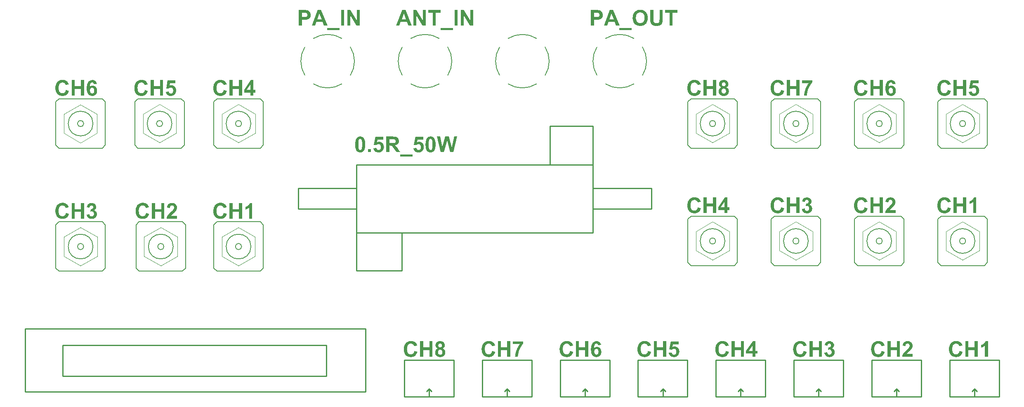
<source format=gto>
G04*
G04 #@! TF.GenerationSoftware,Altium Limited,Altium Designer,24.1.2 (44)*
G04*
G04 Layer_Color=65535*
%FSLAX43Y43*%
%MOMM*%
G71*
G04*
G04 #@! TF.SameCoordinates,824917EC-EC0E-457F-9D36-E806AB631C10*
G04*
G04*
G04 #@! TF.FilePolarity,Positive*
G04*
G01*
G75*
%ADD10C,0.203*%
%ADD11C,0.127*%
%ADD12C,0.254*%
%ADD13C,0.102*%
G36*
X88061Y50266D02*
X87363D01*
X86733Y52659D01*
X86094Y50266D01*
X85391D01*
X84632Y53469D01*
X85294D01*
X85775Y51266D01*
X86358Y53469D01*
X87136D01*
X87691Y51229D01*
X88182Y53469D01*
X88834D01*
X88061Y50266D01*
D02*
G37*
G36*
X81851Y52853D02*
X80689D01*
X80592Y52307D01*
X80597D01*
X80601Y52312D01*
X80629Y52326D01*
X80671Y52340D01*
X80722Y52363D01*
X80786Y52381D01*
X80856Y52395D01*
X80934Y52409D01*
X81013Y52414D01*
X81055D01*
X81083Y52409D01*
X81115Y52405D01*
X81157Y52400D01*
X81203Y52391D01*
X81254Y52377D01*
X81360Y52340D01*
X81420Y52317D01*
X81476Y52289D01*
X81536Y52252D01*
X81596Y52210D01*
X81652Y52164D01*
X81707Y52113D01*
X81712Y52108D01*
X81721Y52099D01*
X81735Y52081D01*
X81754Y52057D01*
X81772Y52030D01*
X81800Y51993D01*
X81823Y51951D01*
X81851Y51905D01*
X81879Y51854D01*
X81902Y51794D01*
X81929Y51729D01*
X81948Y51664D01*
X81966Y51590D01*
X81980Y51511D01*
X81990Y51428D01*
X81994Y51340D01*
Y51335D01*
Y51322D01*
Y51303D01*
X81990Y51275D01*
Y51238D01*
X81980Y51197D01*
X81976Y51150D01*
X81966Y51104D01*
X81939Y50993D01*
X81897Y50873D01*
X81869Y50808D01*
X81841Y50748D01*
X81804Y50688D01*
X81763Y50627D01*
X81758Y50623D01*
X81749Y50609D01*
X81730Y50590D01*
X81707Y50563D01*
X81675Y50530D01*
X81633Y50493D01*
X81587Y50456D01*
X81536Y50419D01*
X81476Y50378D01*
X81411Y50341D01*
X81342Y50303D01*
X81263Y50271D01*
X81180Y50243D01*
X81092Y50225D01*
X80995Y50211D01*
X80893Y50206D01*
X80851D01*
X80819Y50211D01*
X80782Y50216D01*
X80735Y50220D01*
X80689Y50225D01*
X80634Y50234D01*
X80523Y50262D01*
X80398Y50308D01*
X80337Y50331D01*
X80277Y50364D01*
X80222Y50401D01*
X80166Y50442D01*
X80162Y50447D01*
X80152Y50452D01*
X80138Y50465D01*
X80120Y50484D01*
X80101Y50512D01*
X80074Y50540D01*
X80050Y50572D01*
X80023Y50609D01*
X79990Y50655D01*
X79963Y50701D01*
X79912Y50813D01*
X79865Y50938D01*
X79851Y51007D01*
X79838Y51081D01*
X80448Y51146D01*
Y51137D01*
X80453Y51113D01*
X80462Y51072D01*
X80476Y51025D01*
X80495Y50975D01*
X80523Y50919D01*
X80560Y50868D01*
X80601Y50817D01*
X80606Y50813D01*
X80624Y50799D01*
X80652Y50780D01*
X80689Y50757D01*
X80731Y50734D01*
X80782Y50715D01*
X80842Y50701D01*
X80902Y50697D01*
X80911D01*
X80934Y50701D01*
X80971Y50706D01*
X81018Y50715D01*
X81069Y50734D01*
X81124Y50762D01*
X81180Y50803D01*
X81231Y50854D01*
X81235Y50863D01*
X81254Y50882D01*
X81272Y50919D01*
X81300Y50975D01*
X81323Y51039D01*
X81346Y51118D01*
X81360Y51215D01*
X81365Y51326D01*
Y51331D01*
Y51340D01*
Y51354D01*
Y51377D01*
X81360Y51428D01*
X81346Y51493D01*
X81332Y51567D01*
X81309Y51641D01*
X81277Y51710D01*
X81231Y51771D01*
X81226Y51775D01*
X81207Y51794D01*
X81175Y51817D01*
X81138Y51849D01*
X81087Y51877D01*
X81027Y51900D01*
X80958Y51919D01*
X80884Y51923D01*
X80856D01*
X80837Y51919D01*
X80791Y51909D01*
X80726Y51895D01*
X80652Y51868D01*
X80573Y51826D01*
X80532Y51798D01*
X80490Y51766D01*
X80448Y51729D01*
X80407Y51687D01*
X79912Y51757D01*
X80226Y53427D01*
X81851D01*
Y52853D01*
D02*
G37*
G36*
X73641D02*
X72479D01*
X72382Y52307D01*
X72387D01*
X72391Y52312D01*
X72419Y52326D01*
X72461Y52340D01*
X72512Y52363D01*
X72576Y52381D01*
X72646Y52395D01*
X72725Y52409D01*
X72803Y52414D01*
X72845D01*
X72873Y52409D01*
X72905Y52405D01*
X72947Y52400D01*
X72993Y52391D01*
X73044Y52377D01*
X73150Y52340D01*
X73210Y52317D01*
X73266Y52289D01*
X73326Y52252D01*
X73386Y52210D01*
X73442Y52164D01*
X73497Y52113D01*
X73502Y52108D01*
X73511Y52099D01*
X73525Y52081D01*
X73544Y52057D01*
X73562Y52030D01*
X73590Y51993D01*
X73613Y51951D01*
X73641Y51905D01*
X73669Y51854D01*
X73692Y51794D01*
X73720Y51729D01*
X73738Y51664D01*
X73757Y51590D01*
X73770Y51511D01*
X73780Y51428D01*
X73784Y51340D01*
Y51335D01*
Y51322D01*
Y51303D01*
X73780Y51275D01*
Y51238D01*
X73770Y51197D01*
X73766Y51150D01*
X73757Y51104D01*
X73729Y50993D01*
X73687Y50873D01*
X73659Y50808D01*
X73632Y50748D01*
X73595Y50688D01*
X73553Y50627D01*
X73548Y50623D01*
X73539Y50609D01*
X73521Y50590D01*
X73497Y50563D01*
X73465Y50530D01*
X73423Y50493D01*
X73377Y50456D01*
X73326Y50419D01*
X73266Y50378D01*
X73201Y50341D01*
X73132Y50303D01*
X73053Y50271D01*
X72970Y50243D01*
X72882Y50225D01*
X72785Y50211D01*
X72683Y50206D01*
X72641D01*
X72609Y50211D01*
X72572Y50216D01*
X72526Y50220D01*
X72479Y50225D01*
X72424Y50234D01*
X72313Y50262D01*
X72188Y50308D01*
X72128Y50331D01*
X72067Y50364D01*
X72012Y50401D01*
X71956Y50442D01*
X71952Y50447D01*
X71942Y50452D01*
X71929Y50465D01*
X71910Y50484D01*
X71892Y50512D01*
X71864Y50540D01*
X71841Y50572D01*
X71813Y50609D01*
X71780Y50655D01*
X71753Y50701D01*
X71702Y50813D01*
X71656Y50938D01*
X71642Y51007D01*
X71628Y51081D01*
X72239Y51146D01*
Y51137D01*
X72243Y51113D01*
X72253Y51072D01*
X72266Y51025D01*
X72285Y50975D01*
X72313Y50919D01*
X72350Y50868D01*
X72391Y50817D01*
X72396Y50813D01*
X72414Y50799D01*
X72442Y50780D01*
X72479Y50757D01*
X72521Y50734D01*
X72572Y50715D01*
X72632Y50701D01*
X72692Y50697D01*
X72701D01*
X72725Y50701D01*
X72762Y50706D01*
X72808Y50715D01*
X72859Y50734D01*
X72914Y50762D01*
X72970Y50803D01*
X73021Y50854D01*
X73025Y50863D01*
X73044Y50882D01*
X73062Y50919D01*
X73090Y50975D01*
X73113Y51039D01*
X73136Y51118D01*
X73150Y51215D01*
X73155Y51326D01*
Y51331D01*
Y51340D01*
Y51354D01*
Y51377D01*
X73150Y51428D01*
X73136Y51493D01*
X73123Y51567D01*
X73099Y51641D01*
X73067Y51710D01*
X73021Y51771D01*
X73016Y51775D01*
X72998Y51794D01*
X72965Y51817D01*
X72928Y51849D01*
X72877Y51877D01*
X72817Y51900D01*
X72748Y51919D01*
X72674Y51923D01*
X72646D01*
X72627Y51919D01*
X72581Y51909D01*
X72516Y51895D01*
X72442Y51868D01*
X72364Y51826D01*
X72322Y51798D01*
X72280Y51766D01*
X72239Y51729D01*
X72197Y51687D01*
X71702Y51757D01*
X72016Y53427D01*
X73641D01*
Y52853D01*
D02*
G37*
G36*
X75733Y53464D02*
X75784D01*
X75834Y53460D01*
X75895D01*
X76015Y53446D01*
X76140Y53432D01*
X76256Y53409D01*
X76307Y53395D01*
X76353Y53381D01*
X76357D01*
X76362Y53376D01*
X76390Y53363D01*
X76431Y53339D01*
X76487Y53312D01*
X76547Y53265D01*
X76607Y53214D01*
X76668Y53150D01*
X76723Y53071D01*
Y53066D01*
X76728Y53062D01*
X76737Y53048D01*
X76746Y53034D01*
X76769Y52988D01*
X76797Y52927D01*
X76820Y52853D01*
X76843Y52770D01*
X76862Y52673D01*
X76867Y52571D01*
Y52567D01*
Y52557D01*
Y52534D01*
X76862Y52511D01*
Y52479D01*
X76857Y52446D01*
X76839Y52363D01*
X76816Y52266D01*
X76779Y52169D01*
X76723Y52067D01*
X76691Y52020D01*
X76654Y51974D01*
X76649Y51970D01*
X76644Y51965D01*
X76630Y51951D01*
X76612Y51937D01*
X76593Y51919D01*
X76566Y51895D01*
X76533Y51872D01*
X76496Y51849D01*
X76455Y51821D01*
X76404Y51798D01*
X76353Y51775D01*
X76297Y51752D01*
X76232Y51729D01*
X76168Y51710D01*
X76098Y51692D01*
X76020Y51678D01*
X76024D01*
X76029Y51673D01*
X76057Y51655D01*
X76094Y51632D01*
X76140Y51599D01*
X76195Y51558D01*
X76251Y51516D01*
X76311Y51465D01*
X76362Y51410D01*
X76367Y51405D01*
X76390Y51382D01*
X76418Y51345D01*
X76459Y51289D01*
X76515Y51220D01*
X76543Y51174D01*
X76575Y51127D01*
X76612Y51076D01*
X76649Y51021D01*
X76691Y50956D01*
X76732Y50891D01*
X77126Y50266D01*
X76348D01*
X75885Y50961D01*
X75881Y50965D01*
X75876Y50979D01*
X75862Y50998D01*
X75844Y51021D01*
X75825Y51049D01*
X75802Y51086D01*
X75751Y51160D01*
X75691Y51243D01*
X75635Y51317D01*
X75585Y51386D01*
X75561Y51410D01*
X75543Y51433D01*
X75538Y51437D01*
X75529Y51447D01*
X75511Y51465D01*
X75487Y51488D01*
X75455Y51507D01*
X75423Y51530D01*
X75386Y51548D01*
X75349Y51567D01*
X75344D01*
X75330Y51572D01*
X75307Y51581D01*
X75270Y51585D01*
X75224Y51595D01*
X75168Y51599D01*
X75103Y51604D01*
X74895D01*
Y50266D01*
X74247D01*
Y53469D01*
X75691D01*
X75733Y53464D01*
D02*
G37*
G36*
X71119Y50266D02*
X70503D01*
Y50882D01*
X71119D01*
Y50266D01*
D02*
G37*
G36*
X83433Y53483D02*
X83470Y53478D01*
X83517Y53469D01*
X83563Y53460D01*
X83619Y53446D01*
X83679Y53427D01*
X83734Y53404D01*
X83794Y53381D01*
X83855Y53349D01*
X83915Y53307D01*
X83975Y53265D01*
X84030Y53214D01*
X84081Y53154D01*
X84086Y53150D01*
X84095Y53136D01*
X84109Y53113D01*
X84132Y53080D01*
X84155Y53034D01*
X84183Y52978D01*
X84211Y52918D01*
X84239Y52840D01*
X84266Y52756D01*
X84299Y52659D01*
X84322Y52553D01*
X84345Y52432D01*
X84368Y52303D01*
X84382Y52164D01*
X84391Y52011D01*
X84396Y51845D01*
Y51840D01*
Y51835D01*
Y51821D01*
Y51803D01*
Y51757D01*
X84391Y51696D01*
X84387Y51622D01*
X84378Y51535D01*
X84368Y51442D01*
X84359Y51340D01*
X84341Y51234D01*
X84317Y51123D01*
X84294Y51016D01*
X84262Y50910D01*
X84229Y50803D01*
X84183Y50706D01*
X84137Y50614D01*
X84081Y50535D01*
X84077Y50530D01*
X84067Y50521D01*
X84054Y50502D01*
X84035Y50484D01*
X84007Y50461D01*
X83975Y50433D01*
X83933Y50401D01*
X83892Y50373D01*
X83841Y50341D01*
X83790Y50308D01*
X83730Y50280D01*
X83665Y50257D01*
X83595Y50239D01*
X83517Y50220D01*
X83438Y50211D01*
X83355Y50206D01*
X83336D01*
X83309Y50211D01*
X83276D01*
X83239Y50216D01*
X83193Y50225D01*
X83142Y50234D01*
X83086Y50253D01*
X83026Y50271D01*
X82966Y50294D01*
X82901Y50322D01*
X82841Y50359D01*
X82776Y50396D01*
X82716Y50447D01*
X82656Y50498D01*
X82600Y50563D01*
X82596Y50567D01*
X82587Y50581D01*
X82573Y50604D01*
X82559Y50632D01*
X82536Y50674D01*
X82513Y50725D01*
X82485Y50789D01*
X82462Y50859D01*
X82434Y50942D01*
X82406Y51035D01*
X82383Y51141D01*
X82364Y51257D01*
X82346Y51386D01*
X82332Y51530D01*
X82323Y51683D01*
X82318Y51849D01*
Y51854D01*
Y51858D01*
Y51872D01*
Y51891D01*
Y51937D01*
X82323Y51997D01*
X82327Y52071D01*
X82337Y52159D01*
X82346Y52252D01*
X82355Y52354D01*
X82374Y52460D01*
X82392Y52567D01*
X82420Y52678D01*
X82448Y52784D01*
X82485Y52886D01*
X82526Y52983D01*
X82573Y53076D01*
X82628Y53154D01*
X82633Y53159D01*
X82642Y53168D01*
X82656Y53187D01*
X82679Y53205D01*
X82702Y53233D01*
X82735Y53261D01*
X82776Y53288D01*
X82818Y53321D01*
X82869Y53353D01*
X82920Y53381D01*
X82980Y53409D01*
X83045Y53437D01*
X83114Y53455D01*
X83193Y53474D01*
X83271Y53483D01*
X83355Y53487D01*
X83401D01*
X83433Y53483D01*
D02*
G37*
G36*
X68999D02*
X69036Y53478D01*
X69082Y53469D01*
X69129Y53460D01*
X69184Y53446D01*
X69244Y53427D01*
X69300Y53404D01*
X69360Y53381D01*
X69420Y53349D01*
X69480Y53307D01*
X69541Y53265D01*
X69596Y53214D01*
X69647Y53154D01*
X69652Y53150D01*
X69661Y53136D01*
X69675Y53113D01*
X69698Y53080D01*
X69721Y53034D01*
X69749Y52978D01*
X69777Y52918D01*
X69804Y52840D01*
X69832Y52756D01*
X69865Y52659D01*
X69888Y52553D01*
X69911Y52432D01*
X69934Y52303D01*
X69948Y52164D01*
X69957Y52011D01*
X69962Y51845D01*
Y51840D01*
Y51835D01*
Y51821D01*
Y51803D01*
Y51757D01*
X69957Y51696D01*
X69952Y51622D01*
X69943Y51535D01*
X69934Y51442D01*
X69925Y51340D01*
X69906Y51234D01*
X69883Y51123D01*
X69860Y51016D01*
X69827Y50910D01*
X69795Y50803D01*
X69749Y50706D01*
X69703Y50614D01*
X69647Y50535D01*
X69642Y50530D01*
X69633Y50521D01*
X69619Y50502D01*
X69601Y50484D01*
X69573Y50461D01*
X69541Y50433D01*
X69499Y50401D01*
X69457Y50373D01*
X69406Y50341D01*
X69355Y50308D01*
X69295Y50280D01*
X69231Y50257D01*
X69161Y50239D01*
X69082Y50220D01*
X69004Y50211D01*
X68920Y50206D01*
X68902D01*
X68874Y50211D01*
X68842D01*
X68805Y50216D01*
X68758Y50225D01*
X68708Y50234D01*
X68652Y50253D01*
X68592Y50271D01*
X68532Y50294D01*
X68467Y50322D01*
X68407Y50359D01*
X68342Y50396D01*
X68282Y50447D01*
X68222Y50498D01*
X68166Y50563D01*
X68161Y50567D01*
X68152Y50581D01*
X68138Y50604D01*
X68124Y50632D01*
X68101Y50674D01*
X68078Y50725D01*
X68050Y50789D01*
X68027Y50859D01*
X67999Y50942D01*
X67972Y51035D01*
X67949Y51141D01*
X67930Y51257D01*
X67912Y51386D01*
X67898Y51530D01*
X67888Y51683D01*
X67884Y51849D01*
Y51854D01*
Y51858D01*
Y51872D01*
Y51891D01*
Y51937D01*
X67888Y51997D01*
X67893Y52071D01*
X67902Y52159D01*
X67912Y52252D01*
X67921Y52354D01*
X67939Y52460D01*
X67958Y52567D01*
X67986Y52678D01*
X68013Y52784D01*
X68050Y52886D01*
X68092Y52983D01*
X68138Y53076D01*
X68194Y53154D01*
X68198Y53159D01*
X68208Y53168D01*
X68222Y53187D01*
X68245Y53205D01*
X68268Y53233D01*
X68300Y53261D01*
X68342Y53288D01*
X68384Y53321D01*
X68435Y53353D01*
X68485Y53381D01*
X68546Y53409D01*
X68610Y53437D01*
X68680Y53455D01*
X68758Y53474D01*
X68837Y53483D01*
X68920Y53487D01*
X68967D01*
X68999Y53483D01*
D02*
G37*
G36*
X79662Y49383D02*
X77107D01*
Y49781D01*
X79662D01*
Y49383D01*
D02*
G37*
G36*
X188942Y65132D02*
X188993Y65128D01*
X189049Y65119D01*
X189114Y65109D01*
X189183Y65095D01*
X189257Y65077D01*
X189336Y65054D01*
X189414Y65026D01*
X189498Y64989D01*
X189576Y64952D01*
X189650Y64906D01*
X189729Y64850D01*
X189799Y64790D01*
X189803D01*
X189808Y64781D01*
X189822Y64767D01*
X189836Y64753D01*
X189854Y64730D01*
X189873Y64702D01*
X189923Y64637D01*
X189974Y64554D01*
X190030Y64452D01*
X190081Y64336D01*
X190127Y64202D01*
X189488Y64049D01*
Y64054D01*
X189484Y64059D01*
Y64073D01*
X189475Y64091D01*
X189461Y64133D01*
X189438Y64188D01*
X189405Y64253D01*
X189364Y64318D01*
X189308Y64383D01*
X189248Y64438D01*
X189239Y64443D01*
X189215Y64461D01*
X189178Y64485D01*
X189128Y64512D01*
X189063Y64540D01*
X188989Y64563D01*
X188905Y64582D01*
X188813Y64586D01*
X188780D01*
X188753Y64582D01*
X188725Y64577D01*
X188688Y64572D01*
X188609Y64554D01*
X188517Y64522D01*
X188419Y64475D01*
X188369Y64448D01*
X188322Y64415D01*
X188276Y64373D01*
X188234Y64327D01*
Y64323D01*
X188225Y64313D01*
X188216Y64299D01*
X188202Y64276D01*
X188183Y64248D01*
X188165Y64216D01*
X188146Y64174D01*
X188128Y64128D01*
X188105Y64073D01*
X188086Y64012D01*
X188068Y63943D01*
X188049Y63869D01*
X188035Y63786D01*
X188026Y63698D01*
X188021Y63601D01*
X188017Y63494D01*
Y63490D01*
Y63466D01*
Y63434D01*
X188021Y63397D01*
Y63346D01*
X188031Y63286D01*
X188035Y63226D01*
X188045Y63156D01*
X188072Y63013D01*
X188109Y62869D01*
X188133Y62800D01*
X188165Y62735D01*
X188197Y62675D01*
X188234Y62624D01*
X188239Y62619D01*
X188244Y62615D01*
X188257Y62601D01*
X188276Y62582D01*
X188322Y62545D01*
X188387Y62499D01*
X188466Y62448D01*
X188563Y62411D01*
X188674Y62379D01*
X188734Y62374D01*
X188799Y62370D01*
X188822D01*
X188841Y62374D01*
X188891Y62379D01*
X188952Y62388D01*
X189016Y62411D01*
X189090Y62439D01*
X189165Y62476D01*
X189239Y62532D01*
X189248Y62541D01*
X189271Y62564D01*
X189303Y62601D01*
X189340Y62657D01*
X189387Y62731D01*
X189428Y62818D01*
X189470Y62925D01*
X189507Y63050D01*
X190136Y62856D01*
Y62851D01*
X190132Y62832D01*
X190122Y62805D01*
X190109Y62768D01*
X190090Y62726D01*
X190072Y62675D01*
X190048Y62619D01*
X190021Y62559D01*
X189956Y62434D01*
X189873Y62305D01*
X189771Y62180D01*
X189715Y62124D01*
X189655Y62073D01*
X189650Y62069D01*
X189641Y62064D01*
X189623Y62050D01*
X189595Y62032D01*
X189563Y62013D01*
X189521Y61995D01*
X189475Y61972D01*
X189424Y61948D01*
X189364Y61921D01*
X189299Y61898D01*
X189229Y61879D01*
X189155Y61861D01*
X189077Y61842D01*
X188989Y61828D01*
X188901Y61823D01*
X188804Y61819D01*
X188776D01*
X188743Y61823D01*
X188697Y61828D01*
X188646Y61833D01*
X188581Y61842D01*
X188512Y61856D01*
X188433Y61874D01*
X188355Y61898D01*
X188271Y61925D01*
X188183Y61962D01*
X188095Y62004D01*
X188008Y62050D01*
X187920Y62110D01*
X187836Y62175D01*
X187758Y62254D01*
X187753Y62259D01*
X187739Y62272D01*
X187721Y62300D01*
X187693Y62333D01*
X187665Y62379D01*
X187628Y62430D01*
X187591Y62495D01*
X187554Y62569D01*
X187517Y62647D01*
X187480Y62735D01*
X187443Y62837D01*
X187415Y62943D01*
X187387Y63055D01*
X187369Y63179D01*
X187355Y63309D01*
X187350Y63448D01*
Y63453D01*
Y63457D01*
Y63485D01*
X187355Y63527D01*
Y63582D01*
X187364Y63647D01*
X187374Y63726D01*
X187383Y63809D01*
X187401Y63906D01*
X187424Y64003D01*
X187452Y64105D01*
X187485Y64207D01*
X187526Y64313D01*
X187573Y64415D01*
X187628Y64512D01*
X187688Y64605D01*
X187762Y64693D01*
X187767Y64697D01*
X187781Y64711D01*
X187804Y64734D01*
X187836Y64762D01*
X187878Y64795D01*
X187929Y64832D01*
X187984Y64873D01*
X188054Y64915D01*
X188128Y64957D01*
X188207Y64998D01*
X188299Y65035D01*
X188392Y65068D01*
X188498Y65095D01*
X188605Y65119D01*
X188725Y65132D01*
X188845Y65137D01*
X188901D01*
X188942Y65132D01*
D02*
G37*
G36*
X193256Y61874D02*
X192608D01*
Y63277D01*
X191344D01*
Y61874D01*
X190696D01*
Y65077D01*
X191344D01*
Y63818D01*
X192608D01*
Y65077D01*
X193256D01*
Y61874D01*
D02*
G37*
G36*
X195810Y64461D02*
X194649D01*
X194551Y63915D01*
X194556D01*
X194561Y63920D01*
X194588Y63934D01*
X194630Y63948D01*
X194681Y63971D01*
X194746Y63989D01*
X194815Y64003D01*
X194894Y64017D01*
X194973Y64022D01*
X195014D01*
X195042Y64017D01*
X195074Y64012D01*
X195116Y64008D01*
X195162Y63999D01*
X195213Y63985D01*
X195320Y63948D01*
X195380Y63925D01*
X195435Y63897D01*
X195495Y63860D01*
X195556Y63818D01*
X195611Y63772D01*
X195667Y63721D01*
X195671Y63716D01*
X195681Y63707D01*
X195694Y63689D01*
X195713Y63665D01*
X195731Y63638D01*
X195759Y63601D01*
X195782Y63559D01*
X195810Y63513D01*
X195838Y63462D01*
X195861Y63402D01*
X195889Y63337D01*
X195907Y63272D01*
X195926Y63198D01*
X195940Y63119D01*
X195949Y63036D01*
X195954Y62948D01*
Y62943D01*
Y62930D01*
Y62911D01*
X195949Y62883D01*
Y62846D01*
X195940Y62805D01*
X195935Y62758D01*
X195926Y62712D01*
X195898Y62601D01*
X195856Y62481D01*
X195829Y62416D01*
X195801Y62356D01*
X195764Y62296D01*
X195722Y62235D01*
X195718Y62231D01*
X195708Y62217D01*
X195690Y62198D01*
X195667Y62171D01*
X195634Y62138D01*
X195593Y62101D01*
X195546Y62064D01*
X195495Y62027D01*
X195435Y61985D01*
X195371Y61948D01*
X195301Y61911D01*
X195222Y61879D01*
X195139Y61851D01*
X195051Y61833D01*
X194954Y61819D01*
X194852Y61814D01*
X194811D01*
X194778Y61819D01*
X194741Y61823D01*
X194695Y61828D01*
X194649Y61833D01*
X194593Y61842D01*
X194482Y61870D01*
X194357Y61916D01*
X194297Y61939D01*
X194237Y61972D01*
X194181Y62009D01*
X194126Y62050D01*
X194121Y62055D01*
X194112Y62060D01*
X194098Y62073D01*
X194079Y62092D01*
X194061Y62120D01*
X194033Y62147D01*
X194010Y62180D01*
X193982Y62217D01*
X193950Y62263D01*
X193922Y62309D01*
X193871Y62420D01*
X193825Y62545D01*
X193811Y62615D01*
X193797Y62689D01*
X194408Y62754D01*
Y62744D01*
X194413Y62721D01*
X194422Y62680D01*
X194436Y62633D01*
X194454Y62582D01*
X194482Y62527D01*
X194519Y62476D01*
X194561Y62425D01*
X194565Y62420D01*
X194584Y62407D01*
X194612Y62388D01*
X194649Y62365D01*
X194690Y62342D01*
X194741Y62323D01*
X194801Y62309D01*
X194861Y62305D01*
X194871D01*
X194894Y62309D01*
X194931Y62314D01*
X194977Y62323D01*
X195028Y62342D01*
X195084Y62370D01*
X195139Y62411D01*
X195190Y62462D01*
X195195Y62471D01*
X195213Y62490D01*
X195232Y62527D01*
X195259Y62582D01*
X195283Y62647D01*
X195306Y62726D01*
X195320Y62823D01*
X195324Y62934D01*
Y62939D01*
Y62948D01*
Y62962D01*
Y62985D01*
X195320Y63036D01*
X195306Y63101D01*
X195292Y63175D01*
X195269Y63249D01*
X195236Y63318D01*
X195190Y63378D01*
X195185Y63383D01*
X195167Y63402D01*
X195134Y63425D01*
X195097Y63457D01*
X195047Y63485D01*
X194986Y63508D01*
X194917Y63527D01*
X194843Y63531D01*
X194815D01*
X194797Y63527D01*
X194750Y63517D01*
X194686Y63503D01*
X194612Y63476D01*
X194533Y63434D01*
X194491Y63406D01*
X194450Y63374D01*
X194408Y63337D01*
X194366Y63295D01*
X193871Y63365D01*
X194186Y65035D01*
X195810D01*
Y64461D01*
D02*
G37*
G36*
X177925Y65091D02*
X177957D01*
X177994Y65086D01*
X178077Y65068D01*
X178170Y65045D01*
X178272Y65007D01*
X178374Y64957D01*
X178420Y64924D01*
X178466Y64887D01*
X178471D01*
X178475Y64878D01*
X178489Y64864D01*
X178503Y64850D01*
X178526Y64827D01*
X178545Y64804D01*
X178596Y64739D01*
X178647Y64651D01*
X178697Y64549D01*
X178744Y64434D01*
X178776Y64295D01*
X178184Y64230D01*
Y64239D01*
X178179Y64258D01*
X178170Y64290D01*
X178161Y64332D01*
X178147Y64373D01*
X178124Y64420D01*
X178100Y64461D01*
X178068Y64498D01*
X178063Y64503D01*
X178050Y64512D01*
X178031Y64526D01*
X178003Y64545D01*
X177971Y64559D01*
X177929Y64572D01*
X177878Y64582D01*
X177827Y64586D01*
X177818D01*
X177795Y64582D01*
X177758Y64577D01*
X177712Y64563D01*
X177661Y64545D01*
X177605Y64512D01*
X177550Y64471D01*
X177499Y64410D01*
X177494Y64401D01*
X177485Y64392D01*
X177476Y64373D01*
X177466Y64355D01*
X177453Y64327D01*
X177443Y64295D01*
X177429Y64253D01*
X177411Y64207D01*
X177397Y64156D01*
X177383Y64096D01*
X177369Y64031D01*
X177355Y63957D01*
X177346Y63874D01*
X177337Y63781D01*
X177328Y63684D01*
X177332Y63689D01*
X177337Y63698D01*
X177351Y63707D01*
X177369Y63726D01*
X177392Y63749D01*
X177420Y63772D01*
X177485Y63823D01*
X177568Y63869D01*
X177665Y63915D01*
X177721Y63934D01*
X177777Y63943D01*
X177837Y63952D01*
X177901Y63957D01*
X177938D01*
X177966Y63952D01*
X177999Y63948D01*
X178036Y63943D01*
X178082Y63934D01*
X178128Y63920D01*
X178230Y63883D01*
X178286Y63860D01*
X178341Y63832D01*
X178397Y63800D01*
X178452Y63758D01*
X178508Y63712D01*
X178559Y63661D01*
X178563Y63656D01*
X178572Y63647D01*
X178586Y63633D01*
X178600Y63610D01*
X178623Y63577D01*
X178647Y63545D01*
X178670Y63503D01*
X178697Y63457D01*
X178725Y63406D01*
X178748Y63346D01*
X178771Y63286D01*
X178795Y63216D01*
X178809Y63147D01*
X178822Y63068D01*
X178832Y62990D01*
X178836Y62902D01*
Y62897D01*
Y62879D01*
Y62856D01*
X178832Y62818D01*
X178827Y62777D01*
X178822Y62731D01*
X178813Y62675D01*
X178799Y62619D01*
X178767Y62490D01*
X178744Y62425D01*
X178711Y62360D01*
X178679Y62296D01*
X178642Y62231D01*
X178596Y62166D01*
X178545Y62110D01*
X178540Y62106D01*
X178531Y62097D01*
X178517Y62083D01*
X178494Y62064D01*
X178466Y62041D01*
X178429Y62018D01*
X178392Y61990D01*
X178346Y61962D01*
X178295Y61935D01*
X178239Y61907D01*
X178179Y61884D01*
X178110Y61861D01*
X178040Y61842D01*
X177966Y61828D01*
X177888Y61819D01*
X177804Y61814D01*
X177781D01*
X177758Y61819D01*
X177726D01*
X177684Y61828D01*
X177633Y61833D01*
X177582Y61847D01*
X177522Y61861D01*
X177462Y61879D01*
X177397Y61907D01*
X177328Y61935D01*
X177263Y61972D01*
X177193Y62013D01*
X177129Y62064D01*
X177064Y62124D01*
X177004Y62189D01*
X176999Y62194D01*
X176990Y62208D01*
X176976Y62231D01*
X176957Y62263D01*
X176930Y62305D01*
X176906Y62356D01*
X176879Y62416D01*
X176851Y62485D01*
X176819Y62569D01*
X176791Y62657D01*
X176768Y62758D01*
X176744Y62874D01*
X176721Y62994D01*
X176707Y63129D01*
X176698Y63272D01*
X176694Y63429D01*
Y63434D01*
Y63439D01*
Y63453D01*
Y63466D01*
Y63513D01*
X176698Y63573D01*
X176703Y63647D01*
X176712Y63730D01*
X176721Y63823D01*
X176735Y63920D01*
X176749Y64022D01*
X176772Y64128D01*
X176800Y64235D01*
X176832Y64341D01*
X176869Y64438D01*
X176911Y64535D01*
X176962Y64623D01*
X177018Y64702D01*
X177022Y64707D01*
X177031Y64721D01*
X177050Y64739D01*
X177078Y64762D01*
X177110Y64795D01*
X177147Y64827D01*
X177193Y64864D01*
X177244Y64901D01*
X177304Y64933D01*
X177365Y64970D01*
X177439Y65003D01*
X177513Y65035D01*
X177591Y65058D01*
X177679Y65077D01*
X177767Y65091D01*
X177864Y65095D01*
X177901D01*
X177925Y65091D01*
D02*
G37*
G36*
X171848Y65132D02*
X171899Y65128D01*
X171955Y65119D01*
X172019Y65109D01*
X172089Y65095D01*
X172163Y65077D01*
X172242Y65054D01*
X172320Y65026D01*
X172404Y64989D01*
X172482Y64952D01*
X172556Y64906D01*
X172635Y64850D01*
X172704Y64790D01*
X172709D01*
X172714Y64781D01*
X172727Y64767D01*
X172741Y64753D01*
X172760Y64730D01*
X172778Y64702D01*
X172829Y64637D01*
X172880Y64554D01*
X172936Y64452D01*
X172987Y64336D01*
X173033Y64202D01*
X172394Y64049D01*
Y64054D01*
X172390Y64059D01*
Y64073D01*
X172380Y64091D01*
X172367Y64133D01*
X172343Y64188D01*
X172311Y64253D01*
X172269Y64318D01*
X172214Y64383D01*
X172154Y64438D01*
X172144Y64443D01*
X172121Y64461D01*
X172084Y64485D01*
X172033Y64512D01*
X171969Y64540D01*
X171894Y64563D01*
X171811Y64582D01*
X171719Y64586D01*
X171686D01*
X171658Y64582D01*
X171631Y64577D01*
X171594Y64572D01*
X171515Y64554D01*
X171422Y64522D01*
X171325Y64475D01*
X171274Y64448D01*
X171228Y64415D01*
X171182Y64373D01*
X171140Y64327D01*
Y64323D01*
X171131Y64313D01*
X171122Y64299D01*
X171108Y64276D01*
X171089Y64248D01*
X171071Y64216D01*
X171052Y64174D01*
X171034Y64128D01*
X171011Y64073D01*
X170992Y64012D01*
X170974Y63943D01*
X170955Y63869D01*
X170941Y63786D01*
X170932Y63698D01*
X170927Y63601D01*
X170923Y63494D01*
Y63490D01*
Y63466D01*
Y63434D01*
X170927Y63397D01*
Y63346D01*
X170936Y63286D01*
X170941Y63226D01*
X170950Y63156D01*
X170978Y63013D01*
X171015Y62869D01*
X171038Y62800D01*
X171071Y62735D01*
X171103Y62675D01*
X171140Y62624D01*
X171145Y62619D01*
X171149Y62615D01*
X171163Y62601D01*
X171182Y62582D01*
X171228Y62545D01*
X171293Y62499D01*
X171372Y62448D01*
X171469Y62411D01*
X171580Y62379D01*
X171640Y62374D01*
X171705Y62370D01*
X171728D01*
X171746Y62374D01*
X171797Y62379D01*
X171857Y62388D01*
X171922Y62411D01*
X171996Y62439D01*
X172070Y62476D01*
X172144Y62532D01*
X172154Y62541D01*
X172177Y62564D01*
X172209Y62601D01*
X172246Y62657D01*
X172292Y62731D01*
X172334Y62818D01*
X172376Y62925D01*
X172413Y63050D01*
X173042Y62856D01*
Y62851D01*
X173038Y62832D01*
X173028Y62805D01*
X173014Y62768D01*
X172996Y62726D01*
X172977Y62675D01*
X172954Y62619D01*
X172926Y62559D01*
X172862Y62434D01*
X172778Y62305D01*
X172677Y62180D01*
X172621Y62124D01*
X172561Y62073D01*
X172556Y62069D01*
X172547Y62064D01*
X172528Y62050D01*
X172501Y62032D01*
X172468Y62013D01*
X172427Y61995D01*
X172380Y61972D01*
X172329Y61948D01*
X172269Y61921D01*
X172205Y61898D01*
X172135Y61879D01*
X172061Y61861D01*
X171982Y61842D01*
X171894Y61828D01*
X171807Y61823D01*
X171709Y61819D01*
X171682D01*
X171649Y61823D01*
X171603Y61828D01*
X171552Y61833D01*
X171487Y61842D01*
X171418Y61856D01*
X171339Y61874D01*
X171260Y61898D01*
X171177Y61925D01*
X171089Y61962D01*
X171001Y62004D01*
X170913Y62050D01*
X170825Y62110D01*
X170742Y62175D01*
X170663Y62254D01*
X170659Y62259D01*
X170645Y62272D01*
X170626Y62300D01*
X170599Y62333D01*
X170571Y62379D01*
X170534Y62430D01*
X170497Y62495D01*
X170460Y62569D01*
X170423Y62647D01*
X170386Y62735D01*
X170349Y62837D01*
X170321Y62943D01*
X170293Y63055D01*
X170275Y63179D01*
X170261Y63309D01*
X170256Y63448D01*
Y63453D01*
Y63457D01*
Y63485D01*
X170261Y63527D01*
Y63582D01*
X170270Y63647D01*
X170279Y63726D01*
X170289Y63809D01*
X170307Y63906D01*
X170330Y64003D01*
X170358Y64105D01*
X170390Y64207D01*
X170432Y64313D01*
X170478Y64415D01*
X170534Y64512D01*
X170594Y64605D01*
X170668Y64693D01*
X170673Y64697D01*
X170687Y64711D01*
X170710Y64734D01*
X170742Y64762D01*
X170784Y64795D01*
X170835Y64832D01*
X170890Y64873D01*
X170960Y64915D01*
X171034Y64957D01*
X171112Y64998D01*
X171205Y65035D01*
X171297Y65068D01*
X171404Y65095D01*
X171510Y65119D01*
X171631Y65132D01*
X171751Y65137D01*
X171807D01*
X171848Y65132D01*
D02*
G37*
G36*
X176161Y61874D02*
X175513D01*
Y63277D01*
X174250D01*
Y61874D01*
X173602D01*
Y65077D01*
X174250D01*
Y63818D01*
X175513D01*
Y65077D01*
X176161D01*
Y61874D01*
D02*
G37*
G36*
X154729Y65132D02*
X154779Y65128D01*
X154835Y65119D01*
X154900Y65109D01*
X154969Y65095D01*
X155043Y65077D01*
X155122Y65054D01*
X155201Y65026D01*
X155284Y64989D01*
X155363Y64952D01*
X155437Y64906D01*
X155515Y64850D01*
X155585Y64790D01*
X155589D01*
X155594Y64781D01*
X155608Y64767D01*
X155622Y64753D01*
X155640Y64730D01*
X155659Y64702D01*
X155710Y64637D01*
X155761Y64554D01*
X155816Y64452D01*
X155867Y64336D01*
X155913Y64202D01*
X155275Y64049D01*
Y64054D01*
X155270Y64059D01*
Y64073D01*
X155261Y64091D01*
X155247Y64133D01*
X155224Y64188D01*
X155191Y64253D01*
X155150Y64318D01*
X155094Y64383D01*
X155034Y64438D01*
X155025Y64443D01*
X155002Y64461D01*
X154965Y64485D01*
X154914Y64512D01*
X154849Y64540D01*
X154775Y64563D01*
X154692Y64582D01*
X154599Y64586D01*
X154567D01*
X154539Y64582D01*
X154511Y64577D01*
X154474Y64572D01*
X154395Y64554D01*
X154303Y64522D01*
X154206Y64475D01*
X154155Y64448D01*
X154108Y64415D01*
X154062Y64373D01*
X154021Y64327D01*
Y64323D01*
X154011Y64313D01*
X154002Y64299D01*
X153988Y64276D01*
X153970Y64248D01*
X153951Y64216D01*
X153933Y64174D01*
X153914Y64128D01*
X153891Y64073D01*
X153872Y64012D01*
X153854Y63943D01*
X153835Y63869D01*
X153822Y63786D01*
X153812Y63698D01*
X153808Y63601D01*
X153803Y63494D01*
Y63490D01*
Y63466D01*
Y63434D01*
X153808Y63397D01*
Y63346D01*
X153817Y63286D01*
X153822Y63226D01*
X153831Y63156D01*
X153859Y63013D01*
X153896Y62869D01*
X153919Y62800D01*
X153951Y62735D01*
X153984Y62675D01*
X154021Y62624D01*
X154025Y62619D01*
X154030Y62615D01*
X154044Y62601D01*
X154062Y62582D01*
X154108Y62545D01*
X154173Y62499D01*
X154252Y62448D01*
X154349Y62411D01*
X154460Y62379D01*
X154520Y62374D01*
X154585Y62370D01*
X154608D01*
X154627Y62374D01*
X154678Y62379D01*
X154738Y62388D01*
X154803Y62411D01*
X154877Y62439D01*
X154951Y62476D01*
X155025Y62532D01*
X155034Y62541D01*
X155057Y62564D01*
X155090Y62601D01*
X155127Y62657D01*
X155173Y62731D01*
X155215Y62818D01*
X155256Y62925D01*
X155293Y63050D01*
X155923Y62856D01*
Y62851D01*
X155918Y62832D01*
X155909Y62805D01*
X155895Y62768D01*
X155876Y62726D01*
X155858Y62675D01*
X155835Y62619D01*
X155807Y62559D01*
X155742Y62434D01*
X155659Y62305D01*
X155557Y62180D01*
X155501Y62124D01*
X155441Y62073D01*
X155437Y62069D01*
X155427Y62064D01*
X155409Y62050D01*
X155381Y62032D01*
X155349Y62013D01*
X155307Y61995D01*
X155261Y61972D01*
X155210Y61948D01*
X155150Y61921D01*
X155085Y61898D01*
X155016Y61879D01*
X154941Y61861D01*
X154863Y61842D01*
X154775Y61828D01*
X154687Y61823D01*
X154590Y61819D01*
X154562D01*
X154530Y61823D01*
X154483Y61828D01*
X154432Y61833D01*
X154368Y61842D01*
X154298Y61856D01*
X154220Y61874D01*
X154141Y61898D01*
X154058Y61925D01*
X153970Y61962D01*
X153882Y62004D01*
X153794Y62050D01*
X153706Y62110D01*
X153623Y62175D01*
X153544Y62254D01*
X153539Y62259D01*
X153525Y62272D01*
X153507Y62300D01*
X153479Y62333D01*
X153451Y62379D01*
X153414Y62430D01*
X153377Y62495D01*
X153340Y62569D01*
X153303Y62647D01*
X153266Y62735D01*
X153229Y62837D01*
X153201Y62943D01*
X153174Y63055D01*
X153155Y63179D01*
X153141Y63309D01*
X153137Y63448D01*
Y63453D01*
Y63457D01*
Y63485D01*
X153141Y63527D01*
Y63582D01*
X153150Y63647D01*
X153160Y63726D01*
X153169Y63809D01*
X153188Y63906D01*
X153211Y64003D01*
X153238Y64105D01*
X153271Y64207D01*
X153312Y64313D01*
X153359Y64415D01*
X153414Y64512D01*
X153474Y64605D01*
X153548Y64693D01*
X153553Y64697D01*
X153567Y64711D01*
X153590Y64734D01*
X153623Y64762D01*
X153664Y64795D01*
X153715Y64832D01*
X153771Y64873D01*
X153840Y64915D01*
X153914Y64957D01*
X153993Y64998D01*
X154085Y65035D01*
X154178Y65068D01*
X154284Y65095D01*
X154391Y65119D01*
X154511Y65132D01*
X154631Y65137D01*
X154687D01*
X154729Y65132D01*
D02*
G37*
G36*
X159042Y61874D02*
X158394D01*
Y63277D01*
X157130D01*
Y61874D01*
X156483D01*
Y65077D01*
X157130D01*
Y63818D01*
X158394D01*
Y65077D01*
X159042D01*
Y61874D01*
D02*
G37*
G36*
X161675Y64591D02*
X161670Y64586D01*
X161661Y64577D01*
X161647Y64563D01*
X161629Y64545D01*
X161606Y64517D01*
X161578Y64485D01*
X161545Y64448D01*
X161508Y64401D01*
X161471Y64350D01*
X161430Y64295D01*
X161383Y64235D01*
X161337Y64170D01*
X161291Y64096D01*
X161245Y64022D01*
X161194Y63938D01*
X161143Y63850D01*
X161138Y63846D01*
X161129Y63827D01*
X161115Y63804D01*
X161097Y63767D01*
X161078Y63726D01*
X161050Y63670D01*
X161023Y63610D01*
X160990Y63545D01*
X160958Y63471D01*
X160925Y63392D01*
X160888Y63309D01*
X160856Y63221D01*
X160791Y63031D01*
X160731Y62832D01*
Y62828D01*
X160726Y62809D01*
X160717Y62781D01*
X160708Y62740D01*
X160699Y62694D01*
X160689Y62643D01*
X160675Y62578D01*
X160662Y62513D01*
X160648Y62439D01*
X160638Y62365D01*
X160615Y62203D01*
X160601Y62036D01*
X160597Y61874D01*
X160004D01*
Y61884D01*
Y61902D01*
X160009Y61939D01*
Y61990D01*
X160014Y62050D01*
X160023Y62120D01*
X160032Y62203D01*
X160046Y62291D01*
X160060Y62388D01*
X160078Y62495D01*
X160102Y62606D01*
X160125Y62726D01*
X160157Y62846D01*
X160189Y62971D01*
X160231Y63096D01*
X160277Y63226D01*
X160282Y63235D01*
X160291Y63258D01*
X160305Y63295D01*
X160324Y63341D01*
X160351Y63402D01*
X160384Y63476D01*
X160421Y63554D01*
X160463Y63642D01*
X160509Y63735D01*
X160560Y63832D01*
X160615Y63938D01*
X160680Y64040D01*
X160814Y64258D01*
X160967Y64466D01*
X159574D01*
Y65035D01*
X161675D01*
Y64591D01*
D02*
G37*
G36*
X137634Y65132D02*
X137685Y65128D01*
X137741Y65119D01*
X137806Y65109D01*
X137875Y65095D01*
X137949Y65077D01*
X138028Y65054D01*
X138106Y65026D01*
X138190Y64989D01*
X138268Y64952D01*
X138342Y64906D01*
X138421Y64850D01*
X138491Y64790D01*
X138495D01*
X138500Y64781D01*
X138514Y64767D01*
X138528Y64753D01*
X138546Y64730D01*
X138565Y64702D01*
X138615Y64637D01*
X138666Y64554D01*
X138722Y64452D01*
X138773Y64336D01*
X138819Y64202D01*
X138180Y64049D01*
Y64054D01*
X138176Y64059D01*
Y64073D01*
X138167Y64091D01*
X138153Y64133D01*
X138130Y64188D01*
X138097Y64253D01*
X138056Y64318D01*
X138000Y64383D01*
X137940Y64438D01*
X137931Y64443D01*
X137907Y64461D01*
X137870Y64485D01*
X137820Y64512D01*
X137755Y64540D01*
X137681Y64563D01*
X137597Y64582D01*
X137505Y64586D01*
X137472D01*
X137445Y64582D01*
X137417Y64577D01*
X137380Y64572D01*
X137301Y64554D01*
X137209Y64522D01*
X137111Y64475D01*
X137061Y64448D01*
X137014Y64415D01*
X136968Y64373D01*
X136926Y64327D01*
Y64323D01*
X136917Y64313D01*
X136908Y64299D01*
X136894Y64276D01*
X136875Y64248D01*
X136857Y64216D01*
X136838Y64174D01*
X136820Y64128D01*
X136797Y64073D01*
X136778Y64012D01*
X136760Y63943D01*
X136741Y63869D01*
X136727Y63786D01*
X136718Y63698D01*
X136713Y63601D01*
X136709Y63494D01*
Y63490D01*
Y63466D01*
Y63434D01*
X136713Y63397D01*
Y63346D01*
X136723Y63286D01*
X136727Y63226D01*
X136737Y63156D01*
X136764Y63013D01*
X136801Y62869D01*
X136825Y62800D01*
X136857Y62735D01*
X136889Y62675D01*
X136926Y62624D01*
X136931Y62619D01*
X136936Y62615D01*
X136949Y62601D01*
X136968Y62582D01*
X137014Y62545D01*
X137079Y62499D01*
X137158Y62448D01*
X137255Y62411D01*
X137366Y62379D01*
X137426Y62374D01*
X137491Y62370D01*
X137514D01*
X137533Y62374D01*
X137583Y62379D01*
X137644Y62388D01*
X137708Y62411D01*
X137782Y62439D01*
X137857Y62476D01*
X137931Y62532D01*
X137940Y62541D01*
X137963Y62564D01*
X137995Y62601D01*
X138032Y62657D01*
X138079Y62731D01*
X138120Y62818D01*
X138162Y62925D01*
X138199Y63050D01*
X138828Y62856D01*
Y62851D01*
X138824Y62832D01*
X138814Y62805D01*
X138801Y62768D01*
X138782Y62726D01*
X138764Y62675D01*
X138740Y62619D01*
X138713Y62559D01*
X138648Y62434D01*
X138565Y62305D01*
X138463Y62180D01*
X138407Y62124D01*
X138347Y62073D01*
X138342Y62069D01*
X138333Y62064D01*
X138315Y62050D01*
X138287Y62032D01*
X138255Y62013D01*
X138213Y61995D01*
X138167Y61972D01*
X138116Y61948D01*
X138056Y61921D01*
X137991Y61898D01*
X137921Y61879D01*
X137847Y61861D01*
X137769Y61842D01*
X137681Y61828D01*
X137593Y61823D01*
X137496Y61819D01*
X137468D01*
X137435Y61823D01*
X137389Y61828D01*
X137338Y61833D01*
X137273Y61842D01*
X137204Y61856D01*
X137125Y61874D01*
X137047Y61898D01*
X136963Y61925D01*
X136875Y61962D01*
X136787Y62004D01*
X136700Y62050D01*
X136612Y62110D01*
X136528Y62175D01*
X136450Y62254D01*
X136445Y62259D01*
X136431Y62272D01*
X136413Y62300D01*
X136385Y62333D01*
X136357Y62379D01*
X136320Y62430D01*
X136283Y62495D01*
X136246Y62569D01*
X136209Y62647D01*
X136172Y62735D01*
X136135Y62837D01*
X136107Y62943D01*
X136079Y63055D01*
X136061Y63179D01*
X136047Y63309D01*
X136042Y63448D01*
Y63453D01*
Y63457D01*
Y63485D01*
X136047Y63527D01*
Y63582D01*
X136056Y63647D01*
X136066Y63726D01*
X136075Y63809D01*
X136093Y63906D01*
X136116Y64003D01*
X136144Y64105D01*
X136177Y64207D01*
X136218Y64313D01*
X136265Y64415D01*
X136320Y64512D01*
X136380Y64605D01*
X136454Y64693D01*
X136459Y64697D01*
X136473Y64711D01*
X136496Y64734D01*
X136528Y64762D01*
X136570Y64795D01*
X136621Y64832D01*
X136676Y64873D01*
X136746Y64915D01*
X136820Y64957D01*
X136899Y64998D01*
X136991Y65035D01*
X137084Y65068D01*
X137190Y65095D01*
X137297Y65119D01*
X137417Y65132D01*
X137537Y65137D01*
X137593D01*
X137634Y65132D01*
D02*
G37*
G36*
X141948Y61874D02*
X141300D01*
Y63277D01*
X140036D01*
Y61874D01*
X139388D01*
Y65077D01*
X140036D01*
Y63818D01*
X141300D01*
Y65077D01*
X141948D01*
Y61874D01*
D02*
G37*
G36*
X143586Y65091D02*
X143628Y65086D01*
X143669Y65082D01*
X143720Y65077D01*
X143771Y65068D01*
X143887Y65040D01*
X144007Y64998D01*
X144063Y64970D01*
X144123Y64938D01*
X144174Y64901D01*
X144224Y64859D01*
X144229Y64855D01*
X144234Y64850D01*
X144248Y64836D01*
X144266Y64818D01*
X144285Y64795D01*
X144303Y64767D01*
X144354Y64697D01*
X144400Y64609D01*
X144437Y64512D01*
X144470Y64397D01*
X144474Y64332D01*
X144479Y64267D01*
Y64262D01*
Y64258D01*
Y64230D01*
X144474Y64188D01*
X144465Y64133D01*
X144451Y64073D01*
X144428Y64008D01*
X144400Y63938D01*
X144359Y63869D01*
X144354Y63860D01*
X144336Y63841D01*
X144312Y63809D01*
X144275Y63772D01*
X144229Y63726D01*
X144174Y63684D01*
X144109Y63642D01*
X144035Y63605D01*
X144039D01*
X144049Y63601D01*
X144063Y63596D01*
X144081Y63587D01*
X144127Y63559D01*
X144187Y63522D01*
X144252Y63480D01*
X144322Y63425D01*
X144386Y63360D01*
X144442Y63286D01*
X144447Y63277D01*
X144465Y63249D01*
X144488Y63207D01*
X144511Y63152D01*
X144539Y63082D01*
X144558Y62999D01*
X144576Y62911D01*
X144581Y62814D01*
Y62809D01*
Y62795D01*
Y62772D01*
X144576Y62740D01*
X144572Y62703D01*
X144567Y62657D01*
X144558Y62610D01*
X144544Y62559D01*
X144511Y62444D01*
X144488Y62383D01*
X144461Y62323D01*
X144428Y62263D01*
X144386Y62203D01*
X144345Y62147D01*
X144294Y62092D01*
X144289Y62087D01*
X144280Y62078D01*
X144266Y62064D01*
X144243Y62050D01*
X144215Y62027D01*
X144178Y62004D01*
X144141Y61981D01*
X144095Y61953D01*
X144044Y61925D01*
X143984Y61902D01*
X143924Y61879D01*
X143859Y61856D01*
X143785Y61842D01*
X143706Y61828D01*
X143628Y61819D01*
X143540Y61814D01*
X143498D01*
X143466Y61819D01*
X143428Y61823D01*
X143387Y61828D01*
X143341Y61833D01*
X143285Y61842D01*
X143169Y61870D01*
X143049Y61911D01*
X142989Y61935D01*
X142929Y61967D01*
X142869Y61999D01*
X142813Y62041D01*
X142808Y62046D01*
X142799Y62055D01*
X142781Y62069D01*
X142757Y62092D01*
X142734Y62120D01*
X142707Y62152D01*
X142674Y62194D01*
X142642Y62235D01*
X142609Y62286D01*
X142577Y62342D01*
X142549Y62402D01*
X142526Y62471D01*
X142503Y62541D01*
X142484Y62619D01*
X142475Y62698D01*
X142471Y62786D01*
Y62791D01*
Y62800D01*
Y62814D01*
Y62832D01*
X142475Y62883D01*
X142484Y62943D01*
X142503Y63017D01*
X142521Y63101D01*
X142554Y63184D01*
X142595Y63267D01*
Y63272D01*
X142600Y63277D01*
X142619Y63304D01*
X142651Y63341D01*
X142697Y63392D01*
X142753Y63448D01*
X142822Y63503D01*
X142906Y63554D01*
X143003Y63605D01*
X142998D01*
X142993Y63610D01*
X142966Y63624D01*
X142924Y63647D01*
X142873Y63675D01*
X142813Y63716D01*
X142757Y63763D01*
X142702Y63818D01*
X142656Y63878D01*
X142651Y63888D01*
X142637Y63911D01*
X142623Y63943D01*
X142605Y63994D01*
X142582Y64049D01*
X142568Y64119D01*
X142554Y64188D01*
X142549Y64267D01*
Y64272D01*
Y64281D01*
Y64299D01*
X142554Y64327D01*
X142558Y64355D01*
X142563Y64392D01*
X142582Y64475D01*
X142609Y64568D01*
X142656Y64670D01*
X142683Y64716D01*
X142716Y64767D01*
X142757Y64813D01*
X142799Y64859D01*
X142804Y64864D01*
X142813Y64869D01*
X142827Y64883D01*
X142845Y64896D01*
X142873Y64915D01*
X142901Y64933D01*
X142938Y64957D01*
X142984Y64980D01*
X143031Y64998D01*
X143081Y65021D01*
X143142Y65040D01*
X143206Y65058D01*
X143276Y65072D01*
X143350Y65086D01*
X143428Y65091D01*
X143512Y65095D01*
X143558D01*
X143586Y65091D01*
D02*
G37*
G36*
X14018D02*
X14051D01*
X14088Y65086D01*
X14171Y65068D01*
X14264Y65045D01*
X14365Y65007D01*
X14467Y64957D01*
X14514Y64924D01*
X14560Y64887D01*
X14564D01*
X14569Y64878D01*
X14583Y64864D01*
X14597Y64850D01*
X14620Y64827D01*
X14639Y64804D01*
X14689Y64739D01*
X14740Y64651D01*
X14791Y64549D01*
X14838Y64434D01*
X14870Y64295D01*
X14278Y64230D01*
Y64239D01*
X14273Y64258D01*
X14264Y64290D01*
X14254Y64332D01*
X14241Y64373D01*
X14217Y64420D01*
X14194Y64461D01*
X14162Y64498D01*
X14157Y64503D01*
X14143Y64512D01*
X14125Y64526D01*
X14097Y64545D01*
X14065Y64559D01*
X14023Y64572D01*
X13972Y64582D01*
X13921Y64586D01*
X13912D01*
X13889Y64582D01*
X13852Y64577D01*
X13806Y64563D01*
X13755Y64545D01*
X13699Y64512D01*
X13644Y64471D01*
X13593Y64410D01*
X13588Y64401D01*
X13579Y64392D01*
X13569Y64373D01*
X13560Y64355D01*
X13546Y64327D01*
X13537Y64295D01*
X13523Y64253D01*
X13505Y64207D01*
X13491Y64156D01*
X13477Y64096D01*
X13463Y64031D01*
X13449Y63957D01*
X13440Y63874D01*
X13431Y63781D01*
X13421Y63684D01*
X13426Y63689D01*
X13431Y63698D01*
X13445Y63707D01*
X13463Y63726D01*
X13486Y63749D01*
X13514Y63772D01*
X13579Y63823D01*
X13662Y63869D01*
X13759Y63915D01*
X13815Y63934D01*
X13870Y63943D01*
X13930Y63952D01*
X13995Y63957D01*
X14032D01*
X14060Y63952D01*
X14092Y63948D01*
X14129Y63943D01*
X14176Y63934D01*
X14222Y63920D01*
X14324Y63883D01*
X14379Y63860D01*
X14435Y63832D01*
X14490Y63800D01*
X14546Y63758D01*
X14602Y63712D01*
X14652Y63661D01*
X14657Y63656D01*
X14666Y63647D01*
X14680Y63633D01*
X14694Y63610D01*
X14717Y63577D01*
X14740Y63545D01*
X14763Y63503D01*
X14791Y63457D01*
X14819Y63406D01*
X14842Y63346D01*
X14865Y63286D01*
X14888Y63216D01*
X14902Y63147D01*
X14916Y63068D01*
X14925Y62990D01*
X14930Y62902D01*
Y62897D01*
Y62879D01*
Y62856D01*
X14925Y62818D01*
X14921Y62777D01*
X14916Y62731D01*
X14907Y62675D01*
X14893Y62619D01*
X14861Y62490D01*
X14838Y62425D01*
X14805Y62360D01*
X14773Y62296D01*
X14736Y62231D01*
X14689Y62166D01*
X14639Y62110D01*
X14634Y62106D01*
X14625Y62097D01*
X14611Y62083D01*
X14588Y62064D01*
X14560Y62041D01*
X14523Y62018D01*
X14486Y61990D01*
X14440Y61962D01*
X14389Y61935D01*
X14333Y61907D01*
X14273Y61884D01*
X14204Y61861D01*
X14134Y61842D01*
X14060Y61828D01*
X13981Y61819D01*
X13898Y61814D01*
X13875D01*
X13852Y61819D01*
X13819D01*
X13778Y61828D01*
X13727Y61833D01*
X13676Y61847D01*
X13616Y61861D01*
X13556Y61879D01*
X13491Y61907D01*
X13421Y61935D01*
X13357Y61972D01*
X13287Y62013D01*
X13222Y62064D01*
X13158Y62124D01*
X13097Y62189D01*
X13093Y62194D01*
X13084Y62208D01*
X13070Y62231D01*
X13051Y62263D01*
X13023Y62305D01*
X13000Y62356D01*
X12972Y62416D01*
X12945Y62485D01*
X12912Y62569D01*
X12885Y62657D01*
X12861Y62758D01*
X12838Y62874D01*
X12815Y62994D01*
X12801Y63129D01*
X12792Y63272D01*
X12787Y63429D01*
Y63434D01*
Y63439D01*
Y63453D01*
Y63466D01*
Y63513D01*
X12792Y63573D01*
X12797Y63647D01*
X12806Y63730D01*
X12815Y63823D01*
X12829Y63920D01*
X12843Y64022D01*
X12866Y64128D01*
X12894Y64235D01*
X12926Y64341D01*
X12963Y64438D01*
X13005Y64535D01*
X13056Y64623D01*
X13111Y64702D01*
X13116Y64707D01*
X13125Y64721D01*
X13144Y64739D01*
X13172Y64762D01*
X13204Y64795D01*
X13241Y64827D01*
X13287Y64864D01*
X13338Y64901D01*
X13398Y64933D01*
X13458Y64970D01*
X13532Y65003D01*
X13607Y65035D01*
X13685Y65058D01*
X13773Y65077D01*
X13861Y65091D01*
X13958Y65095D01*
X13995D01*
X14018Y65091D01*
D02*
G37*
G36*
X7942Y65132D02*
X7993Y65128D01*
X8048Y65119D01*
X8113Y65109D01*
X8183Y65095D01*
X8257Y65077D01*
X8335Y65054D01*
X8414Y65026D01*
X8497Y64989D01*
X8576Y64952D01*
X8650Y64906D01*
X8729Y64850D01*
X8798Y64790D01*
X8803D01*
X8807Y64781D01*
X8821Y64767D01*
X8835Y64753D01*
X8854Y64730D01*
X8872Y64702D01*
X8923Y64637D01*
X8974Y64554D01*
X9030Y64452D01*
X9080Y64336D01*
X9127Y64202D01*
X8488Y64049D01*
Y64054D01*
X8483Y64059D01*
Y64073D01*
X8474Y64091D01*
X8460Y64133D01*
X8437Y64188D01*
X8405Y64253D01*
X8363Y64318D01*
X8308Y64383D01*
X8247Y64438D01*
X8238Y64443D01*
X8215Y64461D01*
X8178Y64485D01*
X8127Y64512D01*
X8062Y64540D01*
X7988Y64563D01*
X7905Y64582D01*
X7812Y64586D01*
X7780D01*
X7752Y64582D01*
X7724Y64577D01*
X7687Y64572D01*
X7609Y64554D01*
X7516Y64522D01*
X7419Y64475D01*
X7368Y64448D01*
X7322Y64415D01*
X7276Y64373D01*
X7234Y64327D01*
Y64323D01*
X7225Y64313D01*
X7215Y64299D01*
X7202Y64276D01*
X7183Y64248D01*
X7165Y64216D01*
X7146Y64174D01*
X7127Y64128D01*
X7104Y64073D01*
X7086Y64012D01*
X7067Y63943D01*
X7049Y63869D01*
X7035Y63786D01*
X7026Y63698D01*
X7021Y63601D01*
X7016Y63494D01*
Y63490D01*
Y63466D01*
Y63434D01*
X7021Y63397D01*
Y63346D01*
X7030Y63286D01*
X7035Y63226D01*
X7044Y63156D01*
X7072Y63013D01*
X7109Y62869D01*
X7132Y62800D01*
X7165Y62735D01*
X7197Y62675D01*
X7234Y62624D01*
X7239Y62619D01*
X7243Y62615D01*
X7257Y62601D01*
X7276Y62582D01*
X7322Y62545D01*
X7387Y62499D01*
X7465Y62448D01*
X7562Y62411D01*
X7674Y62379D01*
X7734Y62374D01*
X7799Y62370D01*
X7822D01*
X7840Y62374D01*
X7891Y62379D01*
X7951Y62388D01*
X8016Y62411D01*
X8090Y62439D01*
X8164Y62476D01*
X8238Y62532D01*
X8247Y62541D01*
X8271Y62564D01*
X8303Y62601D01*
X8340Y62657D01*
X8386Y62731D01*
X8428Y62818D01*
X8470Y62925D01*
X8507Y63050D01*
X9136Y62856D01*
Y62851D01*
X9131Y62832D01*
X9122Y62805D01*
X9108Y62768D01*
X9090Y62726D01*
X9071Y62675D01*
X9048Y62619D01*
X9020Y62559D01*
X8955Y62434D01*
X8872Y62305D01*
X8770Y62180D01*
X8715Y62124D01*
X8655Y62073D01*
X8650Y62069D01*
X8641Y62064D01*
X8622Y62050D01*
X8595Y62032D01*
X8562Y62013D01*
X8520Y61995D01*
X8474Y61972D01*
X8423Y61948D01*
X8363Y61921D01*
X8298Y61898D01*
X8229Y61879D01*
X8155Y61861D01*
X8076Y61842D01*
X7988Y61828D01*
X7900Y61823D01*
X7803Y61819D01*
X7775D01*
X7743Y61823D01*
X7697Y61828D01*
X7646Y61833D01*
X7581Y61842D01*
X7512Y61856D01*
X7433Y61874D01*
X7354Y61898D01*
X7271Y61925D01*
X7183Y61962D01*
X7095Y62004D01*
X7007Y62050D01*
X6919Y62110D01*
X6836Y62175D01*
X6757Y62254D01*
X6753Y62259D01*
X6739Y62272D01*
X6720Y62300D01*
X6692Y62333D01*
X6665Y62379D01*
X6628Y62430D01*
X6591Y62495D01*
X6554Y62569D01*
X6517Y62647D01*
X6480Y62735D01*
X6443Y62837D01*
X6415Y62943D01*
X6387Y63055D01*
X6369Y63179D01*
X6355Y63309D01*
X6350Y63448D01*
Y63453D01*
Y63457D01*
Y63485D01*
X6355Y63527D01*
Y63582D01*
X6364Y63647D01*
X6373Y63726D01*
X6382Y63809D01*
X6401Y63906D01*
X6424Y64003D01*
X6452Y64105D01*
X6484Y64207D01*
X6526Y64313D01*
X6572Y64415D01*
X6628Y64512D01*
X6688Y64605D01*
X6762Y64693D01*
X6767Y64697D01*
X6780Y64711D01*
X6804Y64734D01*
X6836Y64762D01*
X6878Y64795D01*
X6928Y64832D01*
X6984Y64873D01*
X7053Y64915D01*
X7127Y64957D01*
X7206Y64998D01*
X7299Y65035D01*
X7391Y65068D01*
X7498Y65095D01*
X7604Y65119D01*
X7724Y65132D01*
X7845Y65137D01*
X7900D01*
X7942Y65132D01*
D02*
G37*
G36*
X12255Y61874D02*
X11607D01*
Y63277D01*
X10344D01*
Y61874D01*
X9696D01*
Y65077D01*
X10344D01*
Y63818D01*
X11607D01*
Y65077D01*
X12255D01*
Y61874D01*
D02*
G37*
G36*
X24147Y65132D02*
X24198Y65128D01*
X24254Y65119D01*
X24318Y65109D01*
X24388Y65095D01*
X24462Y65077D01*
X24541Y65054D01*
X24619Y65026D01*
X24703Y64989D01*
X24781Y64952D01*
X24855Y64906D01*
X24934Y64850D01*
X25003Y64790D01*
X25008D01*
X25013Y64781D01*
X25026Y64767D01*
X25040Y64753D01*
X25059Y64730D01*
X25077Y64702D01*
X25128Y64637D01*
X25179Y64554D01*
X25235Y64452D01*
X25286Y64336D01*
X25332Y64202D01*
X24693Y64049D01*
Y64054D01*
X24689Y64059D01*
Y64073D01*
X24679Y64091D01*
X24666Y64133D01*
X24642Y64188D01*
X24610Y64253D01*
X24568Y64318D01*
X24513Y64383D01*
X24453Y64438D01*
X24443Y64443D01*
X24420Y64461D01*
X24383Y64485D01*
X24332Y64512D01*
X24268Y64540D01*
X24193Y64563D01*
X24110Y64582D01*
X24018Y64586D01*
X23985D01*
X23957Y64582D01*
X23930Y64577D01*
X23893Y64572D01*
X23814Y64554D01*
X23721Y64522D01*
X23624Y64475D01*
X23573Y64448D01*
X23527Y64415D01*
X23481Y64373D01*
X23439Y64327D01*
Y64323D01*
X23430Y64313D01*
X23421Y64299D01*
X23407Y64276D01*
X23388Y64248D01*
X23370Y64216D01*
X23351Y64174D01*
X23333Y64128D01*
X23310Y64073D01*
X23291Y64012D01*
X23273Y63943D01*
X23254Y63869D01*
X23240Y63786D01*
X23231Y63698D01*
X23226Y63601D01*
X23222Y63494D01*
Y63490D01*
Y63466D01*
Y63434D01*
X23226Y63397D01*
Y63346D01*
X23236Y63286D01*
X23240Y63226D01*
X23249Y63156D01*
X23277Y63013D01*
X23314Y62869D01*
X23337Y62800D01*
X23370Y62735D01*
X23402Y62675D01*
X23439Y62624D01*
X23444Y62619D01*
X23448Y62615D01*
X23462Y62601D01*
X23481Y62582D01*
X23527Y62545D01*
X23592Y62499D01*
X23671Y62448D01*
X23768Y62411D01*
X23879Y62379D01*
X23939Y62374D01*
X24004Y62370D01*
X24027D01*
X24045Y62374D01*
X24096Y62379D01*
X24156Y62388D01*
X24221Y62411D01*
X24295Y62439D01*
X24369Y62476D01*
X24443Y62532D01*
X24453Y62541D01*
X24476Y62564D01*
X24508Y62601D01*
X24545Y62657D01*
X24591Y62731D01*
X24633Y62818D01*
X24675Y62925D01*
X24712Y63050D01*
X25341Y62856D01*
Y62851D01*
X25337Y62832D01*
X25327Y62805D01*
X25313Y62768D01*
X25295Y62726D01*
X25276Y62675D01*
X25253Y62619D01*
X25225Y62559D01*
X25161Y62434D01*
X25077Y62305D01*
X24976Y62180D01*
X24920Y62124D01*
X24860Y62073D01*
X24855Y62069D01*
X24846Y62064D01*
X24827Y62050D01*
X24800Y62032D01*
X24767Y62013D01*
X24726Y61995D01*
X24679Y61972D01*
X24628Y61948D01*
X24568Y61921D01*
X24504Y61898D01*
X24434Y61879D01*
X24360Y61861D01*
X24281Y61842D01*
X24193Y61828D01*
X24106Y61823D01*
X24008Y61819D01*
X23981D01*
X23948Y61823D01*
X23902Y61828D01*
X23851Y61833D01*
X23786Y61842D01*
X23717Y61856D01*
X23638Y61874D01*
X23559Y61898D01*
X23476Y61925D01*
X23388Y61962D01*
X23300Y62004D01*
X23212Y62050D01*
X23124Y62110D01*
X23041Y62175D01*
X22962Y62254D01*
X22958Y62259D01*
X22944Y62272D01*
X22925Y62300D01*
X22898Y62333D01*
X22870Y62379D01*
X22833Y62430D01*
X22796Y62495D01*
X22759Y62569D01*
X22722Y62647D01*
X22685Y62735D01*
X22648Y62837D01*
X22620Y62943D01*
X22592Y63055D01*
X22574Y63179D01*
X22560Y63309D01*
X22555Y63448D01*
Y63453D01*
Y63457D01*
Y63485D01*
X22560Y63527D01*
Y63582D01*
X22569Y63647D01*
X22578Y63726D01*
X22588Y63809D01*
X22606Y63906D01*
X22629Y64003D01*
X22657Y64105D01*
X22689Y64207D01*
X22731Y64313D01*
X22777Y64415D01*
X22833Y64512D01*
X22893Y64605D01*
X22967Y64693D01*
X22972Y64697D01*
X22986Y64711D01*
X23009Y64734D01*
X23041Y64762D01*
X23083Y64795D01*
X23134Y64832D01*
X23189Y64873D01*
X23259Y64915D01*
X23333Y64957D01*
X23411Y64998D01*
X23504Y65035D01*
X23596Y65068D01*
X23703Y65095D01*
X23809Y65119D01*
X23930Y65132D01*
X24050Y65137D01*
X24106D01*
X24147Y65132D01*
D02*
G37*
G36*
X28460Y61874D02*
X27812D01*
Y63277D01*
X26549D01*
Y61874D01*
X25901D01*
Y65077D01*
X26549D01*
Y63818D01*
X27812D01*
Y65077D01*
X28460D01*
Y61874D01*
D02*
G37*
G36*
X31015Y64461D02*
X29853D01*
X29756Y63915D01*
X29761D01*
X29765Y63920D01*
X29793Y63934D01*
X29835Y63948D01*
X29886Y63971D01*
X29951Y63989D01*
X30020Y64003D01*
X30099Y64017D01*
X30177Y64022D01*
X30219D01*
X30247Y64017D01*
X30279Y64012D01*
X30321Y64008D01*
X30367Y63999D01*
X30418Y63985D01*
X30524Y63948D01*
X30585Y63925D01*
X30640Y63897D01*
X30700Y63860D01*
X30760Y63818D01*
X30816Y63772D01*
X30872Y63721D01*
X30876Y63716D01*
X30885Y63707D01*
X30899Y63689D01*
X30918Y63665D01*
X30936Y63638D01*
X30964Y63601D01*
X30987Y63559D01*
X31015Y63513D01*
X31043Y63462D01*
X31066Y63402D01*
X31094Y63337D01*
X31112Y63272D01*
X31131Y63198D01*
X31145Y63119D01*
X31154Y63036D01*
X31158Y62948D01*
Y62943D01*
Y62930D01*
Y62911D01*
X31154Y62883D01*
Y62846D01*
X31145Y62805D01*
X31140Y62758D01*
X31131Y62712D01*
X31103Y62601D01*
X31061Y62481D01*
X31033Y62416D01*
X31006Y62356D01*
X30969Y62296D01*
X30927Y62235D01*
X30922Y62231D01*
X30913Y62217D01*
X30895Y62198D01*
X30872Y62171D01*
X30839Y62138D01*
X30797Y62101D01*
X30751Y62064D01*
X30700Y62027D01*
X30640Y61985D01*
X30575Y61948D01*
X30506Y61911D01*
X30427Y61879D01*
X30344Y61851D01*
X30256Y61833D01*
X30159Y61819D01*
X30057Y61814D01*
X30015D01*
X29983Y61819D01*
X29946Y61823D01*
X29900Y61828D01*
X29853Y61833D01*
X29798Y61842D01*
X29687Y61870D01*
X29562Y61916D01*
X29502Y61939D01*
X29441Y61972D01*
X29386Y62009D01*
X29330Y62050D01*
X29326Y62055D01*
X29317Y62060D01*
X29303Y62073D01*
X29284Y62092D01*
X29266Y62120D01*
X29238Y62147D01*
X29215Y62180D01*
X29187Y62217D01*
X29155Y62263D01*
X29127Y62309D01*
X29076Y62420D01*
X29030Y62545D01*
X29016Y62615D01*
X29002Y62689D01*
X29613Y62754D01*
Y62744D01*
X29617Y62721D01*
X29627Y62680D01*
X29640Y62633D01*
X29659Y62582D01*
X29687Y62527D01*
X29724Y62476D01*
X29765Y62425D01*
X29770Y62420D01*
X29789Y62407D01*
X29816Y62388D01*
X29853Y62365D01*
X29895Y62342D01*
X29946Y62323D01*
X30006Y62309D01*
X30066Y62305D01*
X30076D01*
X30099Y62309D01*
X30136Y62314D01*
X30182Y62323D01*
X30233Y62342D01*
X30288Y62370D01*
X30344Y62411D01*
X30395Y62462D01*
X30399Y62471D01*
X30418Y62490D01*
X30436Y62527D01*
X30464Y62582D01*
X30487Y62647D01*
X30511Y62726D01*
X30524Y62823D01*
X30529Y62934D01*
Y62939D01*
Y62948D01*
Y62962D01*
Y62985D01*
X30524Y63036D01*
X30511Y63101D01*
X30497Y63175D01*
X30473Y63249D01*
X30441Y63318D01*
X30395Y63378D01*
X30390Y63383D01*
X30372Y63402D01*
X30339Y63425D01*
X30302Y63457D01*
X30251Y63485D01*
X30191Y63508D01*
X30122Y63527D01*
X30048Y63531D01*
X30020D01*
X30001Y63527D01*
X29955Y63517D01*
X29890Y63503D01*
X29816Y63476D01*
X29738Y63434D01*
X29696Y63406D01*
X29654Y63374D01*
X29613Y63337D01*
X29571Y63295D01*
X29076Y63365D01*
X29391Y65035D01*
X31015D01*
Y64461D01*
D02*
G37*
G36*
X40352Y65132D02*
X40403Y65128D01*
X40459Y65119D01*
X40524Y65109D01*
X40593Y65095D01*
X40667Y65077D01*
X40746Y65054D01*
X40824Y65026D01*
X40908Y64989D01*
X40986Y64952D01*
X41060Y64906D01*
X41139Y64850D01*
X41209Y64790D01*
X41213D01*
X41218Y64781D01*
X41232Y64767D01*
X41246Y64753D01*
X41264Y64730D01*
X41283Y64702D01*
X41333Y64637D01*
X41384Y64554D01*
X41440Y64452D01*
X41491Y64336D01*
X41537Y64202D01*
X40898Y64049D01*
Y64054D01*
X40894Y64059D01*
Y64073D01*
X40885Y64091D01*
X40871Y64133D01*
X40848Y64188D01*
X40815Y64253D01*
X40774Y64318D01*
X40718Y64383D01*
X40658Y64438D01*
X40649Y64443D01*
X40625Y64461D01*
X40588Y64485D01*
X40538Y64512D01*
X40473Y64540D01*
X40399Y64563D01*
X40315Y64582D01*
X40223Y64586D01*
X40190D01*
X40163Y64582D01*
X40135Y64577D01*
X40098Y64572D01*
X40019Y64554D01*
X39927Y64522D01*
X39829Y64475D01*
X39779Y64448D01*
X39732Y64415D01*
X39686Y64373D01*
X39644Y64327D01*
Y64323D01*
X39635Y64313D01*
X39626Y64299D01*
X39612Y64276D01*
X39593Y64248D01*
X39575Y64216D01*
X39556Y64174D01*
X39538Y64128D01*
X39515Y64073D01*
X39496Y64012D01*
X39478Y63943D01*
X39459Y63869D01*
X39445Y63786D01*
X39436Y63698D01*
X39431Y63601D01*
X39427Y63494D01*
Y63490D01*
Y63466D01*
Y63434D01*
X39431Y63397D01*
Y63346D01*
X39441Y63286D01*
X39445Y63226D01*
X39455Y63156D01*
X39482Y63013D01*
X39519Y62869D01*
X39543Y62800D01*
X39575Y62735D01*
X39607Y62675D01*
X39644Y62624D01*
X39649Y62619D01*
X39654Y62615D01*
X39667Y62601D01*
X39686Y62582D01*
X39732Y62545D01*
X39797Y62499D01*
X39876Y62448D01*
X39973Y62411D01*
X40084Y62379D01*
X40144Y62374D01*
X40209Y62370D01*
X40232D01*
X40251Y62374D01*
X40301Y62379D01*
X40362Y62388D01*
X40426Y62411D01*
X40500Y62439D01*
X40575Y62476D01*
X40649Y62532D01*
X40658Y62541D01*
X40681Y62564D01*
X40713Y62601D01*
X40750Y62657D01*
X40797Y62731D01*
X40838Y62818D01*
X40880Y62925D01*
X40917Y63050D01*
X41546Y62856D01*
Y62851D01*
X41542Y62832D01*
X41533Y62805D01*
X41519Y62768D01*
X41500Y62726D01*
X41482Y62675D01*
X41458Y62619D01*
X41431Y62559D01*
X41366Y62434D01*
X41283Y62305D01*
X41181Y62180D01*
X41125Y62124D01*
X41065Y62073D01*
X41060Y62069D01*
X41051Y62064D01*
X41033Y62050D01*
X41005Y62032D01*
X40973Y62013D01*
X40931Y61995D01*
X40885Y61972D01*
X40834Y61948D01*
X40774Y61921D01*
X40709Y61898D01*
X40639Y61879D01*
X40565Y61861D01*
X40487Y61842D01*
X40399Y61828D01*
X40311Y61823D01*
X40214Y61819D01*
X40186D01*
X40153Y61823D01*
X40107Y61828D01*
X40056Y61833D01*
X39991Y61842D01*
X39922Y61856D01*
X39843Y61874D01*
X39765Y61898D01*
X39681Y61925D01*
X39593Y61962D01*
X39505Y62004D01*
X39418Y62050D01*
X39330Y62110D01*
X39246Y62175D01*
X39168Y62254D01*
X39163Y62259D01*
X39149Y62272D01*
X39131Y62300D01*
X39103Y62333D01*
X39075Y62379D01*
X39038Y62430D01*
X39001Y62495D01*
X38964Y62569D01*
X38927Y62647D01*
X38890Y62735D01*
X38853Y62837D01*
X38825Y62943D01*
X38797Y63055D01*
X38779Y63179D01*
X38765Y63309D01*
X38760Y63448D01*
Y63453D01*
Y63457D01*
Y63485D01*
X38765Y63527D01*
Y63582D01*
X38774Y63647D01*
X38784Y63726D01*
X38793Y63809D01*
X38811Y63906D01*
X38834Y64003D01*
X38862Y64105D01*
X38895Y64207D01*
X38936Y64313D01*
X38983Y64415D01*
X39038Y64512D01*
X39098Y64605D01*
X39172Y64693D01*
X39177Y64697D01*
X39191Y64711D01*
X39214Y64734D01*
X39246Y64762D01*
X39288Y64795D01*
X39339Y64832D01*
X39394Y64873D01*
X39464Y64915D01*
X39538Y64957D01*
X39617Y64998D01*
X39709Y65035D01*
X39802Y65068D01*
X39908Y65095D01*
X40015Y65119D01*
X40135Y65132D01*
X40255Y65137D01*
X40311D01*
X40352Y65132D01*
D02*
G37*
G36*
X44666Y61874D02*
X44018D01*
Y63277D01*
X42754D01*
Y61874D01*
X42106D01*
Y65077D01*
X42754D01*
Y63818D01*
X44018D01*
Y65077D01*
X44666D01*
Y61874D01*
D02*
G37*
G36*
X46998Y63055D02*
X47396D01*
Y62518D01*
X46998D01*
Y61874D01*
X46406D01*
Y62518D01*
X45091D01*
Y63050D01*
X46480Y65091D01*
X46998D01*
Y63055D01*
D02*
G37*
G36*
X130986Y77790D02*
Y77785D01*
Y77766D01*
Y77734D01*
Y77697D01*
Y77651D01*
X130982Y77595D01*
Y77535D01*
Y77475D01*
X130972Y77341D01*
X130963Y77202D01*
X130959Y77142D01*
X130949Y77081D01*
X130940Y77026D01*
X130931Y76975D01*
Y76970D01*
X130926Y76966D01*
Y76952D01*
X130922Y76938D01*
X130908Y76892D01*
X130889Y76836D01*
X130861Y76771D01*
X130829Y76707D01*
X130787Y76637D01*
X130736Y76572D01*
X130732Y76563D01*
X130713Y76545D01*
X130681Y76517D01*
X130639Y76480D01*
X130584Y76438D01*
X130519Y76397D01*
X130445Y76350D01*
X130362Y76313D01*
X130357D01*
X130352Y76309D01*
X130338Y76304D01*
X130320Y76299D01*
X130297Y76290D01*
X130269Y76281D01*
X130232Y76272D01*
X130195Y76267D01*
X130107Y76248D01*
X130001Y76230D01*
X129880Y76221D01*
X129746Y76216D01*
X129672D01*
X129630Y76221D01*
X129589D01*
X129538Y76225D01*
X129487Y76230D01*
X129376Y76239D01*
X129260Y76258D01*
X129144Y76285D01*
X129094Y76299D01*
X129047Y76318D01*
X129043D01*
X129038Y76322D01*
X129010Y76336D01*
X128964Y76359D01*
X128913Y76392D01*
X128853Y76434D01*
X128788Y76480D01*
X128728Y76535D01*
X128672Y76596D01*
X128668Y76605D01*
X128649Y76623D01*
X128626Y76660D01*
X128598Y76707D01*
X128571Y76757D01*
X128538Y76818D01*
X128515Y76882D01*
X128492Y76952D01*
Y76956D01*
X128487Y76966D01*
Y76980D01*
X128483Y77003D01*
X128478Y77031D01*
X128473Y77068D01*
X128469Y77109D01*
X128464Y77156D01*
X128455Y77211D01*
X128450Y77271D01*
X128446Y77336D01*
X128441Y77410D01*
X128436Y77489D01*
Y77577D01*
X128432Y77669D01*
Y77766D01*
Y79479D01*
X129080D01*
Y77739D01*
Y77734D01*
Y77720D01*
Y77702D01*
Y77674D01*
Y77637D01*
Y77600D01*
X129084Y77516D01*
Y77424D01*
X129089Y77336D01*
X129094Y77294D01*
Y77257D01*
X129098Y77230D01*
X129103Y77202D01*
Y77193D01*
X129112Y77169D01*
X129126Y77132D01*
X129144Y77086D01*
X129168Y77035D01*
X129205Y76984D01*
X129246Y76929D01*
X129297Y76882D01*
X129306Y76878D01*
X129325Y76864D01*
X129362Y76845D01*
X129408Y76827D01*
X129473Y76804D01*
X129547Y76785D01*
X129630Y76771D01*
X129728Y76767D01*
X129774D01*
X129820Y76771D01*
X129880Y76781D01*
X129950Y76795D01*
X130014Y76813D01*
X130084Y76841D01*
X130139Y76878D01*
X130144Y76882D01*
X130163Y76896D01*
X130186Y76919D01*
X130213Y76952D01*
X130241Y76994D01*
X130269Y77040D01*
X130292Y77091D01*
X130306Y77151D01*
Y77160D01*
X130311Y77183D01*
X130315Y77225D01*
X130325Y77280D01*
Y77317D01*
X130329Y77359D01*
Y77405D01*
X130334Y77452D01*
Y77507D01*
X130338Y77567D01*
Y77632D01*
Y77702D01*
Y79479D01*
X130986D01*
Y77790D01*
D02*
G37*
G36*
X133985Y78937D02*
X133041D01*
Y76276D01*
X132393D01*
Y78937D01*
X131445D01*
Y79479D01*
X133985D01*
Y78937D01*
D02*
G37*
G36*
X122124Y76276D02*
X121425D01*
X121147Y77003D01*
X119861D01*
X119597Y76276D01*
X118912D01*
X120152Y79479D01*
X120837D01*
X122124Y76276D01*
D02*
G37*
G36*
X117487Y79474D02*
X117607D01*
X117737Y79465D01*
X117866Y79456D01*
X117922Y79451D01*
X117977Y79446D01*
X118024Y79437D01*
X118061Y79428D01*
X118065D01*
X118075Y79423D01*
X118088Y79419D01*
X118107Y79414D01*
X118158Y79391D01*
X118223Y79363D01*
X118292Y79321D01*
X118371Y79266D01*
X118445Y79196D01*
X118519Y79113D01*
Y79108D01*
X118528Y79104D01*
X118537Y79090D01*
X118547Y79071D01*
X118565Y79044D01*
X118579Y79016D01*
X118598Y78984D01*
X118616Y78946D01*
X118648Y78854D01*
X118681Y78752D01*
X118699Y78627D01*
X118709Y78493D01*
Y78488D01*
Y78479D01*
Y78465D01*
Y78442D01*
X118704Y78419D01*
Y78387D01*
X118695Y78322D01*
X118681Y78243D01*
X118662Y78155D01*
X118635Y78072D01*
X118598Y77993D01*
X118593Y77984D01*
X118579Y77961D01*
X118556Y77924D01*
X118523Y77877D01*
X118486Y77831D01*
X118436Y77776D01*
X118385Y77725D01*
X118324Y77678D01*
X118315Y77674D01*
X118297Y77660D01*
X118264Y77641D01*
X118223Y77618D01*
X118172Y77591D01*
X118116Y77567D01*
X118056Y77544D01*
X117991Y77526D01*
X117982D01*
X117968Y77521D01*
X117950D01*
X117926Y77516D01*
X117894Y77512D01*
X117862Y77507D01*
X117820D01*
X117778Y77503D01*
X117727Y77498D01*
X117672Y77493D01*
X117612Y77489D01*
X117547D01*
X117478Y77484D01*
X116904D01*
Y76276D01*
X116256D01*
Y79479D01*
X117436D01*
X117487Y79474D01*
D02*
G37*
G36*
X126442Y79534D02*
X126488D01*
X126548Y79525D01*
X126618Y79516D01*
X126696Y79502D01*
X126780Y79483D01*
X126868Y79460D01*
X126960Y79432D01*
X127053Y79395D01*
X127150Y79354D01*
X127242Y79303D01*
X127335Y79243D01*
X127423Y79173D01*
X127506Y79095D01*
X127511Y79090D01*
X127525Y79076D01*
X127548Y79048D01*
X127571Y79016D01*
X127603Y78970D01*
X127640Y78914D01*
X127677Y78849D01*
X127719Y78775D01*
X127761Y78697D01*
X127798Y78604D01*
X127835Y78502D01*
X127867Y78396D01*
X127895Y78275D01*
X127913Y78150D01*
X127927Y78016D01*
X127932Y77873D01*
Y77864D01*
Y77840D01*
X127927Y77799D01*
Y77743D01*
X127918Y77678D01*
X127909Y77604D01*
X127895Y77516D01*
X127881Y77429D01*
X127858Y77331D01*
X127830Y77230D01*
X127793Y77128D01*
X127751Y77026D01*
X127705Y76929D01*
X127645Y76832D01*
X127580Y76739D01*
X127506Y76651D01*
X127502Y76646D01*
X127488Y76633D01*
X127465Y76609D01*
X127427Y76582D01*
X127386Y76549D01*
X127335Y76512D01*
X127275Y76475D01*
X127210Y76434D01*
X127131Y76392D01*
X127048Y76355D01*
X126955Y76318D01*
X126854Y76285D01*
X126747Y76258D01*
X126632Y76235D01*
X126511Y76221D01*
X126382Y76216D01*
X126349D01*
X126312Y76221D01*
X126266Y76225D01*
X126206Y76230D01*
X126136Y76239D01*
X126058Y76253D01*
X125974Y76272D01*
X125882Y76295D01*
X125794Y76322D01*
X125697Y76359D01*
X125604Y76401D01*
X125507Y76447D01*
X125419Y76508D01*
X125331Y76572D01*
X125248Y76651D01*
X125243Y76656D01*
X125229Y76670D01*
X125211Y76697D01*
X125183Y76730D01*
X125151Y76776D01*
X125114Y76832D01*
X125077Y76892D01*
X125040Y76966D01*
X124998Y77044D01*
X124961Y77137D01*
X124924Y77234D01*
X124891Y77341D01*
X124864Y77456D01*
X124845Y77581D01*
X124831Y77715D01*
X124827Y77854D01*
Y77859D01*
Y77877D01*
Y77901D01*
X124831Y77938D01*
Y77979D01*
X124836Y78026D01*
X124841Y78081D01*
X124845Y78141D01*
X124864Y78271D01*
X124887Y78410D01*
X124924Y78548D01*
X124970Y78678D01*
Y78683D01*
X124975Y78687D01*
X124984Y78701D01*
X124989Y78720D01*
X125016Y78766D01*
X125049Y78826D01*
X125090Y78896D01*
X125141Y78965D01*
X125201Y79044D01*
X125266Y79118D01*
X125271Y79122D01*
X125276Y79127D01*
X125299Y79150D01*
X125340Y79187D01*
X125391Y79229D01*
X125451Y79275D01*
X125521Y79326D01*
X125599Y79372D01*
X125683Y79409D01*
X125687D01*
X125697Y79414D01*
X125715Y79423D01*
X125738Y79428D01*
X125766Y79442D01*
X125798Y79451D01*
X125840Y79460D01*
X125882Y79474D01*
X125984Y79497D01*
X126099Y79520D01*
X126234Y79534D01*
X126372Y79539D01*
X126405D01*
X126442Y79534D01*
D02*
G37*
G36*
X124655Y75392D02*
X122101D01*
Y75790D01*
X124655D01*
Y75392D01*
D02*
G37*
G36*
X92080Y76276D02*
X91433D01*
X90132Y78387D01*
Y76276D01*
X89535D01*
Y79479D01*
X90160D01*
X91483Y77322D01*
Y79479D01*
X92080D01*
Y76276D01*
D02*
G37*
G36*
X82380D02*
X81732D01*
X80432Y78387D01*
Y76276D01*
X79835D01*
Y79479D01*
X80460D01*
X81783Y77322D01*
Y79479D01*
X82380D01*
Y76276D01*
D02*
G37*
G36*
X88915D02*
X88267D01*
Y79479D01*
X88915D01*
Y76276D01*
D02*
G37*
G36*
X85379Y78937D02*
X84435D01*
Y76276D01*
X83787D01*
Y78937D01*
X82839D01*
Y79479D01*
X85379D01*
Y78937D01*
D02*
G37*
G36*
X79488Y76276D02*
X78789D01*
X78511Y77003D01*
X77225D01*
X76961Y76276D01*
X76276D01*
X77516Y79479D01*
X78201D01*
X79488Y76276D01*
D02*
G37*
G36*
X87985Y75392D02*
X85430D01*
Y75790D01*
X87985D01*
Y75392D01*
D02*
G37*
G36*
X68807Y76276D02*
X68159D01*
X66859Y78387D01*
Y76276D01*
X66262D01*
Y79479D01*
X66887D01*
X68210Y77322D01*
Y79479D01*
X68807D01*
Y76276D01*
D02*
G37*
G36*
X65642D02*
X64994D01*
Y79479D01*
X65642D01*
Y76276D01*
D02*
G37*
G36*
X62180D02*
X61481D01*
X61203Y77003D01*
X59917D01*
X59653Y76276D01*
X58968D01*
X60208Y79479D01*
X60893D01*
X62180Y76276D01*
D02*
G37*
G36*
X57543Y79474D02*
X57663D01*
X57793Y79465D01*
X57922Y79456D01*
X57978Y79451D01*
X58033Y79446D01*
X58080Y79437D01*
X58117Y79428D01*
X58121D01*
X58131Y79423D01*
X58144Y79419D01*
X58163Y79414D01*
X58214Y79391D01*
X58279Y79363D01*
X58348Y79321D01*
X58427Y79266D01*
X58501Y79196D01*
X58575Y79113D01*
Y79108D01*
X58584Y79104D01*
X58593Y79090D01*
X58603Y79071D01*
X58621Y79044D01*
X58635Y79016D01*
X58654Y78984D01*
X58672Y78946D01*
X58704Y78854D01*
X58737Y78752D01*
X58755Y78627D01*
X58765Y78493D01*
Y78488D01*
Y78479D01*
Y78465D01*
Y78442D01*
X58760Y78419D01*
Y78387D01*
X58751Y78322D01*
X58737Y78243D01*
X58718Y78155D01*
X58691Y78072D01*
X58654Y77993D01*
X58649Y77984D01*
X58635Y77961D01*
X58612Y77924D01*
X58579Y77877D01*
X58542Y77831D01*
X58492Y77776D01*
X58441Y77725D01*
X58380Y77678D01*
X58371Y77674D01*
X58353Y77660D01*
X58320Y77641D01*
X58279Y77618D01*
X58228Y77591D01*
X58172Y77567D01*
X58112Y77544D01*
X58047Y77526D01*
X58038D01*
X58024Y77521D01*
X58006D01*
X57982Y77516D01*
X57950Y77512D01*
X57918Y77507D01*
X57876D01*
X57834Y77503D01*
X57783Y77498D01*
X57728Y77493D01*
X57668Y77489D01*
X57603D01*
X57534Y77484D01*
X56960D01*
Y76276D01*
X56312D01*
Y79479D01*
X57492D01*
X57543Y79474D01*
D02*
G37*
G36*
X64711Y75392D02*
X62157D01*
Y75790D01*
X64711D01*
Y75392D01*
D02*
G37*
G36*
X191330Y11462D02*
X191381Y11458D01*
X191436Y11448D01*
X191501Y11439D01*
X191571Y11425D01*
X191645Y11407D01*
X191723Y11384D01*
X191802Y11356D01*
X191885Y11319D01*
X191964Y11282D01*
X192038Y11235D01*
X192117Y11180D01*
X192186Y11120D01*
X192191D01*
X192195Y11111D01*
X192209Y11097D01*
X192223Y11083D01*
X192242Y11060D01*
X192260Y11032D01*
X192311Y10967D01*
X192362Y10884D01*
X192418Y10782D01*
X192468Y10666D01*
X192515Y10532D01*
X191876Y10379D01*
Y10384D01*
X191871Y10389D01*
Y10402D01*
X191862Y10421D01*
X191848Y10463D01*
X191825Y10518D01*
X191793Y10583D01*
X191751Y10648D01*
X191696Y10713D01*
X191635Y10768D01*
X191626Y10773D01*
X191603Y10791D01*
X191566Y10814D01*
X191515Y10842D01*
X191450Y10870D01*
X191376Y10893D01*
X191293Y10912D01*
X191200Y10916D01*
X191168D01*
X191140Y10912D01*
X191112Y10907D01*
X191075Y10902D01*
X190997Y10884D01*
X190904Y10851D01*
X190807Y10805D01*
X190756Y10777D01*
X190710Y10745D01*
X190664Y10703D01*
X190622Y10657D01*
Y10652D01*
X190613Y10643D01*
X190603Y10629D01*
X190590Y10606D01*
X190571Y10578D01*
X190553Y10546D01*
X190534Y10504D01*
X190515Y10458D01*
X190492Y10402D01*
X190474Y10342D01*
X190455Y10273D01*
X190437Y10199D01*
X190423Y10116D01*
X190414Y10028D01*
X190409Y9930D01*
X190404Y9824D01*
Y9819D01*
Y9796D01*
Y9764D01*
X190409Y9727D01*
Y9676D01*
X190418Y9616D01*
X190423Y9556D01*
X190432Y9486D01*
X190460Y9343D01*
X190497Y9199D01*
X190520Y9130D01*
X190553Y9065D01*
X190585Y9005D01*
X190622Y8954D01*
X190627Y8949D01*
X190631Y8945D01*
X190645Y8931D01*
X190664Y8912D01*
X190710Y8875D01*
X190775Y8829D01*
X190853Y8778D01*
X190951Y8741D01*
X191062Y8709D01*
X191122Y8704D01*
X191187Y8699D01*
X191210D01*
X191228Y8704D01*
X191279Y8709D01*
X191339Y8718D01*
X191404Y8741D01*
X191478Y8769D01*
X191552Y8806D01*
X191626Y8861D01*
X191635Y8871D01*
X191659Y8894D01*
X191691Y8931D01*
X191728Y8986D01*
X191774Y9060D01*
X191816Y9148D01*
X191858Y9255D01*
X191895Y9380D01*
X192524Y9185D01*
Y9181D01*
X192519Y9162D01*
X192510Y9134D01*
X192496Y9097D01*
X192478Y9056D01*
X192459Y9005D01*
X192436Y8949D01*
X192408Y8889D01*
X192344Y8764D01*
X192260Y8635D01*
X192158Y8510D01*
X192103Y8454D01*
X192043Y8403D01*
X192038Y8399D01*
X192029Y8394D01*
X192010Y8380D01*
X191983Y8362D01*
X191950Y8343D01*
X191908Y8325D01*
X191862Y8301D01*
X191811Y8278D01*
X191751Y8250D01*
X191686Y8227D01*
X191617Y8209D01*
X191543Y8190D01*
X191464Y8172D01*
X191376Y8158D01*
X191288Y8153D01*
X191191Y8149D01*
X191163D01*
X191131Y8153D01*
X191085Y8158D01*
X191034Y8163D01*
X190969Y8172D01*
X190900Y8186D01*
X190821Y8204D01*
X190742Y8227D01*
X190659Y8255D01*
X190571Y8292D01*
X190483Y8334D01*
X190395Y8380D01*
X190307Y8440D01*
X190224Y8505D01*
X190145Y8584D01*
X190141Y8588D01*
X190127Y8602D01*
X190108Y8630D01*
X190080Y8662D01*
X190053Y8709D01*
X190016Y8760D01*
X189979Y8824D01*
X189942Y8898D01*
X189905Y8977D01*
X189868Y9065D01*
X189831Y9167D01*
X189803Y9273D01*
X189775Y9384D01*
X189757Y9509D01*
X189743Y9639D01*
X189738Y9778D01*
Y9782D01*
Y9787D01*
Y9815D01*
X189743Y9856D01*
Y9912D01*
X189752Y9977D01*
X189761Y10055D01*
X189770Y10139D01*
X189789Y10236D01*
X189812Y10333D01*
X189840Y10435D01*
X189872Y10537D01*
X189914Y10643D01*
X189960Y10745D01*
X190016Y10842D01*
X190076Y10935D01*
X190150Y11023D01*
X190155Y11027D01*
X190168Y11041D01*
X190192Y11064D01*
X190224Y11092D01*
X190266Y11124D01*
X190316Y11161D01*
X190372Y11203D01*
X190441Y11245D01*
X190515Y11286D01*
X190594Y11328D01*
X190687Y11365D01*
X190779Y11397D01*
X190886Y11425D01*
X190992Y11448D01*
X191112Y11462D01*
X191233Y11467D01*
X191288D01*
X191330Y11462D01*
D02*
G37*
G36*
X195643Y8204D02*
X194995D01*
Y9606D01*
X193732D01*
Y8204D01*
X193084D01*
Y11407D01*
X193732D01*
Y10148D01*
X194995D01*
Y11407D01*
X195643D01*
Y8204D01*
D02*
G37*
G36*
X197744D02*
X197129D01*
Y10523D01*
X197124Y10518D01*
X197115Y10509D01*
X197096Y10495D01*
X197069Y10472D01*
X197036Y10444D01*
X196999Y10416D01*
X196953Y10384D01*
X196902Y10347D01*
X196846Y10310D01*
X196786Y10273D01*
X196721Y10231D01*
X196652Y10194D01*
X196504Y10125D01*
X196337Y10060D01*
Y10615D01*
X196342D01*
X196347Y10620D01*
X196361Y10625D01*
X196379Y10629D01*
X196425Y10652D01*
X196490Y10680D01*
X196569Y10717D01*
X196657Y10768D01*
X196754Y10833D01*
X196856Y10907D01*
X196860Y10912D01*
X196870Y10916D01*
X196883Y10930D01*
X196902Y10949D01*
X196953Y10995D01*
X197008Y11055D01*
X197073Y11129D01*
X197138Y11222D01*
X197198Y11319D01*
X197244Y11425D01*
X197744D01*
Y8204D01*
D02*
G37*
G36*
X188942Y41002D02*
X188993Y40998D01*
X189049Y40989D01*
X189114Y40979D01*
X189183Y40965D01*
X189257Y40947D01*
X189336Y40924D01*
X189414Y40896D01*
X189498Y40859D01*
X189576Y40822D01*
X189650Y40776D01*
X189729Y40720D01*
X189799Y40660D01*
X189803D01*
X189808Y40651D01*
X189822Y40637D01*
X189836Y40623D01*
X189854Y40600D01*
X189873Y40572D01*
X189923Y40507D01*
X189974Y40424D01*
X190030Y40322D01*
X190081Y40206D01*
X190127Y40072D01*
X189488Y39919D01*
Y39924D01*
X189484Y39929D01*
Y39943D01*
X189475Y39961D01*
X189461Y40003D01*
X189438Y40058D01*
X189405Y40123D01*
X189364Y40188D01*
X189308Y40253D01*
X189248Y40308D01*
X189239Y40313D01*
X189215Y40331D01*
X189178Y40355D01*
X189128Y40382D01*
X189063Y40410D01*
X188989Y40433D01*
X188905Y40452D01*
X188813Y40456D01*
X188780D01*
X188753Y40452D01*
X188725Y40447D01*
X188688Y40442D01*
X188609Y40424D01*
X188517Y40392D01*
X188419Y40345D01*
X188369Y40318D01*
X188322Y40285D01*
X188276Y40243D01*
X188234Y40197D01*
Y40193D01*
X188225Y40183D01*
X188216Y40169D01*
X188202Y40146D01*
X188183Y40118D01*
X188165Y40086D01*
X188146Y40044D01*
X188128Y39998D01*
X188105Y39943D01*
X188086Y39882D01*
X188068Y39813D01*
X188049Y39739D01*
X188035Y39656D01*
X188026Y39568D01*
X188021Y39471D01*
X188017Y39364D01*
Y39360D01*
Y39336D01*
Y39304D01*
X188021Y39267D01*
Y39216D01*
X188031Y39156D01*
X188035Y39096D01*
X188045Y39026D01*
X188072Y38883D01*
X188109Y38739D01*
X188133Y38670D01*
X188165Y38605D01*
X188197Y38545D01*
X188234Y38494D01*
X188239Y38489D01*
X188244Y38485D01*
X188257Y38471D01*
X188276Y38452D01*
X188322Y38415D01*
X188387Y38369D01*
X188466Y38318D01*
X188563Y38281D01*
X188674Y38249D01*
X188734Y38244D01*
X188799Y38240D01*
X188822D01*
X188841Y38244D01*
X188891Y38249D01*
X188952Y38258D01*
X189016Y38281D01*
X189090Y38309D01*
X189165Y38346D01*
X189239Y38402D01*
X189248Y38411D01*
X189271Y38434D01*
X189303Y38471D01*
X189340Y38527D01*
X189387Y38601D01*
X189428Y38688D01*
X189470Y38795D01*
X189507Y38920D01*
X190136Y38726D01*
Y38721D01*
X190132Y38702D01*
X190122Y38675D01*
X190109Y38638D01*
X190090Y38596D01*
X190072Y38545D01*
X190048Y38489D01*
X190021Y38429D01*
X189956Y38304D01*
X189873Y38175D01*
X189771Y38050D01*
X189715Y37994D01*
X189655Y37943D01*
X189650Y37939D01*
X189641Y37934D01*
X189623Y37920D01*
X189595Y37902D01*
X189563Y37883D01*
X189521Y37865D01*
X189475Y37842D01*
X189424Y37818D01*
X189364Y37791D01*
X189299Y37768D01*
X189229Y37749D01*
X189155Y37731D01*
X189077Y37712D01*
X188989Y37698D01*
X188901Y37693D01*
X188804Y37689D01*
X188776D01*
X188743Y37693D01*
X188697Y37698D01*
X188646Y37703D01*
X188581Y37712D01*
X188512Y37726D01*
X188433Y37744D01*
X188355Y37768D01*
X188271Y37795D01*
X188183Y37832D01*
X188095Y37874D01*
X188008Y37920D01*
X187920Y37980D01*
X187836Y38045D01*
X187758Y38124D01*
X187753Y38129D01*
X187739Y38142D01*
X187721Y38170D01*
X187693Y38203D01*
X187665Y38249D01*
X187628Y38300D01*
X187591Y38365D01*
X187554Y38439D01*
X187517Y38517D01*
X187480Y38605D01*
X187443Y38707D01*
X187415Y38813D01*
X187387Y38925D01*
X187369Y39049D01*
X187355Y39179D01*
X187350Y39318D01*
Y39323D01*
Y39327D01*
Y39355D01*
X187355Y39397D01*
Y39452D01*
X187364Y39517D01*
X187374Y39596D01*
X187383Y39679D01*
X187401Y39776D01*
X187424Y39873D01*
X187452Y39975D01*
X187485Y40077D01*
X187526Y40183D01*
X187573Y40285D01*
X187628Y40382D01*
X187688Y40475D01*
X187762Y40563D01*
X187767Y40567D01*
X187781Y40581D01*
X187804Y40604D01*
X187836Y40632D01*
X187878Y40665D01*
X187929Y40702D01*
X187984Y40743D01*
X188054Y40785D01*
X188128Y40827D01*
X188207Y40868D01*
X188299Y40905D01*
X188392Y40938D01*
X188498Y40965D01*
X188605Y40989D01*
X188725Y41002D01*
X188845Y41007D01*
X188901D01*
X188942Y41002D01*
D02*
G37*
G36*
X193256Y37744D02*
X192608D01*
Y39147D01*
X191344D01*
Y37744D01*
X190696D01*
Y40947D01*
X191344D01*
Y39688D01*
X192608D01*
Y40947D01*
X193256D01*
Y37744D01*
D02*
G37*
G36*
X195357D02*
X194741D01*
Y40063D01*
X194736Y40058D01*
X194727Y40049D01*
X194709Y40035D01*
X194681Y40012D01*
X194649Y39984D01*
X194612Y39957D01*
X194565Y39924D01*
X194514Y39887D01*
X194459Y39850D01*
X194399Y39813D01*
X194334Y39771D01*
X194264Y39734D01*
X194116Y39665D01*
X193950Y39600D01*
Y40156D01*
X193954D01*
X193959Y40160D01*
X193973Y40165D01*
X193991Y40169D01*
X194038Y40193D01*
X194102Y40220D01*
X194181Y40257D01*
X194269Y40308D01*
X194366Y40373D01*
X194468Y40447D01*
X194473Y40452D01*
X194482Y40456D01*
X194496Y40470D01*
X194514Y40489D01*
X194565Y40535D01*
X194621Y40595D01*
X194686Y40669D01*
X194750Y40762D01*
X194811Y40859D01*
X194857Y40965D01*
X195357D01*
Y37744D01*
D02*
G37*
G36*
X127398Y11462D02*
X127449Y11458D01*
X127505Y11448D01*
X127569Y11439D01*
X127639Y11425D01*
X127713Y11407D01*
X127792Y11384D01*
X127870Y11356D01*
X127954Y11319D01*
X128032Y11282D01*
X128106Y11235D01*
X128185Y11180D01*
X128254Y11120D01*
X128259D01*
X128264Y11111D01*
X128277Y11097D01*
X128291Y11083D01*
X128310Y11060D01*
X128328Y11032D01*
X128379Y10967D01*
X128430Y10884D01*
X128486Y10782D01*
X128537Y10666D01*
X128583Y10532D01*
X127944Y10379D01*
Y10384D01*
X127940Y10389D01*
Y10402D01*
X127930Y10421D01*
X127917Y10463D01*
X127893Y10518D01*
X127861Y10583D01*
X127819Y10648D01*
X127764Y10713D01*
X127704Y10768D01*
X127694Y10773D01*
X127671Y10791D01*
X127634Y10814D01*
X127583Y10842D01*
X127519Y10870D01*
X127444Y10893D01*
X127361Y10912D01*
X127269Y10916D01*
X127236D01*
X127208Y10912D01*
X127181Y10907D01*
X127144Y10902D01*
X127065Y10884D01*
X126972Y10851D01*
X126875Y10805D01*
X126824Y10777D01*
X126778Y10745D01*
X126732Y10703D01*
X126690Y10657D01*
Y10652D01*
X126681Y10643D01*
X126672Y10629D01*
X126658Y10606D01*
X126639Y10578D01*
X126621Y10546D01*
X126602Y10504D01*
X126584Y10458D01*
X126561Y10402D01*
X126542Y10342D01*
X126524Y10273D01*
X126505Y10199D01*
X126491Y10116D01*
X126482Y10028D01*
X126477Y9930D01*
X126473Y9824D01*
Y9819D01*
Y9796D01*
Y9764D01*
X126477Y9727D01*
Y9676D01*
X126487Y9616D01*
X126491Y9556D01*
X126500Y9486D01*
X126528Y9343D01*
X126565Y9199D01*
X126588Y9130D01*
X126621Y9065D01*
X126653Y9005D01*
X126690Y8954D01*
X126695Y8949D01*
X126699Y8945D01*
X126713Y8931D01*
X126732Y8912D01*
X126778Y8875D01*
X126843Y8829D01*
X126922Y8778D01*
X127019Y8741D01*
X127130Y8709D01*
X127190Y8704D01*
X127255Y8699D01*
X127278D01*
X127296Y8704D01*
X127347Y8709D01*
X127407Y8718D01*
X127472Y8741D01*
X127546Y8769D01*
X127620Y8806D01*
X127694Y8861D01*
X127704Y8871D01*
X127727Y8894D01*
X127759Y8931D01*
X127796Y8986D01*
X127842Y9060D01*
X127884Y9148D01*
X127926Y9255D01*
X127963Y9380D01*
X128592Y9185D01*
Y9181D01*
X128588Y9162D01*
X128578Y9134D01*
X128564Y9097D01*
X128546Y9056D01*
X128527Y9005D01*
X128504Y8949D01*
X128476Y8889D01*
X128412Y8764D01*
X128328Y8635D01*
X128227Y8510D01*
X128171Y8454D01*
X128111Y8403D01*
X128106Y8399D01*
X128097Y8394D01*
X128078Y8380D01*
X128051Y8362D01*
X128018Y8343D01*
X127977Y8325D01*
X127930Y8301D01*
X127879Y8278D01*
X127819Y8250D01*
X127755Y8227D01*
X127685Y8209D01*
X127611Y8190D01*
X127532Y8172D01*
X127444Y8158D01*
X127357Y8153D01*
X127259Y8149D01*
X127232D01*
X127199Y8153D01*
X127153Y8158D01*
X127102Y8163D01*
X127037Y8172D01*
X126968Y8186D01*
X126889Y8204D01*
X126810Y8227D01*
X126727Y8255D01*
X126639Y8292D01*
X126551Y8334D01*
X126463Y8380D01*
X126375Y8440D01*
X126292Y8505D01*
X126213Y8584D01*
X126209Y8588D01*
X126195Y8602D01*
X126176Y8630D01*
X126149Y8662D01*
X126121Y8709D01*
X126084Y8760D01*
X126047Y8824D01*
X126010Y8898D01*
X125973Y8977D01*
X125936Y9065D01*
X125899Y9167D01*
X125871Y9273D01*
X125843Y9384D01*
X125825Y9509D01*
X125811Y9639D01*
X125806Y9778D01*
Y9782D01*
Y9787D01*
Y9815D01*
X125811Y9856D01*
Y9912D01*
X125820Y9977D01*
X125829Y10055D01*
X125839Y10139D01*
X125857Y10236D01*
X125880Y10333D01*
X125908Y10435D01*
X125940Y10537D01*
X125982Y10643D01*
X126028Y10745D01*
X126084Y10842D01*
X126144Y10935D01*
X126218Y11023D01*
X126223Y11027D01*
X126237Y11041D01*
X126260Y11064D01*
X126292Y11092D01*
X126334Y11124D01*
X126385Y11161D01*
X126440Y11203D01*
X126510Y11245D01*
X126584Y11286D01*
X126662Y11328D01*
X126755Y11365D01*
X126847Y11397D01*
X126954Y11425D01*
X127060Y11448D01*
X127181Y11462D01*
X127301Y11467D01*
X127357D01*
X127398Y11462D01*
D02*
G37*
G36*
X131711Y8204D02*
X131063D01*
Y9606D01*
X129800D01*
Y8204D01*
X129152D01*
Y11407D01*
X129800D01*
Y10148D01*
X131063D01*
Y11407D01*
X131711D01*
Y8204D01*
D02*
G37*
G36*
X134266Y10791D02*
X133104D01*
X133007Y10245D01*
X133012D01*
X133016Y10250D01*
X133044Y10264D01*
X133086Y10277D01*
X133137Y10301D01*
X133202Y10319D01*
X133271Y10333D01*
X133350Y10347D01*
X133428Y10352D01*
X133470D01*
X133498Y10347D01*
X133530Y10342D01*
X133572Y10338D01*
X133618Y10328D01*
X133669Y10315D01*
X133775Y10277D01*
X133836Y10254D01*
X133891Y10227D01*
X133951Y10190D01*
X134011Y10148D01*
X134067Y10102D01*
X134122Y10051D01*
X134127Y10046D01*
X134136Y10037D01*
X134150Y10018D01*
X134169Y9995D01*
X134187Y9967D01*
X134215Y9930D01*
X134238Y9889D01*
X134266Y9842D01*
X134294Y9792D01*
X134317Y9731D01*
X134345Y9667D01*
X134363Y9602D01*
X134382Y9528D01*
X134396Y9449D01*
X134405Y9366D01*
X134409Y9278D01*
Y9273D01*
Y9259D01*
Y9241D01*
X134405Y9213D01*
Y9176D01*
X134396Y9134D01*
X134391Y9088D01*
X134382Y9042D01*
X134354Y8931D01*
X134312Y8810D01*
X134284Y8746D01*
X134257Y8686D01*
X134220Y8625D01*
X134178Y8565D01*
X134173Y8561D01*
X134164Y8547D01*
X134146Y8528D01*
X134122Y8500D01*
X134090Y8468D01*
X134048Y8431D01*
X134002Y8394D01*
X133951Y8357D01*
X133891Y8315D01*
X133826Y8278D01*
X133757Y8241D01*
X133678Y8209D01*
X133595Y8181D01*
X133507Y8163D01*
X133410Y8149D01*
X133308Y8144D01*
X133266D01*
X133234Y8149D01*
X133197Y8153D01*
X133151Y8158D01*
X133104Y8163D01*
X133049Y8172D01*
X132938Y8200D01*
X132813Y8246D01*
X132753Y8269D01*
X132692Y8301D01*
X132637Y8338D01*
X132581Y8380D01*
X132577Y8385D01*
X132568Y8389D01*
X132554Y8403D01*
X132535Y8422D01*
X132517Y8449D01*
X132489Y8477D01*
X132466Y8510D01*
X132438Y8547D01*
X132406Y8593D01*
X132378Y8639D01*
X132327Y8750D01*
X132281Y8875D01*
X132267Y8945D01*
X132253Y9019D01*
X132864Y9083D01*
Y9074D01*
X132868Y9051D01*
X132878Y9009D01*
X132891Y8963D01*
X132910Y8912D01*
X132938Y8857D01*
X132975Y8806D01*
X133016Y8755D01*
X133021Y8750D01*
X133040Y8736D01*
X133067Y8718D01*
X133104Y8695D01*
X133146Y8672D01*
X133197Y8653D01*
X133257Y8639D01*
X133317Y8635D01*
X133327D01*
X133350Y8639D01*
X133387Y8644D01*
X133433Y8653D01*
X133484Y8672D01*
X133539Y8699D01*
X133595Y8741D01*
X133646Y8792D01*
X133650Y8801D01*
X133669Y8820D01*
X133687Y8857D01*
X133715Y8912D01*
X133738Y8977D01*
X133762Y9056D01*
X133775Y9153D01*
X133780Y9264D01*
Y9269D01*
Y9278D01*
Y9292D01*
Y9315D01*
X133775Y9366D01*
X133762Y9431D01*
X133748Y9505D01*
X133725Y9579D01*
X133692Y9648D01*
X133646Y9708D01*
X133641Y9713D01*
X133623Y9731D01*
X133590Y9755D01*
X133553Y9787D01*
X133502Y9815D01*
X133442Y9838D01*
X133373Y9856D01*
X133299Y9861D01*
X133271D01*
X133252Y9856D01*
X133206Y9847D01*
X133141Y9833D01*
X133067Y9805D01*
X132989Y9764D01*
X132947Y9736D01*
X132905Y9704D01*
X132864Y9667D01*
X132822Y9625D01*
X132327Y9694D01*
X132642Y11365D01*
X134266D01*
Y10791D01*
D02*
G37*
G36*
X171848Y41002D02*
X171899Y40998D01*
X171955Y40989D01*
X172019Y40979D01*
X172089Y40965D01*
X172163Y40947D01*
X172242Y40924D01*
X172320Y40896D01*
X172404Y40859D01*
X172482Y40822D01*
X172556Y40776D01*
X172635Y40720D01*
X172704Y40660D01*
X172709D01*
X172714Y40651D01*
X172727Y40637D01*
X172741Y40623D01*
X172760Y40600D01*
X172778Y40572D01*
X172829Y40507D01*
X172880Y40424D01*
X172936Y40322D01*
X172987Y40206D01*
X173033Y40072D01*
X172394Y39919D01*
Y39924D01*
X172390Y39929D01*
Y39943D01*
X172380Y39961D01*
X172367Y40003D01*
X172343Y40058D01*
X172311Y40123D01*
X172269Y40188D01*
X172214Y40253D01*
X172154Y40308D01*
X172144Y40313D01*
X172121Y40331D01*
X172084Y40355D01*
X172033Y40382D01*
X171969Y40410D01*
X171894Y40433D01*
X171811Y40452D01*
X171719Y40456D01*
X171686D01*
X171658Y40452D01*
X171631Y40447D01*
X171594Y40442D01*
X171515Y40424D01*
X171422Y40392D01*
X171325Y40345D01*
X171274Y40318D01*
X171228Y40285D01*
X171182Y40243D01*
X171140Y40197D01*
Y40193D01*
X171131Y40183D01*
X171122Y40169D01*
X171108Y40146D01*
X171089Y40118D01*
X171071Y40086D01*
X171052Y40044D01*
X171034Y39998D01*
X171011Y39943D01*
X170992Y39882D01*
X170974Y39813D01*
X170955Y39739D01*
X170941Y39656D01*
X170932Y39568D01*
X170927Y39471D01*
X170923Y39364D01*
Y39360D01*
Y39336D01*
Y39304D01*
X170927Y39267D01*
Y39216D01*
X170936Y39156D01*
X170941Y39096D01*
X170950Y39026D01*
X170978Y38883D01*
X171015Y38739D01*
X171038Y38670D01*
X171071Y38605D01*
X171103Y38545D01*
X171140Y38494D01*
X171145Y38489D01*
X171149Y38485D01*
X171163Y38471D01*
X171182Y38452D01*
X171228Y38415D01*
X171293Y38369D01*
X171372Y38318D01*
X171469Y38281D01*
X171580Y38249D01*
X171640Y38244D01*
X171705Y38240D01*
X171728D01*
X171746Y38244D01*
X171797Y38249D01*
X171857Y38258D01*
X171922Y38281D01*
X171996Y38309D01*
X172070Y38346D01*
X172144Y38402D01*
X172154Y38411D01*
X172177Y38434D01*
X172209Y38471D01*
X172246Y38527D01*
X172292Y38601D01*
X172334Y38688D01*
X172376Y38795D01*
X172413Y38920D01*
X173042Y38726D01*
Y38721D01*
X173038Y38702D01*
X173028Y38675D01*
X173014Y38638D01*
X172996Y38596D01*
X172977Y38545D01*
X172954Y38489D01*
X172926Y38429D01*
X172862Y38304D01*
X172778Y38175D01*
X172677Y38050D01*
X172621Y37994D01*
X172561Y37943D01*
X172556Y37939D01*
X172547Y37934D01*
X172528Y37920D01*
X172501Y37902D01*
X172468Y37883D01*
X172427Y37865D01*
X172380Y37842D01*
X172329Y37818D01*
X172269Y37791D01*
X172205Y37768D01*
X172135Y37749D01*
X172061Y37731D01*
X171982Y37712D01*
X171894Y37698D01*
X171807Y37693D01*
X171709Y37689D01*
X171682D01*
X171649Y37693D01*
X171603Y37698D01*
X171552Y37703D01*
X171487Y37712D01*
X171418Y37726D01*
X171339Y37744D01*
X171260Y37768D01*
X171177Y37795D01*
X171089Y37832D01*
X171001Y37874D01*
X170913Y37920D01*
X170825Y37980D01*
X170742Y38045D01*
X170663Y38124D01*
X170659Y38129D01*
X170645Y38142D01*
X170626Y38170D01*
X170599Y38203D01*
X170571Y38249D01*
X170534Y38300D01*
X170497Y38365D01*
X170460Y38439D01*
X170423Y38517D01*
X170386Y38605D01*
X170349Y38707D01*
X170321Y38813D01*
X170293Y38925D01*
X170275Y39049D01*
X170261Y39179D01*
X170256Y39318D01*
Y39323D01*
Y39327D01*
Y39355D01*
X170261Y39397D01*
Y39452D01*
X170270Y39517D01*
X170279Y39596D01*
X170289Y39679D01*
X170307Y39776D01*
X170330Y39873D01*
X170358Y39975D01*
X170390Y40077D01*
X170432Y40183D01*
X170478Y40285D01*
X170534Y40382D01*
X170594Y40475D01*
X170668Y40563D01*
X170673Y40567D01*
X170687Y40581D01*
X170710Y40604D01*
X170742Y40632D01*
X170784Y40665D01*
X170835Y40702D01*
X170890Y40743D01*
X170960Y40785D01*
X171034Y40827D01*
X171112Y40868D01*
X171205Y40905D01*
X171297Y40938D01*
X171404Y40965D01*
X171510Y40989D01*
X171631Y41002D01*
X171751Y41007D01*
X171807D01*
X171848Y41002D01*
D02*
G37*
G36*
X176161Y37744D02*
X175513D01*
Y39147D01*
X174250D01*
Y37744D01*
X173602D01*
Y40947D01*
X174250D01*
Y39688D01*
X175513D01*
Y40947D01*
X176161D01*
Y37744D01*
D02*
G37*
G36*
X177827Y40961D02*
X177869Y40956D01*
X177915Y40952D01*
X177966Y40942D01*
X178022Y40933D01*
X178142Y40901D01*
X178262Y40854D01*
X178327Y40827D01*
X178383Y40794D01*
X178443Y40753D01*
X178494Y40706D01*
X178498Y40702D01*
X178508Y40697D01*
X178517Y40678D01*
X178535Y40660D01*
X178559Y40637D01*
X178582Y40604D01*
X178605Y40572D01*
X178633Y40530D01*
X178679Y40438D01*
X178725Y40331D01*
X178744Y40271D01*
X178753Y40206D01*
X178762Y40137D01*
X178767Y40068D01*
Y40058D01*
Y40031D01*
X178762Y39989D01*
X178758Y39938D01*
X178748Y39873D01*
X178734Y39804D01*
X178716Y39730D01*
X178688Y39656D01*
X178684Y39646D01*
X178674Y39623D01*
X178656Y39582D01*
X178628Y39531D01*
X178596Y39471D01*
X178554Y39401D01*
X178503Y39327D01*
X178443Y39248D01*
X178438Y39244D01*
X178420Y39221D01*
X178392Y39188D01*
X178350Y39142D01*
X178295Y39086D01*
X178225Y39012D01*
X178142Y38934D01*
X178040Y38837D01*
X178036Y38832D01*
X178026Y38827D01*
X178013Y38813D01*
X177994Y38795D01*
X177943Y38749D01*
X177883Y38693D01*
X177823Y38633D01*
X177763Y38573D01*
X177707Y38522D01*
X177689Y38499D01*
X177670Y38480D01*
X177665Y38476D01*
X177656Y38466D01*
X177642Y38448D01*
X177624Y38425D01*
X177582Y38374D01*
X177545Y38314D01*
X178767D01*
Y37744D01*
X176615D01*
Y37749D01*
Y37758D01*
X176620Y37777D01*
X176624Y37800D01*
X176629Y37828D01*
X176633Y37860D01*
X176652Y37943D01*
X176680Y38036D01*
X176717Y38138D01*
X176763Y38249D01*
X176823Y38355D01*
Y38360D01*
X176832Y38369D01*
X176842Y38388D01*
X176860Y38406D01*
X176879Y38439D01*
X176906Y38471D01*
X176939Y38513D01*
X176976Y38559D01*
X177018Y38614D01*
X177068Y38670D01*
X177124Y38735D01*
X177189Y38804D01*
X177258Y38874D01*
X177337Y38952D01*
X177420Y39036D01*
X177513Y39124D01*
X177517Y39128D01*
X177531Y39142D01*
X177550Y39161D01*
X177578Y39188D01*
X177615Y39216D01*
X177652Y39253D01*
X177735Y39336D01*
X177818Y39424D01*
X177901Y39512D01*
X177938Y39549D01*
X177975Y39591D01*
X178003Y39623D01*
X178022Y39651D01*
X178026Y39660D01*
X178040Y39683D01*
X178063Y39721D01*
X178087Y39771D01*
X178110Y39827D01*
X178133Y39892D01*
X178147Y39957D01*
X178151Y40026D01*
Y40031D01*
Y40035D01*
Y40058D01*
X178147Y40100D01*
X178137Y40146D01*
X178124Y40197D01*
X178105Y40248D01*
X178077Y40299D01*
X178040Y40345D01*
X178036Y40350D01*
X178022Y40364D01*
X177994Y40382D01*
X177962Y40401D01*
X177915Y40419D01*
X177864Y40438D01*
X177804Y40452D01*
X177735Y40456D01*
X177702D01*
X177665Y40452D01*
X177624Y40442D01*
X177573Y40429D01*
X177522Y40405D01*
X177471Y40378D01*
X177425Y40341D01*
X177420Y40336D01*
X177406Y40318D01*
X177388Y40290D01*
X177369Y40248D01*
X177346Y40197D01*
X177328Y40128D01*
X177309Y40049D01*
X177300Y39957D01*
X176689Y40017D01*
Y40021D01*
X176694Y40040D01*
Y40063D01*
X176703Y40100D01*
X176707Y40142D01*
X176721Y40188D01*
X176735Y40239D01*
X176749Y40299D01*
X176795Y40415D01*
X176851Y40535D01*
X176888Y40595D01*
X176930Y40651D01*
X176976Y40697D01*
X177027Y40743D01*
X177031Y40748D01*
X177041Y40753D01*
X177055Y40762D01*
X177078Y40780D01*
X177105Y40794D01*
X177142Y40813D01*
X177180Y40836D01*
X177226Y40854D01*
X177277Y40877D01*
X177332Y40896D01*
X177453Y40933D01*
X177596Y40956D01*
X177670Y40961D01*
X177749Y40965D01*
X177795D01*
X177827Y40961D01*
D02*
G37*
G36*
X117498Y11421D02*
X117530D01*
X117567Y11416D01*
X117651Y11397D01*
X117743Y11374D01*
X117845Y11337D01*
X117947Y11286D01*
X117993Y11254D01*
X118039Y11217D01*
X118044D01*
X118049Y11208D01*
X118063Y11194D01*
X118076Y11180D01*
X118100Y11157D01*
X118118Y11134D01*
X118169Y11069D01*
X118220Y10981D01*
X118271Y10879D01*
X118317Y10763D01*
X118350Y10625D01*
X117757Y10560D01*
Y10569D01*
X117753Y10588D01*
X117743Y10620D01*
X117734Y10662D01*
X117720Y10703D01*
X117697Y10750D01*
X117674Y10791D01*
X117641Y10828D01*
X117637Y10833D01*
X117623Y10842D01*
X117604Y10856D01*
X117577Y10874D01*
X117544Y10888D01*
X117503Y10902D01*
X117452Y10912D01*
X117401Y10916D01*
X117392D01*
X117368Y10912D01*
X117331Y10907D01*
X117285Y10893D01*
X117234Y10874D01*
X117179Y10842D01*
X117123Y10800D01*
X117072Y10740D01*
X117068Y10731D01*
X117058Y10722D01*
X117049Y10703D01*
X117040Y10685D01*
X117026Y10657D01*
X117017Y10625D01*
X117003Y10583D01*
X116984Y10537D01*
X116970Y10486D01*
X116957Y10426D01*
X116943Y10361D01*
X116929Y10287D01*
X116920Y10203D01*
X116910Y10111D01*
X116901Y10014D01*
X116906Y10018D01*
X116910Y10028D01*
X116924Y10037D01*
X116943Y10055D01*
X116966Y10078D01*
X116994Y10102D01*
X117058Y10153D01*
X117142Y10199D01*
X117239Y10245D01*
X117294Y10264D01*
X117350Y10273D01*
X117410Y10282D01*
X117475Y10287D01*
X117512D01*
X117540Y10282D01*
X117572Y10277D01*
X117609Y10273D01*
X117655Y10264D01*
X117702Y10250D01*
X117803Y10213D01*
X117859Y10190D01*
X117915Y10162D01*
X117970Y10129D01*
X118026Y10088D01*
X118081Y10041D01*
X118132Y9991D01*
X118137Y9986D01*
X118146Y9977D01*
X118160Y9963D01*
X118174Y9940D01*
X118197Y9907D01*
X118220Y9875D01*
X118243Y9833D01*
X118271Y9787D01*
X118299Y9736D01*
X118322Y9676D01*
X118345Y9616D01*
X118368Y9546D01*
X118382Y9477D01*
X118396Y9398D01*
X118405Y9320D01*
X118410Y9232D01*
Y9227D01*
Y9208D01*
Y9185D01*
X118405Y9148D01*
X118400Y9107D01*
X118396Y9060D01*
X118387Y9005D01*
X118373Y8949D01*
X118340Y8820D01*
X118317Y8755D01*
X118285Y8690D01*
X118252Y8625D01*
X118215Y8561D01*
X118169Y8496D01*
X118118Y8440D01*
X118114Y8436D01*
X118104Y8426D01*
X118090Y8412D01*
X118067Y8394D01*
X118039Y8371D01*
X118002Y8348D01*
X117965Y8320D01*
X117919Y8292D01*
X117868Y8264D01*
X117813Y8237D01*
X117753Y8213D01*
X117683Y8190D01*
X117614Y8172D01*
X117540Y8158D01*
X117461Y8149D01*
X117378Y8144D01*
X117355D01*
X117331Y8149D01*
X117299D01*
X117257Y8158D01*
X117206Y8163D01*
X117156Y8176D01*
X117095Y8190D01*
X117035Y8209D01*
X116970Y8237D01*
X116901Y8264D01*
X116836Y8301D01*
X116767Y8343D01*
X116702Y8394D01*
X116637Y8454D01*
X116577Y8519D01*
X116572Y8524D01*
X116563Y8537D01*
X116549Y8561D01*
X116531Y8593D01*
X116503Y8635D01*
X116480Y8686D01*
X116452Y8746D01*
X116424Y8815D01*
X116392Y8898D01*
X116364Y8986D01*
X116341Y9088D01*
X116318Y9204D01*
X116295Y9324D01*
X116281Y9458D01*
X116272Y9602D01*
X116267Y9759D01*
Y9764D01*
Y9768D01*
Y9782D01*
Y9796D01*
Y9842D01*
X116272Y9903D01*
X116276Y9977D01*
X116285Y10060D01*
X116295Y10153D01*
X116309Y10250D01*
X116323Y10352D01*
X116346Y10458D01*
X116373Y10564D01*
X116406Y10671D01*
X116443Y10768D01*
X116484Y10865D01*
X116535Y10953D01*
X116591Y11032D01*
X116596Y11036D01*
X116605Y11050D01*
X116623Y11069D01*
X116651Y11092D01*
X116683Y11124D01*
X116721Y11157D01*
X116767Y11194D01*
X116818Y11231D01*
X116878Y11263D01*
X116938Y11300D01*
X117012Y11333D01*
X117086Y11365D01*
X117165Y11388D01*
X117253Y11407D01*
X117341Y11421D01*
X117438Y11425D01*
X117475D01*
X117498Y11421D01*
D02*
G37*
G36*
X111422Y11462D02*
X111473Y11458D01*
X111528Y11448D01*
X111593Y11439D01*
X111662Y11425D01*
X111736Y11407D01*
X111815Y11384D01*
X111894Y11356D01*
X111977Y11319D01*
X112056Y11282D01*
X112130Y11235D01*
X112208Y11180D01*
X112278Y11120D01*
X112282D01*
X112287Y11111D01*
X112301Y11097D01*
X112315Y11083D01*
X112333Y11060D01*
X112352Y11032D01*
X112403Y10967D01*
X112454Y10884D01*
X112509Y10782D01*
X112560Y10666D01*
X112606Y10532D01*
X111968Y10379D01*
Y10384D01*
X111963Y10389D01*
Y10402D01*
X111954Y10421D01*
X111940Y10463D01*
X111917Y10518D01*
X111884Y10583D01*
X111843Y10648D01*
X111787Y10713D01*
X111727Y10768D01*
X111718Y10773D01*
X111695Y10791D01*
X111658Y10814D01*
X111607Y10842D01*
X111542Y10870D01*
X111468Y10893D01*
X111385Y10912D01*
X111292Y10916D01*
X111260D01*
X111232Y10912D01*
X111204Y10907D01*
X111167Y10902D01*
X111088Y10884D01*
X110996Y10851D01*
X110899Y10805D01*
X110848Y10777D01*
X110801Y10745D01*
X110755Y10703D01*
X110714Y10657D01*
Y10652D01*
X110704Y10643D01*
X110695Y10629D01*
X110681Y10606D01*
X110663Y10578D01*
X110644Y10546D01*
X110626Y10504D01*
X110607Y10458D01*
X110584Y10402D01*
X110565Y10342D01*
X110547Y10273D01*
X110528Y10199D01*
X110515Y10116D01*
X110505Y10028D01*
X110501Y9930D01*
X110496Y9824D01*
Y9819D01*
Y9796D01*
Y9764D01*
X110501Y9727D01*
Y9676D01*
X110510Y9616D01*
X110515Y9556D01*
X110524Y9486D01*
X110552Y9343D01*
X110589Y9199D01*
X110612Y9130D01*
X110644Y9065D01*
X110676Y9005D01*
X110714Y8954D01*
X110718Y8949D01*
X110723Y8945D01*
X110737Y8931D01*
X110755Y8912D01*
X110801Y8875D01*
X110866Y8829D01*
X110945Y8778D01*
X111042Y8741D01*
X111153Y8709D01*
X111213Y8704D01*
X111278Y8699D01*
X111301D01*
X111320Y8704D01*
X111371Y8709D01*
X111431Y8718D01*
X111496Y8741D01*
X111570Y8769D01*
X111644Y8806D01*
X111718Y8861D01*
X111727Y8871D01*
X111750Y8894D01*
X111783Y8931D01*
X111820Y8986D01*
X111866Y9060D01*
X111908Y9148D01*
X111949Y9255D01*
X111986Y9380D01*
X112616Y9185D01*
Y9181D01*
X112611Y9162D01*
X112602Y9134D01*
X112588Y9097D01*
X112569Y9056D01*
X112551Y9005D01*
X112528Y8949D01*
X112500Y8889D01*
X112435Y8764D01*
X112352Y8635D01*
X112250Y8510D01*
X112194Y8454D01*
X112134Y8403D01*
X112130Y8399D01*
X112120Y8394D01*
X112102Y8380D01*
X112074Y8362D01*
X112042Y8343D01*
X112000Y8325D01*
X111954Y8301D01*
X111903Y8278D01*
X111843Y8250D01*
X111778Y8227D01*
X111709Y8209D01*
X111634Y8190D01*
X111556Y8172D01*
X111468Y8158D01*
X111380Y8153D01*
X111283Y8149D01*
X111255D01*
X111223Y8153D01*
X111176Y8158D01*
X111125Y8163D01*
X111061Y8172D01*
X110991Y8186D01*
X110913Y8204D01*
X110834Y8227D01*
X110751Y8255D01*
X110663Y8292D01*
X110575Y8334D01*
X110487Y8380D01*
X110399Y8440D01*
X110316Y8505D01*
X110237Y8584D01*
X110232Y8588D01*
X110218Y8602D01*
X110200Y8630D01*
X110172Y8662D01*
X110144Y8709D01*
X110107Y8760D01*
X110070Y8824D01*
X110033Y8898D01*
X109996Y8977D01*
X109959Y9065D01*
X109922Y9167D01*
X109894Y9273D01*
X109867Y9384D01*
X109848Y9509D01*
X109834Y9639D01*
X109830Y9778D01*
Y9782D01*
Y9787D01*
Y9815D01*
X109834Y9856D01*
Y9912D01*
X109843Y9977D01*
X109853Y10055D01*
X109862Y10139D01*
X109881Y10236D01*
X109904Y10333D01*
X109931Y10435D01*
X109964Y10537D01*
X110005Y10643D01*
X110052Y10745D01*
X110107Y10842D01*
X110167Y10935D01*
X110241Y11023D01*
X110246Y11027D01*
X110260Y11041D01*
X110283Y11064D01*
X110316Y11092D01*
X110357Y11124D01*
X110408Y11161D01*
X110464Y11203D01*
X110533Y11245D01*
X110607Y11286D01*
X110686Y11328D01*
X110778Y11365D01*
X110871Y11397D01*
X110977Y11425D01*
X111084Y11448D01*
X111204Y11462D01*
X111324Y11467D01*
X111380D01*
X111422Y11462D01*
D02*
G37*
G36*
X115735Y8204D02*
X115087D01*
Y9606D01*
X113823D01*
Y8204D01*
X113176D01*
Y11407D01*
X113823D01*
Y10148D01*
X115087D01*
Y11407D01*
X115735D01*
Y8204D01*
D02*
G37*
G36*
X175353Y11462D02*
X175404Y11458D01*
X175460Y11448D01*
X175525Y11439D01*
X175594Y11425D01*
X175668Y11407D01*
X175747Y11384D01*
X175825Y11356D01*
X175909Y11319D01*
X175987Y11282D01*
X176061Y11235D01*
X176140Y11180D01*
X176210Y11120D01*
X176214D01*
X176219Y11111D01*
X176233Y11097D01*
X176247Y11083D01*
X176265Y11060D01*
X176284Y11032D01*
X176335Y10967D01*
X176385Y10884D01*
X176441Y10782D01*
X176492Y10666D01*
X176538Y10532D01*
X175899Y10379D01*
Y10384D01*
X175895Y10389D01*
Y10402D01*
X175886Y10421D01*
X175872Y10463D01*
X175849Y10518D01*
X175816Y10583D01*
X175775Y10648D01*
X175719Y10713D01*
X175659Y10768D01*
X175650Y10773D01*
X175626Y10791D01*
X175589Y10814D01*
X175539Y10842D01*
X175474Y10870D01*
X175400Y10893D01*
X175316Y10912D01*
X175224Y10916D01*
X175191D01*
X175164Y10912D01*
X175136Y10907D01*
X175099Y10902D01*
X175020Y10884D01*
X174928Y10851D01*
X174830Y10805D01*
X174780Y10777D01*
X174733Y10745D01*
X174687Y10703D01*
X174645Y10657D01*
Y10652D01*
X174636Y10643D01*
X174627Y10629D01*
X174613Y10606D01*
X174594Y10578D01*
X174576Y10546D01*
X174557Y10504D01*
X174539Y10458D01*
X174516Y10402D01*
X174497Y10342D01*
X174479Y10273D01*
X174460Y10199D01*
X174446Y10116D01*
X174437Y10028D01*
X174432Y9930D01*
X174428Y9824D01*
Y9819D01*
Y9796D01*
Y9764D01*
X174432Y9727D01*
Y9676D01*
X174442Y9616D01*
X174446Y9556D01*
X174456Y9486D01*
X174483Y9343D01*
X174520Y9199D01*
X174544Y9130D01*
X174576Y9065D01*
X174608Y9005D01*
X174645Y8954D01*
X174650Y8949D01*
X174655Y8945D01*
X174668Y8931D01*
X174687Y8912D01*
X174733Y8875D01*
X174798Y8829D01*
X174877Y8778D01*
X174974Y8741D01*
X175085Y8709D01*
X175145Y8704D01*
X175210Y8699D01*
X175233D01*
X175252Y8704D01*
X175302Y8709D01*
X175363Y8718D01*
X175427Y8741D01*
X175501Y8769D01*
X175576Y8806D01*
X175650Y8861D01*
X175659Y8871D01*
X175682Y8894D01*
X175714Y8931D01*
X175751Y8986D01*
X175798Y9060D01*
X175839Y9148D01*
X175881Y9255D01*
X175918Y9380D01*
X176547Y9185D01*
Y9181D01*
X176543Y9162D01*
X176533Y9134D01*
X176520Y9097D01*
X176501Y9056D01*
X176483Y9005D01*
X176459Y8949D01*
X176432Y8889D01*
X176367Y8764D01*
X176284Y8635D01*
X176182Y8510D01*
X176126Y8454D01*
X176066Y8403D01*
X176061Y8399D01*
X176052Y8394D01*
X176034Y8380D01*
X176006Y8362D01*
X175974Y8343D01*
X175932Y8325D01*
X175886Y8301D01*
X175835Y8278D01*
X175775Y8250D01*
X175710Y8227D01*
X175640Y8209D01*
X175566Y8190D01*
X175488Y8172D01*
X175400Y8158D01*
X175312Y8153D01*
X175215Y8149D01*
X175187D01*
X175154Y8153D01*
X175108Y8158D01*
X175057Y8163D01*
X174992Y8172D01*
X174923Y8186D01*
X174844Y8204D01*
X174766Y8227D01*
X174682Y8255D01*
X174594Y8292D01*
X174506Y8334D01*
X174419Y8380D01*
X174331Y8440D01*
X174247Y8505D01*
X174169Y8584D01*
X174164Y8588D01*
X174150Y8602D01*
X174132Y8630D01*
X174104Y8662D01*
X174076Y8709D01*
X174039Y8760D01*
X174002Y8824D01*
X173965Y8898D01*
X173928Y8977D01*
X173891Y9065D01*
X173854Y9167D01*
X173826Y9273D01*
X173798Y9384D01*
X173780Y9509D01*
X173766Y9639D01*
X173761Y9778D01*
Y9782D01*
Y9787D01*
Y9815D01*
X173766Y9856D01*
Y9912D01*
X173775Y9977D01*
X173785Y10055D01*
X173794Y10139D01*
X173812Y10236D01*
X173835Y10333D01*
X173863Y10435D01*
X173896Y10537D01*
X173937Y10643D01*
X173984Y10745D01*
X174039Y10842D01*
X174099Y10935D01*
X174173Y11023D01*
X174178Y11027D01*
X174192Y11041D01*
X174215Y11064D01*
X174247Y11092D01*
X174289Y11124D01*
X174340Y11161D01*
X174395Y11203D01*
X174465Y11245D01*
X174539Y11286D01*
X174618Y11328D01*
X174710Y11365D01*
X174803Y11397D01*
X174909Y11425D01*
X175016Y11448D01*
X175136Y11462D01*
X175256Y11467D01*
X175312D01*
X175353Y11462D01*
D02*
G37*
G36*
X179667Y8204D02*
X179019D01*
Y9606D01*
X177755D01*
Y8204D01*
X177107D01*
Y11407D01*
X177755D01*
Y10148D01*
X179019D01*
Y11407D01*
X179667D01*
Y8204D01*
D02*
G37*
G36*
X181333Y11421D02*
X181374Y11416D01*
X181421Y11411D01*
X181471Y11402D01*
X181527Y11393D01*
X181647Y11360D01*
X181768Y11314D01*
X181832Y11286D01*
X181888Y11254D01*
X181948Y11212D01*
X181999Y11166D01*
X182004Y11161D01*
X182013Y11157D01*
X182022Y11138D01*
X182041Y11120D01*
X182064Y11097D01*
X182087Y11064D01*
X182110Y11032D01*
X182138Y10990D01*
X182184Y10898D01*
X182230Y10791D01*
X182249Y10731D01*
X182258Y10666D01*
X182267Y10597D01*
X182272Y10527D01*
Y10518D01*
Y10490D01*
X182267Y10449D01*
X182263Y10398D01*
X182254Y10333D01*
X182240Y10264D01*
X182221Y10190D01*
X182193Y10116D01*
X182189Y10106D01*
X182180Y10083D01*
X182161Y10041D01*
X182133Y9991D01*
X182101Y9930D01*
X182059Y9861D01*
X182008Y9787D01*
X181948Y9708D01*
X181943Y9704D01*
X181925Y9680D01*
X181897Y9648D01*
X181856Y9602D01*
X181800Y9546D01*
X181731Y9472D01*
X181647Y9394D01*
X181545Y9296D01*
X181541Y9292D01*
X181532Y9287D01*
X181518Y9273D01*
X181499Y9255D01*
X181448Y9208D01*
X181388Y9153D01*
X181328Y9093D01*
X181268Y9033D01*
X181212Y8982D01*
X181194Y8959D01*
X181175Y8940D01*
X181171Y8935D01*
X181161Y8926D01*
X181148Y8908D01*
X181129Y8884D01*
X181087Y8834D01*
X181050Y8773D01*
X182272D01*
Y8204D01*
X180120D01*
Y8209D01*
Y8218D01*
X180125Y8237D01*
X180129Y8260D01*
X180134Y8288D01*
X180139Y8320D01*
X180157Y8403D01*
X180185Y8496D01*
X180222Y8598D01*
X180268Y8709D01*
X180328Y8815D01*
Y8820D01*
X180338Y8829D01*
X180347Y8847D01*
X180365Y8866D01*
X180384Y8898D01*
X180412Y8931D01*
X180444Y8972D01*
X180481Y9019D01*
X180523Y9074D01*
X180574Y9130D01*
X180629Y9195D01*
X180694Y9264D01*
X180763Y9333D01*
X180842Y9412D01*
X180925Y9495D01*
X181018Y9583D01*
X181023Y9588D01*
X181036Y9602D01*
X181055Y9620D01*
X181083Y9648D01*
X181120Y9676D01*
X181157Y9713D01*
X181240Y9796D01*
X181323Y9884D01*
X181407Y9972D01*
X181444Y10009D01*
X181481Y10051D01*
X181508Y10083D01*
X181527Y10111D01*
X181532Y10120D01*
X181545Y10143D01*
X181569Y10180D01*
X181592Y10231D01*
X181615Y10287D01*
X181638Y10352D01*
X181652Y10416D01*
X181657Y10486D01*
Y10490D01*
Y10495D01*
Y10518D01*
X181652Y10560D01*
X181643Y10606D01*
X181629Y10657D01*
X181610Y10708D01*
X181583Y10759D01*
X181545Y10805D01*
X181541Y10810D01*
X181527Y10824D01*
X181499Y10842D01*
X181467Y10861D01*
X181421Y10879D01*
X181370Y10898D01*
X181309Y10912D01*
X181240Y10916D01*
X181208D01*
X181171Y10912D01*
X181129Y10902D01*
X181078Y10888D01*
X181027Y10865D01*
X180976Y10837D01*
X180930Y10800D01*
X180925Y10796D01*
X180911Y10777D01*
X180893Y10750D01*
X180874Y10708D01*
X180851Y10657D01*
X180833Y10588D01*
X180814Y10509D01*
X180805Y10416D01*
X180194Y10476D01*
Y10481D01*
X180199Y10500D01*
Y10523D01*
X180208Y10560D01*
X180213Y10601D01*
X180227Y10648D01*
X180240Y10699D01*
X180254Y10759D01*
X180301Y10874D01*
X180356Y10995D01*
X180393Y11055D01*
X180435Y11111D01*
X180481Y11157D01*
X180532Y11203D01*
X180537Y11208D01*
X180546Y11212D01*
X180560Y11222D01*
X180583Y11240D01*
X180611Y11254D01*
X180648Y11272D01*
X180685Y11296D01*
X180731Y11314D01*
X180782Y11337D01*
X180837Y11356D01*
X180958Y11393D01*
X181101Y11416D01*
X181175Y11421D01*
X181254Y11425D01*
X181300D01*
X181333Y11421D01*
D02*
G37*
G36*
X154729Y41002D02*
X154779Y40998D01*
X154835Y40989D01*
X154900Y40979D01*
X154969Y40965D01*
X155043Y40947D01*
X155122Y40924D01*
X155201Y40896D01*
X155284Y40859D01*
X155363Y40822D01*
X155437Y40776D01*
X155515Y40720D01*
X155585Y40660D01*
X155589D01*
X155594Y40651D01*
X155608Y40637D01*
X155622Y40623D01*
X155640Y40600D01*
X155659Y40572D01*
X155710Y40507D01*
X155761Y40424D01*
X155816Y40322D01*
X155867Y40206D01*
X155913Y40072D01*
X155275Y39919D01*
Y39924D01*
X155270Y39929D01*
Y39943D01*
X155261Y39961D01*
X155247Y40003D01*
X155224Y40058D01*
X155191Y40123D01*
X155150Y40188D01*
X155094Y40253D01*
X155034Y40308D01*
X155025Y40313D01*
X155002Y40331D01*
X154965Y40355D01*
X154914Y40382D01*
X154849Y40410D01*
X154775Y40433D01*
X154692Y40452D01*
X154599Y40456D01*
X154567D01*
X154539Y40452D01*
X154511Y40447D01*
X154474Y40442D01*
X154395Y40424D01*
X154303Y40392D01*
X154206Y40345D01*
X154155Y40318D01*
X154108Y40285D01*
X154062Y40243D01*
X154021Y40197D01*
Y40193D01*
X154011Y40183D01*
X154002Y40169D01*
X153988Y40146D01*
X153970Y40118D01*
X153951Y40086D01*
X153933Y40044D01*
X153914Y39998D01*
X153891Y39943D01*
X153872Y39882D01*
X153854Y39813D01*
X153835Y39739D01*
X153822Y39656D01*
X153812Y39568D01*
X153808Y39471D01*
X153803Y39364D01*
Y39360D01*
Y39336D01*
Y39304D01*
X153808Y39267D01*
Y39216D01*
X153817Y39156D01*
X153822Y39096D01*
X153831Y39026D01*
X153859Y38883D01*
X153896Y38739D01*
X153919Y38670D01*
X153951Y38605D01*
X153984Y38545D01*
X154021Y38494D01*
X154025Y38489D01*
X154030Y38485D01*
X154044Y38471D01*
X154062Y38452D01*
X154108Y38415D01*
X154173Y38369D01*
X154252Y38318D01*
X154349Y38281D01*
X154460Y38249D01*
X154520Y38244D01*
X154585Y38240D01*
X154608D01*
X154627Y38244D01*
X154678Y38249D01*
X154738Y38258D01*
X154803Y38281D01*
X154877Y38309D01*
X154951Y38346D01*
X155025Y38402D01*
X155034Y38411D01*
X155057Y38434D01*
X155090Y38471D01*
X155127Y38527D01*
X155173Y38601D01*
X155215Y38688D01*
X155256Y38795D01*
X155293Y38920D01*
X155923Y38726D01*
Y38721D01*
X155918Y38702D01*
X155909Y38675D01*
X155895Y38638D01*
X155876Y38596D01*
X155858Y38545D01*
X155835Y38489D01*
X155807Y38429D01*
X155742Y38304D01*
X155659Y38175D01*
X155557Y38050D01*
X155501Y37994D01*
X155441Y37943D01*
X155437Y37939D01*
X155427Y37934D01*
X155409Y37920D01*
X155381Y37902D01*
X155349Y37883D01*
X155307Y37865D01*
X155261Y37842D01*
X155210Y37818D01*
X155150Y37791D01*
X155085Y37768D01*
X155016Y37749D01*
X154941Y37731D01*
X154863Y37712D01*
X154775Y37698D01*
X154687Y37693D01*
X154590Y37689D01*
X154562D01*
X154530Y37693D01*
X154483Y37698D01*
X154432Y37703D01*
X154368Y37712D01*
X154298Y37726D01*
X154220Y37744D01*
X154141Y37768D01*
X154058Y37795D01*
X153970Y37832D01*
X153882Y37874D01*
X153794Y37920D01*
X153706Y37980D01*
X153623Y38045D01*
X153544Y38124D01*
X153539Y38129D01*
X153525Y38142D01*
X153507Y38170D01*
X153479Y38203D01*
X153451Y38249D01*
X153414Y38300D01*
X153377Y38365D01*
X153340Y38439D01*
X153303Y38517D01*
X153266Y38605D01*
X153229Y38707D01*
X153201Y38813D01*
X153174Y38925D01*
X153155Y39049D01*
X153141Y39179D01*
X153137Y39318D01*
Y39323D01*
Y39327D01*
Y39355D01*
X153141Y39397D01*
Y39452D01*
X153150Y39517D01*
X153160Y39596D01*
X153169Y39679D01*
X153188Y39776D01*
X153211Y39873D01*
X153238Y39975D01*
X153271Y40077D01*
X153312Y40183D01*
X153359Y40285D01*
X153414Y40382D01*
X153474Y40475D01*
X153548Y40563D01*
X153553Y40567D01*
X153567Y40581D01*
X153590Y40604D01*
X153623Y40632D01*
X153664Y40665D01*
X153715Y40702D01*
X153771Y40743D01*
X153840Y40785D01*
X153914Y40827D01*
X153993Y40868D01*
X154085Y40905D01*
X154178Y40938D01*
X154284Y40965D01*
X154391Y40989D01*
X154511Y41002D01*
X154631Y41007D01*
X154687D01*
X154729Y41002D01*
D02*
G37*
G36*
X159042Y37744D02*
X158394D01*
Y39147D01*
X157130D01*
Y37744D01*
X156483D01*
Y40947D01*
X157130D01*
Y39688D01*
X158394D01*
Y40947D01*
X159042D01*
Y37744D01*
D02*
G37*
G36*
X160657Y40961D02*
X160699Y40956D01*
X160740Y40952D01*
X160791Y40942D01*
X160842Y40928D01*
X160958Y40896D01*
X161018Y40873D01*
X161083Y40840D01*
X161143Y40808D01*
X161198Y40771D01*
X161259Y40725D01*
X161309Y40674D01*
X161314Y40669D01*
X161319Y40665D01*
X161333Y40651D01*
X161346Y40632D01*
X161383Y40586D01*
X161425Y40521D01*
X161467Y40442D01*
X161499Y40350D01*
X161527Y40248D01*
X161532Y40197D01*
X161536Y40142D01*
Y40137D01*
Y40123D01*
X161532Y40100D01*
X161527Y40072D01*
X161522Y40035D01*
X161513Y39994D01*
X161499Y39947D01*
X161481Y39896D01*
X161453Y39845D01*
X161425Y39790D01*
X161388Y39734D01*
X161342Y39679D01*
X161286Y39623D01*
X161226Y39568D01*
X161157Y39517D01*
X161073Y39466D01*
X161078D01*
X161087Y39461D01*
X161101D01*
X161120Y39452D01*
X161171Y39438D01*
X161231Y39410D01*
X161300Y39373D01*
X161374Y39327D01*
X161448Y39267D01*
X161513Y39198D01*
X161522Y39188D01*
X161541Y39161D01*
X161564Y39119D01*
X161596Y39059D01*
X161629Y38989D01*
X161652Y38901D01*
X161670Y38809D01*
X161680Y38702D01*
Y38698D01*
Y38684D01*
Y38661D01*
X161675Y38633D01*
X161670Y38596D01*
X161661Y38554D01*
X161652Y38503D01*
X161643Y38452D01*
X161606Y38341D01*
X161578Y38281D01*
X161550Y38216D01*
X161513Y38156D01*
X161471Y38096D01*
X161425Y38036D01*
X161370Y37980D01*
X161365Y37976D01*
X161356Y37967D01*
X161337Y37953D01*
X161314Y37934D01*
X161282Y37911D01*
X161249Y37888D01*
X161203Y37860D01*
X161157Y37832D01*
X161106Y37805D01*
X161046Y37777D01*
X160981Y37754D01*
X160916Y37731D01*
X160842Y37712D01*
X160768Y37698D01*
X160685Y37689D01*
X160601Y37684D01*
X160560D01*
X160527Y37689D01*
X160490Y37693D01*
X160449Y37698D01*
X160402Y37707D01*
X160347Y37717D01*
X160236Y37744D01*
X160115Y37791D01*
X160051Y37818D01*
X159995Y37851D01*
X159935Y37892D01*
X159879Y37934D01*
X159875Y37939D01*
X159866Y37948D01*
X159852Y37962D01*
X159833Y37980D01*
X159810Y38004D01*
X159787Y38036D01*
X159759Y38068D01*
X159731Y38110D01*
X159704Y38156D01*
X159671Y38203D01*
X159620Y38314D01*
X159579Y38443D01*
X159560Y38513D01*
X159551Y38587D01*
X160143Y38661D01*
Y38656D01*
Y38651D01*
X160148Y38624D01*
X160157Y38582D01*
X160171Y38531D01*
X160194Y38476D01*
X160217Y38415D01*
X160254Y38360D01*
X160296Y38309D01*
X160301Y38304D01*
X160319Y38290D01*
X160347Y38272D01*
X160379Y38253D01*
X160426Y38230D01*
X160476Y38212D01*
X160532Y38198D01*
X160597Y38193D01*
X160606D01*
X160629Y38198D01*
X160662Y38203D01*
X160708Y38212D01*
X160759Y38230D01*
X160810Y38253D01*
X160865Y38290D01*
X160916Y38337D01*
X160921Y38341D01*
X160939Y38365D01*
X160958Y38397D01*
X160985Y38439D01*
X161009Y38494D01*
X161032Y38564D01*
X161046Y38642D01*
X161050Y38730D01*
Y38735D01*
Y38739D01*
Y38767D01*
X161046Y38809D01*
X161036Y38864D01*
X161018Y38925D01*
X160995Y38985D01*
X160962Y39045D01*
X160921Y39100D01*
X160916Y39105D01*
X160898Y39124D01*
X160870Y39147D01*
X160837Y39170D01*
X160791Y39198D01*
X160740Y39216D01*
X160685Y39235D01*
X160620Y39239D01*
X160574D01*
X160541Y39235D01*
X160500Y39230D01*
X160449Y39221D01*
X160398Y39207D01*
X160338Y39193D01*
X160402Y39688D01*
X160444D01*
X160490Y39693D01*
X160546Y39697D01*
X160606Y39711D01*
X160671Y39730D01*
X160731Y39758D01*
X160786Y39795D01*
X160791Y39799D01*
X160810Y39818D01*
X160828Y39841D01*
X160856Y39878D01*
X160879Y39919D01*
X160902Y39970D01*
X160916Y40031D01*
X160921Y40100D01*
Y40109D01*
Y40128D01*
X160916Y40156D01*
X160907Y40193D01*
X160898Y40234D01*
X160879Y40276D01*
X160856Y40322D01*
X160824Y40359D01*
X160819Y40364D01*
X160805Y40373D01*
X160786Y40392D01*
X160754Y40410D01*
X160717Y40424D01*
X160675Y40442D01*
X160620Y40452D01*
X160564Y40456D01*
X160537D01*
X160509Y40452D01*
X160472Y40442D01*
X160430Y40429D01*
X160384Y40410D01*
X160338Y40382D01*
X160296Y40345D01*
X160291Y40341D01*
X160277Y40327D01*
X160259Y40299D01*
X160236Y40262D01*
X160213Y40220D01*
X160194Y40165D01*
X160176Y40100D01*
X160162Y40026D01*
X159597Y40118D01*
Y40123D01*
X159602Y40132D01*
Y40146D01*
X159606Y40169D01*
X159620Y40220D01*
X159639Y40290D01*
X159667Y40364D01*
X159694Y40442D01*
X159731Y40516D01*
X159773Y40586D01*
X159778Y40595D01*
X159796Y40614D01*
X159824Y40646D01*
X159861Y40688D01*
X159907Y40729D01*
X159963Y40776D01*
X160032Y40822D01*
X160106Y40864D01*
X160111D01*
X160115Y40868D01*
X160143Y40877D01*
X160189Y40896D01*
X160245Y40915D01*
X160314Y40933D01*
X160398Y40952D01*
X160486Y40961D01*
X160583Y40965D01*
X160625D01*
X160657Y40961D01*
D02*
G37*
G36*
X95420Y11462D02*
X95470Y11458D01*
X95526Y11448D01*
X95591Y11439D01*
X95660Y11425D01*
X95734Y11407D01*
X95813Y11384D01*
X95892Y11356D01*
X95975Y11319D01*
X96054Y11282D01*
X96128Y11235D01*
X96206Y11180D01*
X96276Y11120D01*
X96280D01*
X96285Y11111D01*
X96299Y11097D01*
X96313Y11083D01*
X96331Y11060D01*
X96350Y11032D01*
X96401Y10967D01*
X96452Y10884D01*
X96507Y10782D01*
X96558Y10666D01*
X96604Y10532D01*
X95966Y10379D01*
Y10384D01*
X95961Y10389D01*
Y10402D01*
X95952Y10421D01*
X95938Y10463D01*
X95915Y10518D01*
X95882Y10583D01*
X95841Y10648D01*
X95785Y10713D01*
X95725Y10768D01*
X95716Y10773D01*
X95693Y10791D01*
X95656Y10814D01*
X95605Y10842D01*
X95540Y10870D01*
X95466Y10893D01*
X95383Y10912D01*
X95290Y10916D01*
X95258D01*
X95230Y10912D01*
X95202Y10907D01*
X95165Y10902D01*
X95086Y10884D01*
X94994Y10851D01*
X94897Y10805D01*
X94846Y10777D01*
X94799Y10745D01*
X94753Y10703D01*
X94712Y10657D01*
Y10652D01*
X94702Y10643D01*
X94693Y10629D01*
X94679Y10606D01*
X94661Y10578D01*
X94642Y10546D01*
X94624Y10504D01*
X94605Y10458D01*
X94582Y10402D01*
X94563Y10342D01*
X94545Y10273D01*
X94526Y10199D01*
X94513Y10116D01*
X94503Y10028D01*
X94499Y9930D01*
X94494Y9824D01*
Y9819D01*
Y9796D01*
Y9764D01*
X94499Y9727D01*
Y9676D01*
X94508Y9616D01*
X94513Y9556D01*
X94522Y9486D01*
X94550Y9343D01*
X94587Y9199D01*
X94610Y9130D01*
X94642Y9065D01*
X94674Y9005D01*
X94712Y8954D01*
X94716Y8949D01*
X94721Y8945D01*
X94735Y8931D01*
X94753Y8912D01*
X94799Y8875D01*
X94864Y8829D01*
X94943Y8778D01*
X95040Y8741D01*
X95151Y8709D01*
X95211Y8704D01*
X95276Y8699D01*
X95299D01*
X95318Y8704D01*
X95369Y8709D01*
X95429Y8718D01*
X95494Y8741D01*
X95568Y8769D01*
X95642Y8806D01*
X95716Y8861D01*
X95725Y8871D01*
X95748Y8894D01*
X95781Y8931D01*
X95818Y8986D01*
X95864Y9060D01*
X95906Y9148D01*
X95947Y9255D01*
X95984Y9380D01*
X96614Y9185D01*
Y9181D01*
X96609Y9162D01*
X96600Y9134D01*
X96586Y9097D01*
X96567Y9056D01*
X96549Y9005D01*
X96526Y8949D01*
X96498Y8889D01*
X96433Y8764D01*
X96350Y8635D01*
X96248Y8510D01*
X96192Y8454D01*
X96132Y8403D01*
X96128Y8399D01*
X96118Y8394D01*
X96100Y8380D01*
X96072Y8362D01*
X96040Y8343D01*
X95998Y8325D01*
X95952Y8301D01*
X95901Y8278D01*
X95841Y8250D01*
X95776Y8227D01*
X95707Y8209D01*
X95632Y8190D01*
X95554Y8172D01*
X95466Y8158D01*
X95378Y8153D01*
X95281Y8149D01*
X95253D01*
X95221Y8153D01*
X95174Y8158D01*
X95123Y8163D01*
X95059Y8172D01*
X94989Y8186D01*
X94911Y8204D01*
X94832Y8227D01*
X94749Y8255D01*
X94661Y8292D01*
X94573Y8334D01*
X94485Y8380D01*
X94397Y8440D01*
X94314Y8505D01*
X94235Y8584D01*
X94230Y8588D01*
X94216Y8602D01*
X94198Y8630D01*
X94170Y8662D01*
X94142Y8709D01*
X94105Y8760D01*
X94068Y8824D01*
X94031Y8898D01*
X93994Y8977D01*
X93957Y9065D01*
X93920Y9167D01*
X93892Y9273D01*
X93865Y9384D01*
X93846Y9509D01*
X93832Y9639D01*
X93828Y9778D01*
Y9782D01*
Y9787D01*
Y9815D01*
X93832Y9856D01*
Y9912D01*
X93841Y9977D01*
X93851Y10055D01*
X93860Y10139D01*
X93879Y10236D01*
X93902Y10333D01*
X93929Y10435D01*
X93962Y10537D01*
X94003Y10643D01*
X94050Y10745D01*
X94105Y10842D01*
X94165Y10935D01*
X94239Y11023D01*
X94244Y11027D01*
X94258Y11041D01*
X94281Y11064D01*
X94314Y11092D01*
X94355Y11124D01*
X94406Y11161D01*
X94462Y11203D01*
X94531Y11245D01*
X94605Y11286D01*
X94684Y11328D01*
X94776Y11365D01*
X94869Y11397D01*
X94975Y11425D01*
X95082Y11448D01*
X95202Y11462D01*
X95322Y11467D01*
X95378D01*
X95420Y11462D01*
D02*
G37*
G36*
X99733Y8204D02*
X99085D01*
Y9606D01*
X97821D01*
Y8204D01*
X97174D01*
Y11407D01*
X97821D01*
Y10148D01*
X99085D01*
Y11407D01*
X99733D01*
Y8204D01*
D02*
G37*
G36*
X102366Y10921D02*
X102361Y10916D01*
X102352Y10907D01*
X102338Y10893D01*
X102320Y10874D01*
X102297Y10847D01*
X102269Y10814D01*
X102236Y10777D01*
X102199Y10731D01*
X102162Y10680D01*
X102121Y10625D01*
X102074Y10564D01*
X102028Y10500D01*
X101982Y10426D01*
X101936Y10352D01*
X101885Y10268D01*
X101834Y10180D01*
X101829Y10176D01*
X101820Y10157D01*
X101806Y10134D01*
X101788Y10097D01*
X101769Y10055D01*
X101741Y10000D01*
X101714Y9940D01*
X101681Y9875D01*
X101649Y9801D01*
X101616Y9722D01*
X101579Y9639D01*
X101547Y9551D01*
X101482Y9361D01*
X101422Y9162D01*
Y9158D01*
X101417Y9139D01*
X101408Y9111D01*
X101399Y9070D01*
X101390Y9023D01*
X101380Y8972D01*
X101366Y8908D01*
X101353Y8843D01*
X101339Y8769D01*
X101329Y8695D01*
X101306Y8533D01*
X101292Y8366D01*
X101288Y8204D01*
X100695D01*
Y8213D01*
Y8232D01*
X100700Y8269D01*
Y8320D01*
X100705Y8380D01*
X100714Y8449D01*
X100723Y8533D01*
X100737Y8621D01*
X100751Y8718D01*
X100769Y8824D01*
X100793Y8935D01*
X100816Y9056D01*
X100848Y9176D01*
X100880Y9301D01*
X100922Y9426D01*
X100968Y9556D01*
X100973Y9565D01*
X100982Y9588D01*
X100996Y9625D01*
X101015Y9671D01*
X101042Y9731D01*
X101075Y9805D01*
X101112Y9884D01*
X101154Y9972D01*
X101200Y10065D01*
X101251Y10162D01*
X101306Y10268D01*
X101371Y10370D01*
X101505Y10588D01*
X101658Y10796D01*
X100265D01*
Y11365D01*
X102366D01*
Y10921D01*
D02*
G37*
G36*
X159351Y11462D02*
X159402Y11458D01*
X159458Y11448D01*
X159523Y11439D01*
X159592Y11425D01*
X159666Y11407D01*
X159745Y11384D01*
X159823Y11356D01*
X159907Y11319D01*
X159985Y11282D01*
X160059Y11235D01*
X160138Y11180D01*
X160208Y11120D01*
X160212D01*
X160217Y11111D01*
X160231Y11097D01*
X160245Y11083D01*
X160263Y11060D01*
X160282Y11032D01*
X160333Y10967D01*
X160383Y10884D01*
X160439Y10782D01*
X160490Y10666D01*
X160536Y10532D01*
X159897Y10379D01*
Y10384D01*
X159893Y10389D01*
Y10402D01*
X159884Y10421D01*
X159870Y10463D01*
X159847Y10518D01*
X159814Y10583D01*
X159773Y10648D01*
X159717Y10713D01*
X159657Y10768D01*
X159648Y10773D01*
X159624Y10791D01*
X159587Y10814D01*
X159537Y10842D01*
X159472Y10870D01*
X159398Y10893D01*
X159314Y10912D01*
X159222Y10916D01*
X159189D01*
X159162Y10912D01*
X159134Y10907D01*
X159097Y10902D01*
X159018Y10884D01*
X158926Y10851D01*
X158828Y10805D01*
X158778Y10777D01*
X158731Y10745D01*
X158685Y10703D01*
X158643Y10657D01*
Y10652D01*
X158634Y10643D01*
X158625Y10629D01*
X158611Y10606D01*
X158592Y10578D01*
X158574Y10546D01*
X158555Y10504D01*
X158537Y10458D01*
X158514Y10402D01*
X158495Y10342D01*
X158477Y10273D01*
X158458Y10199D01*
X158444Y10116D01*
X158435Y10028D01*
X158430Y9930D01*
X158426Y9824D01*
Y9819D01*
Y9796D01*
Y9764D01*
X158430Y9727D01*
Y9676D01*
X158440Y9616D01*
X158444Y9556D01*
X158454Y9486D01*
X158481Y9343D01*
X158518Y9199D01*
X158542Y9130D01*
X158574Y9065D01*
X158606Y9005D01*
X158643Y8954D01*
X158648Y8949D01*
X158653Y8945D01*
X158666Y8931D01*
X158685Y8912D01*
X158731Y8875D01*
X158796Y8829D01*
X158875Y8778D01*
X158972Y8741D01*
X159083Y8709D01*
X159143Y8704D01*
X159208Y8699D01*
X159231D01*
X159250Y8704D01*
X159300Y8709D01*
X159361Y8718D01*
X159425Y8741D01*
X159499Y8769D01*
X159574Y8806D01*
X159648Y8861D01*
X159657Y8871D01*
X159680Y8894D01*
X159712Y8931D01*
X159749Y8986D01*
X159796Y9060D01*
X159837Y9148D01*
X159879Y9255D01*
X159916Y9380D01*
X160545Y9185D01*
Y9181D01*
X160541Y9162D01*
X160531Y9134D01*
X160518Y9097D01*
X160499Y9056D01*
X160481Y9005D01*
X160457Y8949D01*
X160430Y8889D01*
X160365Y8764D01*
X160282Y8635D01*
X160180Y8510D01*
X160124Y8454D01*
X160064Y8403D01*
X160059Y8399D01*
X160050Y8394D01*
X160032Y8380D01*
X160004Y8362D01*
X159972Y8343D01*
X159930Y8325D01*
X159884Y8301D01*
X159833Y8278D01*
X159773Y8250D01*
X159708Y8227D01*
X159638Y8209D01*
X159564Y8190D01*
X159486Y8172D01*
X159398Y8158D01*
X159310Y8153D01*
X159213Y8149D01*
X159185D01*
X159152Y8153D01*
X159106Y8158D01*
X159055Y8163D01*
X158990Y8172D01*
X158921Y8186D01*
X158842Y8204D01*
X158764Y8227D01*
X158680Y8255D01*
X158592Y8292D01*
X158504Y8334D01*
X158417Y8380D01*
X158329Y8440D01*
X158245Y8505D01*
X158167Y8584D01*
X158162Y8588D01*
X158148Y8602D01*
X158130Y8630D01*
X158102Y8662D01*
X158074Y8709D01*
X158037Y8760D01*
X158000Y8824D01*
X157963Y8898D01*
X157926Y8977D01*
X157889Y9065D01*
X157852Y9167D01*
X157824Y9273D01*
X157796Y9384D01*
X157778Y9509D01*
X157764Y9639D01*
X157759Y9778D01*
Y9782D01*
Y9787D01*
Y9815D01*
X157764Y9856D01*
Y9912D01*
X157773Y9977D01*
X157783Y10055D01*
X157792Y10139D01*
X157810Y10236D01*
X157833Y10333D01*
X157861Y10435D01*
X157894Y10537D01*
X157935Y10643D01*
X157982Y10745D01*
X158037Y10842D01*
X158097Y10935D01*
X158171Y11023D01*
X158176Y11027D01*
X158190Y11041D01*
X158213Y11064D01*
X158245Y11092D01*
X158287Y11124D01*
X158338Y11161D01*
X158393Y11203D01*
X158463Y11245D01*
X158537Y11286D01*
X158616Y11328D01*
X158708Y11365D01*
X158801Y11397D01*
X158907Y11425D01*
X159014Y11448D01*
X159134Y11462D01*
X159254Y11467D01*
X159310D01*
X159351Y11462D01*
D02*
G37*
G36*
X163665Y8204D02*
X163017D01*
Y9606D01*
X161753D01*
Y8204D01*
X161105D01*
Y11407D01*
X161753D01*
Y10148D01*
X163017D01*
Y11407D01*
X163665D01*
Y8204D01*
D02*
G37*
G36*
X165280Y11421D02*
X165321Y11416D01*
X165363Y11411D01*
X165414Y11402D01*
X165465Y11388D01*
X165581Y11356D01*
X165641Y11333D01*
X165705Y11300D01*
X165766Y11268D01*
X165821Y11231D01*
X165881Y11185D01*
X165932Y11134D01*
X165937Y11129D01*
X165941Y11124D01*
X165955Y11111D01*
X165969Y11092D01*
X166006Y11046D01*
X166048Y10981D01*
X166090Y10902D01*
X166122Y10810D01*
X166150Y10708D01*
X166154Y10657D01*
X166159Y10601D01*
Y10597D01*
Y10583D01*
X166154Y10560D01*
X166150Y10532D01*
X166145Y10495D01*
X166136Y10453D01*
X166122Y10407D01*
X166103Y10356D01*
X166076Y10305D01*
X166048Y10250D01*
X166011Y10194D01*
X165965Y10139D01*
X165909Y10083D01*
X165849Y10028D01*
X165780Y9977D01*
X165696Y9926D01*
X165701D01*
X165710Y9921D01*
X165724D01*
X165742Y9912D01*
X165793Y9898D01*
X165854Y9870D01*
X165923Y9833D01*
X165997Y9787D01*
X166071Y9727D01*
X166136Y9657D01*
X166145Y9648D01*
X166164Y9620D01*
X166187Y9579D01*
X166219Y9519D01*
X166252Y9449D01*
X166275Y9361D01*
X166293Y9269D01*
X166302Y9162D01*
Y9158D01*
Y9144D01*
Y9121D01*
X166298Y9093D01*
X166293Y9056D01*
X166284Y9014D01*
X166275Y8963D01*
X166265Y8912D01*
X166228Y8801D01*
X166201Y8741D01*
X166173Y8676D01*
X166136Y8616D01*
X166094Y8556D01*
X166048Y8496D01*
X165992Y8440D01*
X165988Y8436D01*
X165979Y8426D01*
X165960Y8412D01*
X165937Y8394D01*
X165904Y8371D01*
X165872Y8348D01*
X165826Y8320D01*
X165780Y8292D01*
X165729Y8264D01*
X165668Y8237D01*
X165604Y8213D01*
X165539Y8190D01*
X165465Y8172D01*
X165391Y8158D01*
X165307Y8149D01*
X165224Y8144D01*
X165183D01*
X165150Y8149D01*
X165113Y8153D01*
X165071Y8158D01*
X165025Y8167D01*
X164970Y8176D01*
X164859Y8204D01*
X164738Y8250D01*
X164673Y8278D01*
X164618Y8311D01*
X164558Y8352D01*
X164502Y8394D01*
X164498Y8399D01*
X164488Y8408D01*
X164474Y8422D01*
X164456Y8440D01*
X164433Y8463D01*
X164410Y8496D01*
X164382Y8528D01*
X164354Y8570D01*
X164326Y8616D01*
X164294Y8662D01*
X164243Y8773D01*
X164201Y8903D01*
X164183Y8972D01*
X164174Y9046D01*
X164766Y9121D01*
Y9116D01*
Y9111D01*
X164771Y9083D01*
X164780Y9042D01*
X164794Y8991D01*
X164817Y8935D01*
X164840Y8875D01*
X164877Y8820D01*
X164919Y8769D01*
X164923Y8764D01*
X164942Y8750D01*
X164970Y8732D01*
X165002Y8713D01*
X165048Y8690D01*
X165099Y8672D01*
X165155Y8658D01*
X165220Y8653D01*
X165229D01*
X165252Y8658D01*
X165284Y8662D01*
X165331Y8672D01*
X165382Y8690D01*
X165432Y8713D01*
X165488Y8750D01*
X165539Y8797D01*
X165543Y8801D01*
X165562Y8824D01*
X165581Y8857D01*
X165608Y8898D01*
X165631Y8954D01*
X165655Y9023D01*
X165668Y9102D01*
X165673Y9190D01*
Y9195D01*
Y9199D01*
Y9227D01*
X165668Y9269D01*
X165659Y9324D01*
X165641Y9384D01*
X165618Y9444D01*
X165585Y9505D01*
X165543Y9560D01*
X165539Y9565D01*
X165520Y9583D01*
X165493Y9606D01*
X165460Y9630D01*
X165414Y9657D01*
X165363Y9676D01*
X165307Y9694D01*
X165243Y9699D01*
X165196D01*
X165164Y9694D01*
X165122Y9690D01*
X165071Y9680D01*
X165021Y9667D01*
X164960Y9653D01*
X165025Y10148D01*
X165067D01*
X165113Y10153D01*
X165169Y10157D01*
X165229Y10171D01*
X165294Y10190D01*
X165354Y10217D01*
X165409Y10254D01*
X165414Y10259D01*
X165432Y10277D01*
X165451Y10301D01*
X165479Y10338D01*
X165502Y10379D01*
X165525Y10430D01*
X165539Y10490D01*
X165543Y10560D01*
Y10569D01*
Y10588D01*
X165539Y10615D01*
X165530Y10652D01*
X165520Y10694D01*
X165502Y10736D01*
X165479Y10782D01*
X165446Y10819D01*
X165442Y10824D01*
X165428Y10833D01*
X165409Y10851D01*
X165377Y10870D01*
X165340Y10884D01*
X165298Y10902D01*
X165243Y10912D01*
X165187Y10916D01*
X165159D01*
X165132Y10912D01*
X165095Y10902D01*
X165053Y10888D01*
X165007Y10870D01*
X164960Y10842D01*
X164919Y10805D01*
X164914Y10800D01*
X164900Y10787D01*
X164882Y10759D01*
X164859Y10722D01*
X164835Y10680D01*
X164817Y10625D01*
X164798Y10560D01*
X164785Y10486D01*
X164220Y10578D01*
Y10583D01*
X164225Y10592D01*
Y10606D01*
X164229Y10629D01*
X164243Y10680D01*
X164262Y10750D01*
X164289Y10824D01*
X164317Y10902D01*
X164354Y10976D01*
X164396Y11046D01*
X164400Y11055D01*
X164419Y11073D01*
X164447Y11106D01*
X164484Y11148D01*
X164530Y11189D01*
X164586Y11235D01*
X164655Y11282D01*
X164729Y11323D01*
X164734D01*
X164738Y11328D01*
X164766Y11337D01*
X164812Y11356D01*
X164868Y11374D01*
X164937Y11393D01*
X165021Y11411D01*
X165108Y11421D01*
X165206Y11425D01*
X165247D01*
X165280Y11421D01*
D02*
G37*
G36*
X137634Y41002D02*
X137685Y40998D01*
X137741Y40989D01*
X137806Y40979D01*
X137875Y40965D01*
X137949Y40947D01*
X138028Y40924D01*
X138106Y40896D01*
X138190Y40859D01*
X138268Y40822D01*
X138342Y40776D01*
X138421Y40720D01*
X138491Y40660D01*
X138495D01*
X138500Y40651D01*
X138514Y40637D01*
X138528Y40623D01*
X138546Y40600D01*
X138565Y40572D01*
X138615Y40507D01*
X138666Y40424D01*
X138722Y40322D01*
X138773Y40206D01*
X138819Y40072D01*
X138180Y39919D01*
Y39924D01*
X138176Y39929D01*
Y39943D01*
X138167Y39961D01*
X138153Y40003D01*
X138130Y40058D01*
X138097Y40123D01*
X138056Y40188D01*
X138000Y40253D01*
X137940Y40308D01*
X137931Y40313D01*
X137907Y40331D01*
X137870Y40355D01*
X137820Y40382D01*
X137755Y40410D01*
X137681Y40433D01*
X137597Y40452D01*
X137505Y40456D01*
X137472D01*
X137445Y40452D01*
X137417Y40447D01*
X137380Y40442D01*
X137301Y40424D01*
X137209Y40392D01*
X137111Y40345D01*
X137061Y40318D01*
X137014Y40285D01*
X136968Y40243D01*
X136926Y40197D01*
Y40193D01*
X136917Y40183D01*
X136908Y40169D01*
X136894Y40146D01*
X136875Y40118D01*
X136857Y40086D01*
X136838Y40044D01*
X136820Y39998D01*
X136797Y39943D01*
X136778Y39882D01*
X136760Y39813D01*
X136741Y39739D01*
X136727Y39656D01*
X136718Y39568D01*
X136713Y39471D01*
X136709Y39364D01*
Y39360D01*
Y39336D01*
Y39304D01*
X136713Y39267D01*
Y39216D01*
X136723Y39156D01*
X136727Y39096D01*
X136737Y39026D01*
X136764Y38883D01*
X136801Y38739D01*
X136825Y38670D01*
X136857Y38605D01*
X136889Y38545D01*
X136926Y38494D01*
X136931Y38489D01*
X136936Y38485D01*
X136949Y38471D01*
X136968Y38452D01*
X137014Y38415D01*
X137079Y38369D01*
X137158Y38318D01*
X137255Y38281D01*
X137366Y38249D01*
X137426Y38244D01*
X137491Y38240D01*
X137514D01*
X137533Y38244D01*
X137583Y38249D01*
X137644Y38258D01*
X137708Y38281D01*
X137782Y38309D01*
X137857Y38346D01*
X137931Y38402D01*
X137940Y38411D01*
X137963Y38434D01*
X137995Y38471D01*
X138032Y38527D01*
X138079Y38601D01*
X138120Y38688D01*
X138162Y38795D01*
X138199Y38920D01*
X138828Y38726D01*
Y38721D01*
X138824Y38702D01*
X138814Y38675D01*
X138801Y38638D01*
X138782Y38596D01*
X138764Y38545D01*
X138740Y38489D01*
X138713Y38429D01*
X138648Y38304D01*
X138565Y38175D01*
X138463Y38050D01*
X138407Y37994D01*
X138347Y37943D01*
X138342Y37939D01*
X138333Y37934D01*
X138315Y37920D01*
X138287Y37902D01*
X138255Y37883D01*
X138213Y37865D01*
X138167Y37842D01*
X138116Y37818D01*
X138056Y37791D01*
X137991Y37768D01*
X137921Y37749D01*
X137847Y37731D01*
X137769Y37712D01*
X137681Y37698D01*
X137593Y37693D01*
X137496Y37689D01*
X137468D01*
X137435Y37693D01*
X137389Y37698D01*
X137338Y37703D01*
X137273Y37712D01*
X137204Y37726D01*
X137125Y37744D01*
X137047Y37768D01*
X136963Y37795D01*
X136875Y37832D01*
X136787Y37874D01*
X136700Y37920D01*
X136612Y37980D01*
X136528Y38045D01*
X136450Y38124D01*
X136445Y38129D01*
X136431Y38142D01*
X136413Y38170D01*
X136385Y38203D01*
X136357Y38249D01*
X136320Y38300D01*
X136283Y38365D01*
X136246Y38439D01*
X136209Y38517D01*
X136172Y38605D01*
X136135Y38707D01*
X136107Y38813D01*
X136079Y38925D01*
X136061Y39049D01*
X136047Y39179D01*
X136042Y39318D01*
Y39323D01*
Y39327D01*
Y39355D01*
X136047Y39397D01*
Y39452D01*
X136056Y39517D01*
X136066Y39596D01*
X136075Y39679D01*
X136093Y39776D01*
X136116Y39873D01*
X136144Y39975D01*
X136177Y40077D01*
X136218Y40183D01*
X136265Y40285D01*
X136320Y40382D01*
X136380Y40475D01*
X136454Y40563D01*
X136459Y40567D01*
X136473Y40581D01*
X136496Y40604D01*
X136528Y40632D01*
X136570Y40665D01*
X136621Y40702D01*
X136676Y40743D01*
X136746Y40785D01*
X136820Y40827D01*
X136899Y40868D01*
X136991Y40905D01*
X137084Y40938D01*
X137190Y40965D01*
X137297Y40989D01*
X137417Y41002D01*
X137537Y41007D01*
X137593D01*
X137634Y41002D01*
D02*
G37*
G36*
X141948Y37744D02*
X141300D01*
Y39147D01*
X140036D01*
Y37744D01*
X139388D01*
Y40947D01*
X140036D01*
Y39688D01*
X141300D01*
Y40947D01*
X141948D01*
Y37744D01*
D02*
G37*
G36*
X144280Y38925D02*
X144678D01*
Y38388D01*
X144280D01*
Y37744D01*
X143688D01*
Y38388D01*
X142373D01*
Y38920D01*
X143762Y40961D01*
X144280D01*
Y38925D01*
D02*
G37*
G36*
X40352Y39859D02*
X40403Y39855D01*
X40459Y39846D01*
X40524Y39836D01*
X40593Y39822D01*
X40667Y39804D01*
X40746Y39781D01*
X40824Y39753D01*
X40908Y39716D01*
X40986Y39679D01*
X41060Y39633D01*
X41139Y39577D01*
X41209Y39517D01*
X41213D01*
X41218Y39508D01*
X41232Y39494D01*
X41246Y39480D01*
X41264Y39457D01*
X41283Y39429D01*
X41333Y39364D01*
X41384Y39281D01*
X41440Y39179D01*
X41491Y39063D01*
X41537Y38929D01*
X40898Y38777D01*
Y38781D01*
X40894Y38786D01*
Y38800D01*
X40885Y38818D01*
X40871Y38860D01*
X40848Y38915D01*
X40815Y38980D01*
X40774Y39045D01*
X40718Y39110D01*
X40658Y39165D01*
X40649Y39170D01*
X40625Y39188D01*
X40588Y39212D01*
X40538Y39239D01*
X40473Y39267D01*
X40399Y39290D01*
X40315Y39309D01*
X40223Y39313D01*
X40190D01*
X40163Y39309D01*
X40135Y39304D01*
X40098Y39299D01*
X40019Y39281D01*
X39927Y39249D01*
X39829Y39202D01*
X39779Y39174D01*
X39732Y39142D01*
X39686Y39100D01*
X39644Y39054D01*
Y39050D01*
X39635Y39040D01*
X39626Y39026D01*
X39612Y39003D01*
X39593Y38975D01*
X39575Y38943D01*
X39556Y38901D01*
X39538Y38855D01*
X39515Y38800D01*
X39496Y38739D01*
X39478Y38670D01*
X39459Y38596D01*
X39445Y38513D01*
X39436Y38425D01*
X39431Y38328D01*
X39427Y38221D01*
Y38217D01*
Y38193D01*
Y38161D01*
X39431Y38124D01*
Y38073D01*
X39441Y38013D01*
X39445Y37953D01*
X39455Y37883D01*
X39482Y37740D01*
X39519Y37596D01*
X39543Y37527D01*
X39575Y37462D01*
X39607Y37402D01*
X39644Y37351D01*
X39649Y37346D01*
X39654Y37342D01*
X39667Y37328D01*
X39686Y37309D01*
X39732Y37272D01*
X39797Y37226D01*
X39876Y37175D01*
X39973Y37138D01*
X40084Y37106D01*
X40144Y37101D01*
X40209Y37097D01*
X40232D01*
X40251Y37101D01*
X40301Y37106D01*
X40362Y37115D01*
X40426Y37138D01*
X40500Y37166D01*
X40575Y37203D01*
X40649Y37259D01*
X40658Y37268D01*
X40681Y37291D01*
X40713Y37328D01*
X40750Y37384D01*
X40797Y37458D01*
X40838Y37545D01*
X40880Y37652D01*
X40917Y37777D01*
X41546Y37583D01*
Y37578D01*
X41542Y37559D01*
X41533Y37532D01*
X41519Y37495D01*
X41500Y37453D01*
X41482Y37402D01*
X41458Y37346D01*
X41431Y37286D01*
X41366Y37161D01*
X41283Y37032D01*
X41181Y36907D01*
X41125Y36851D01*
X41065Y36800D01*
X41060Y36796D01*
X41051Y36791D01*
X41033Y36777D01*
X41005Y36759D01*
X40973Y36740D01*
X40931Y36722D01*
X40885Y36699D01*
X40834Y36675D01*
X40774Y36648D01*
X40709Y36625D01*
X40639Y36606D01*
X40565Y36588D01*
X40487Y36569D01*
X40399Y36555D01*
X40311Y36550D01*
X40214Y36546D01*
X40186D01*
X40153Y36550D01*
X40107Y36555D01*
X40056Y36560D01*
X39991Y36569D01*
X39922Y36583D01*
X39843Y36601D01*
X39765Y36625D01*
X39681Y36652D01*
X39593Y36689D01*
X39505Y36731D01*
X39418Y36777D01*
X39330Y36837D01*
X39246Y36902D01*
X39168Y36981D01*
X39163Y36986D01*
X39149Y36999D01*
X39131Y37027D01*
X39103Y37060D01*
X39075Y37106D01*
X39038Y37157D01*
X39001Y37222D01*
X38964Y37296D01*
X38927Y37374D01*
X38890Y37462D01*
X38853Y37564D01*
X38825Y37670D01*
X38797Y37782D01*
X38779Y37906D01*
X38765Y38036D01*
X38760Y38175D01*
Y38180D01*
Y38184D01*
Y38212D01*
X38765Y38254D01*
Y38309D01*
X38774Y38374D01*
X38784Y38453D01*
X38793Y38536D01*
X38811Y38633D01*
X38834Y38730D01*
X38862Y38832D01*
X38895Y38934D01*
X38936Y39040D01*
X38983Y39142D01*
X39038Y39239D01*
X39098Y39332D01*
X39172Y39420D01*
X39177Y39424D01*
X39191Y39438D01*
X39214Y39461D01*
X39246Y39489D01*
X39288Y39522D01*
X39339Y39559D01*
X39394Y39600D01*
X39464Y39642D01*
X39538Y39684D01*
X39617Y39725D01*
X39709Y39762D01*
X39802Y39795D01*
X39908Y39822D01*
X40015Y39846D01*
X40135Y39859D01*
X40255Y39864D01*
X40311D01*
X40352Y39859D01*
D02*
G37*
G36*
X44666Y36601D02*
X44018D01*
Y38004D01*
X42754D01*
Y36601D01*
X42106D01*
Y39804D01*
X42754D01*
Y38545D01*
X44018D01*
Y39804D01*
X44666D01*
Y36601D01*
D02*
G37*
G36*
X46767D02*
X46151D01*
Y38920D01*
X46146Y38915D01*
X46137Y38906D01*
X46119Y38892D01*
X46091Y38869D01*
X46059Y38841D01*
X46022Y38814D01*
X45975Y38781D01*
X45924Y38744D01*
X45869Y38707D01*
X45809Y38670D01*
X45744Y38628D01*
X45674Y38591D01*
X45526Y38522D01*
X45360Y38457D01*
Y39013D01*
X45364D01*
X45369Y39017D01*
X45383Y39022D01*
X45401Y39026D01*
X45448Y39050D01*
X45512Y39077D01*
X45591Y39114D01*
X45679Y39165D01*
X45776Y39230D01*
X45878Y39304D01*
X45883Y39309D01*
X45892Y39313D01*
X45906Y39327D01*
X45924Y39346D01*
X45975Y39392D01*
X46031Y39452D01*
X46096Y39526D01*
X46160Y39619D01*
X46221Y39716D01*
X46267Y39822D01*
X46767D01*
Y36601D01*
D02*
G37*
G36*
X79443Y11462D02*
X79494Y11458D01*
X79549Y11448D01*
X79614Y11439D01*
X79684Y11425D01*
X79758Y11407D01*
X79836Y11384D01*
X79915Y11356D01*
X79998Y11319D01*
X80077Y11282D01*
X80151Y11235D01*
X80230Y11180D01*
X80299Y11120D01*
X80304D01*
X80308Y11111D01*
X80322Y11097D01*
X80336Y11083D01*
X80355Y11060D01*
X80373Y11032D01*
X80424Y10967D01*
X80475Y10884D01*
X80531Y10782D01*
X80581Y10666D01*
X80628Y10532D01*
X79989Y10379D01*
Y10384D01*
X79984Y10389D01*
Y10402D01*
X79975Y10421D01*
X79961Y10463D01*
X79938Y10518D01*
X79906Y10583D01*
X79864Y10648D01*
X79809Y10713D01*
X79748Y10768D01*
X79739Y10773D01*
X79716Y10791D01*
X79679Y10814D01*
X79628Y10842D01*
X79563Y10870D01*
X79489Y10893D01*
X79406Y10912D01*
X79313Y10916D01*
X79281D01*
X79253Y10912D01*
X79225Y10907D01*
X79188Y10902D01*
X79110Y10884D01*
X79017Y10851D01*
X78920Y10805D01*
X78869Y10777D01*
X78823Y10745D01*
X78777Y10703D01*
X78735Y10657D01*
Y10652D01*
X78726Y10643D01*
X78716Y10629D01*
X78703Y10606D01*
X78684Y10578D01*
X78666Y10546D01*
X78647Y10504D01*
X78628Y10458D01*
X78605Y10402D01*
X78587Y10342D01*
X78568Y10273D01*
X78550Y10199D01*
X78536Y10116D01*
X78527Y10028D01*
X78522Y9930D01*
X78517Y9824D01*
Y9819D01*
Y9796D01*
Y9764D01*
X78522Y9727D01*
Y9676D01*
X78531Y9616D01*
X78536Y9556D01*
X78545Y9486D01*
X78573Y9343D01*
X78610Y9199D01*
X78633Y9130D01*
X78666Y9065D01*
X78698Y9005D01*
X78735Y8954D01*
X78740Y8949D01*
X78744Y8945D01*
X78758Y8931D01*
X78777Y8912D01*
X78823Y8875D01*
X78888Y8829D01*
X78966Y8778D01*
X79063Y8741D01*
X79175Y8709D01*
X79235Y8704D01*
X79300Y8699D01*
X79323D01*
X79341Y8704D01*
X79392Y8709D01*
X79452Y8718D01*
X79517Y8741D01*
X79591Y8769D01*
X79665Y8806D01*
X79739Y8861D01*
X79748Y8871D01*
X79772Y8894D01*
X79804Y8931D01*
X79841Y8986D01*
X79887Y9060D01*
X79929Y9148D01*
X79971Y9255D01*
X80008Y9380D01*
X80637Y9185D01*
Y9181D01*
X80632Y9162D01*
X80623Y9134D01*
X80609Y9097D01*
X80591Y9056D01*
X80572Y9005D01*
X80549Y8949D01*
X80521Y8889D01*
X80456Y8764D01*
X80373Y8635D01*
X80271Y8510D01*
X80216Y8454D01*
X80156Y8403D01*
X80151Y8399D01*
X80142Y8394D01*
X80123Y8380D01*
X80096Y8362D01*
X80063Y8343D01*
X80021Y8325D01*
X79975Y8301D01*
X79924Y8278D01*
X79864Y8250D01*
X79799Y8227D01*
X79730Y8209D01*
X79656Y8190D01*
X79577Y8172D01*
X79489Y8158D01*
X79401Y8153D01*
X79304Y8149D01*
X79276D01*
X79244Y8153D01*
X79198Y8158D01*
X79147Y8163D01*
X79082Y8172D01*
X79013Y8186D01*
X78934Y8204D01*
X78855Y8227D01*
X78772Y8255D01*
X78684Y8292D01*
X78596Y8334D01*
X78508Y8380D01*
X78420Y8440D01*
X78337Y8505D01*
X78258Y8584D01*
X78254Y8588D01*
X78240Y8602D01*
X78221Y8630D01*
X78193Y8662D01*
X78166Y8709D01*
X78129Y8760D01*
X78092Y8824D01*
X78055Y8898D01*
X78018Y8977D01*
X77981Y9065D01*
X77944Y9167D01*
X77916Y9273D01*
X77888Y9384D01*
X77870Y9509D01*
X77856Y9639D01*
X77851Y9778D01*
Y9782D01*
Y9787D01*
Y9815D01*
X77856Y9856D01*
Y9912D01*
X77865Y9977D01*
X77874Y10055D01*
X77883Y10139D01*
X77902Y10236D01*
X77925Y10333D01*
X77953Y10435D01*
X77985Y10537D01*
X78027Y10643D01*
X78073Y10745D01*
X78129Y10842D01*
X78189Y10935D01*
X78263Y11023D01*
X78268Y11027D01*
X78281Y11041D01*
X78305Y11064D01*
X78337Y11092D01*
X78379Y11124D01*
X78429Y11161D01*
X78485Y11203D01*
X78554Y11245D01*
X78628Y11286D01*
X78707Y11328D01*
X78800Y11365D01*
X78892Y11397D01*
X78999Y11425D01*
X79105Y11448D01*
X79225Y11462D01*
X79346Y11467D01*
X79401D01*
X79443Y11462D01*
D02*
G37*
G36*
X83756Y8204D02*
X83108D01*
Y9606D01*
X81845D01*
Y8204D01*
X81197D01*
Y11407D01*
X81845D01*
Y10148D01*
X83108D01*
Y11407D01*
X83756D01*
Y8204D01*
D02*
G37*
G36*
X85394Y11421D02*
X85436Y11416D01*
X85478Y11411D01*
X85529Y11407D01*
X85580Y11397D01*
X85695Y11370D01*
X85816Y11328D01*
X85871Y11300D01*
X85931Y11268D01*
X85982Y11231D01*
X86033Y11189D01*
X86038Y11185D01*
X86042Y11180D01*
X86056Y11166D01*
X86075Y11148D01*
X86093Y11124D01*
X86112Y11097D01*
X86163Y11027D01*
X86209Y10939D01*
X86246Y10842D01*
X86278Y10726D01*
X86283Y10662D01*
X86288Y10597D01*
Y10592D01*
Y10588D01*
Y10560D01*
X86283Y10518D01*
X86274Y10463D01*
X86260Y10402D01*
X86237Y10338D01*
X86209Y10268D01*
X86167Y10199D01*
X86163Y10190D01*
X86144Y10171D01*
X86121Y10139D01*
X86084Y10102D01*
X86038Y10055D01*
X85982Y10014D01*
X85917Y9972D01*
X85843Y9935D01*
X85848D01*
X85857Y9930D01*
X85871Y9926D01*
X85890Y9917D01*
X85936Y9889D01*
X85996Y9852D01*
X86061Y9810D01*
X86130Y9755D01*
X86195Y9690D01*
X86251Y9616D01*
X86255Y9606D01*
X86274Y9579D01*
X86297Y9537D01*
X86320Y9481D01*
X86348Y9412D01*
X86366Y9329D01*
X86385Y9241D01*
X86389Y9144D01*
Y9139D01*
Y9125D01*
Y9102D01*
X86385Y9070D01*
X86380Y9033D01*
X86376Y8986D01*
X86366Y8940D01*
X86352Y8889D01*
X86320Y8773D01*
X86297Y8713D01*
X86269Y8653D01*
X86237Y8593D01*
X86195Y8533D01*
X86153Y8477D01*
X86103Y8422D01*
X86098Y8417D01*
X86089Y8408D01*
X86075Y8394D01*
X86052Y8380D01*
X86024Y8357D01*
X85987Y8334D01*
X85950Y8311D01*
X85904Y8283D01*
X85853Y8255D01*
X85792Y8232D01*
X85732Y8209D01*
X85667Y8186D01*
X85593Y8172D01*
X85515Y8158D01*
X85436Y8149D01*
X85348Y8144D01*
X85307D01*
X85274Y8149D01*
X85237Y8153D01*
X85195Y8158D01*
X85149Y8163D01*
X85094Y8172D01*
X84978Y8200D01*
X84858Y8241D01*
X84797Y8264D01*
X84737Y8297D01*
X84677Y8329D01*
X84622Y8371D01*
X84617Y8375D01*
X84608Y8385D01*
X84589Y8399D01*
X84566Y8422D01*
X84543Y8449D01*
X84515Y8482D01*
X84483Y8524D01*
X84450Y8565D01*
X84418Y8616D01*
X84386Y8672D01*
X84358Y8732D01*
X84335Y8801D01*
X84312Y8871D01*
X84293Y8949D01*
X84284Y9028D01*
X84279Y9116D01*
Y9121D01*
Y9130D01*
Y9144D01*
Y9162D01*
X84284Y9213D01*
X84293Y9273D01*
X84312Y9347D01*
X84330Y9431D01*
X84362Y9514D01*
X84404Y9597D01*
Y9602D01*
X84409Y9606D01*
X84427Y9634D01*
X84460Y9671D01*
X84506Y9722D01*
X84561Y9778D01*
X84631Y9833D01*
X84714Y9884D01*
X84811Y9935D01*
X84807D01*
X84802Y9940D01*
X84774Y9954D01*
X84733Y9977D01*
X84682Y10004D01*
X84622Y10046D01*
X84566Y10092D01*
X84511Y10148D01*
X84464Y10208D01*
X84460Y10217D01*
X84446Y10240D01*
X84432Y10273D01*
X84413Y10324D01*
X84390Y10379D01*
X84376Y10449D01*
X84362Y10518D01*
X84358Y10597D01*
Y10601D01*
Y10611D01*
Y10629D01*
X84362Y10657D01*
X84367Y10685D01*
X84372Y10722D01*
X84390Y10805D01*
X84418Y10898D01*
X84464Y10999D01*
X84492Y11046D01*
X84524Y11097D01*
X84566Y11143D01*
X84608Y11189D01*
X84612Y11194D01*
X84622Y11198D01*
X84635Y11212D01*
X84654Y11226D01*
X84682Y11245D01*
X84710Y11263D01*
X84747Y11286D01*
X84793Y11310D01*
X84839Y11328D01*
X84890Y11351D01*
X84950Y11370D01*
X85015Y11388D01*
X85084Y11402D01*
X85158Y11416D01*
X85237Y11421D01*
X85320Y11425D01*
X85367D01*
X85394Y11421D01*
D02*
G37*
G36*
X143375Y11462D02*
X143426Y11458D01*
X143481Y11448D01*
X143546Y11439D01*
X143615Y11425D01*
X143689Y11407D01*
X143768Y11384D01*
X143847Y11356D01*
X143930Y11319D01*
X144009Y11282D01*
X144083Y11235D01*
X144162Y11180D01*
X144231Y11120D01*
X144236D01*
X144240Y11111D01*
X144254Y11097D01*
X144268Y11083D01*
X144286Y11060D01*
X144305Y11032D01*
X144356Y10967D01*
X144407Y10884D01*
X144462Y10782D01*
X144513Y10666D01*
X144560Y10532D01*
X143921Y10379D01*
Y10384D01*
X143916Y10389D01*
Y10402D01*
X143907Y10421D01*
X143893Y10463D01*
X143870Y10518D01*
X143838Y10583D01*
X143796Y10648D01*
X143740Y10713D01*
X143680Y10768D01*
X143671Y10773D01*
X143648Y10791D01*
X143611Y10814D01*
X143560Y10842D01*
X143495Y10870D01*
X143421Y10893D01*
X143338Y10912D01*
X143245Y10916D01*
X143213D01*
X143185Y10912D01*
X143157Y10907D01*
X143120Y10902D01*
X143042Y10884D01*
X142949Y10851D01*
X142852Y10805D01*
X142801Y10777D01*
X142755Y10745D01*
X142708Y10703D01*
X142667Y10657D01*
Y10652D01*
X142657Y10643D01*
X142648Y10629D01*
X142634Y10606D01*
X142616Y10578D01*
X142597Y10546D01*
X142579Y10504D01*
X142560Y10458D01*
X142537Y10402D01*
X142519Y10342D01*
X142500Y10273D01*
X142482Y10199D01*
X142468Y10116D01*
X142458Y10028D01*
X142454Y9930D01*
X142449Y9824D01*
Y9819D01*
Y9796D01*
Y9764D01*
X142454Y9727D01*
Y9676D01*
X142463Y9616D01*
X142468Y9556D01*
X142477Y9486D01*
X142505Y9343D01*
X142542Y9199D01*
X142565Y9130D01*
X142597Y9065D01*
X142630Y9005D01*
X142667Y8954D01*
X142671Y8949D01*
X142676Y8945D01*
X142690Y8931D01*
X142708Y8912D01*
X142755Y8875D01*
X142819Y8829D01*
X142898Y8778D01*
X142995Y8741D01*
X143106Y8709D01*
X143167Y8704D01*
X143231Y8699D01*
X143254D01*
X143273Y8704D01*
X143324Y8709D01*
X143384Y8718D01*
X143449Y8741D01*
X143523Y8769D01*
X143597Y8806D01*
X143671Y8861D01*
X143680Y8871D01*
X143703Y8894D01*
X143736Y8931D01*
X143773Y8986D01*
X143819Y9060D01*
X143861Y9148D01*
X143902Y9255D01*
X143939Y9380D01*
X144569Y9185D01*
Y9181D01*
X144564Y9162D01*
X144555Y9134D01*
X144541Y9097D01*
X144523Y9056D01*
X144504Y9005D01*
X144481Y8949D01*
X144453Y8889D01*
X144388Y8764D01*
X144305Y8635D01*
X144203Y8510D01*
X144148Y8454D01*
X144087Y8403D01*
X144083Y8399D01*
X144074Y8394D01*
X144055Y8380D01*
X144027Y8362D01*
X143995Y8343D01*
X143953Y8325D01*
X143907Y8301D01*
X143856Y8278D01*
X143796Y8250D01*
X143731Y8227D01*
X143662Y8209D01*
X143588Y8190D01*
X143509Y8172D01*
X143421Y8158D01*
X143333Y8153D01*
X143236Y8149D01*
X143208D01*
X143176Y8153D01*
X143130Y8158D01*
X143079Y8163D01*
X143014Y8172D01*
X142944Y8186D01*
X142866Y8204D01*
X142787Y8227D01*
X142704Y8255D01*
X142616Y8292D01*
X142528Y8334D01*
X142440Y8380D01*
X142352Y8440D01*
X142269Y8505D01*
X142190Y8584D01*
X142185Y8588D01*
X142172Y8602D01*
X142153Y8630D01*
X142125Y8662D01*
X142098Y8709D01*
X142060Y8760D01*
X142023Y8824D01*
X141986Y8898D01*
X141949Y8977D01*
X141912Y9065D01*
X141875Y9167D01*
X141848Y9273D01*
X141820Y9384D01*
X141801Y9509D01*
X141787Y9639D01*
X141783Y9778D01*
Y9782D01*
Y9787D01*
Y9815D01*
X141787Y9856D01*
Y9912D01*
X141797Y9977D01*
X141806Y10055D01*
X141815Y10139D01*
X141834Y10236D01*
X141857Y10333D01*
X141885Y10435D01*
X141917Y10537D01*
X141959Y10643D01*
X142005Y10745D01*
X142060Y10842D01*
X142121Y10935D01*
X142195Y11023D01*
X142199Y11027D01*
X142213Y11041D01*
X142236Y11064D01*
X142269Y11092D01*
X142310Y11124D01*
X142361Y11161D01*
X142417Y11203D01*
X142486Y11245D01*
X142560Y11286D01*
X142639Y11328D01*
X142732Y11365D01*
X142824Y11397D01*
X142931Y11425D01*
X143037Y11448D01*
X143157Y11462D01*
X143278Y11467D01*
X143333D01*
X143375Y11462D01*
D02*
G37*
G36*
X147688Y8204D02*
X147040D01*
Y9606D01*
X145777D01*
Y8204D01*
X145129D01*
Y11407D01*
X145777D01*
Y10148D01*
X147040D01*
Y11407D01*
X147688D01*
Y8204D01*
D02*
G37*
G36*
X150020Y9384D02*
X150418D01*
Y8847D01*
X150020D01*
Y8204D01*
X149428D01*
Y8847D01*
X148114D01*
Y9380D01*
X149502Y11421D01*
X150020D01*
Y9384D01*
D02*
G37*
G36*
X24401Y39859D02*
X24452Y39855D01*
X24508Y39846D01*
X24572Y39836D01*
X24642Y39822D01*
X24716Y39804D01*
X24795Y39781D01*
X24873Y39753D01*
X24957Y39716D01*
X25035Y39679D01*
X25109Y39633D01*
X25188Y39577D01*
X25257Y39517D01*
X25262D01*
X25267Y39508D01*
X25280Y39494D01*
X25294Y39480D01*
X25313Y39457D01*
X25331Y39429D01*
X25382Y39364D01*
X25433Y39281D01*
X25489Y39179D01*
X25540Y39063D01*
X25586Y38929D01*
X24947Y38777D01*
Y38781D01*
X24943Y38786D01*
Y38800D01*
X24933Y38818D01*
X24920Y38860D01*
X24896Y38915D01*
X24864Y38980D01*
X24822Y39045D01*
X24767Y39110D01*
X24707Y39165D01*
X24697Y39170D01*
X24674Y39188D01*
X24637Y39212D01*
X24586Y39239D01*
X24522Y39267D01*
X24447Y39290D01*
X24364Y39309D01*
X24272Y39313D01*
X24239D01*
X24211Y39309D01*
X24184Y39304D01*
X24147Y39299D01*
X24068Y39281D01*
X23975Y39249D01*
X23878Y39202D01*
X23827Y39174D01*
X23781Y39142D01*
X23735Y39100D01*
X23693Y39054D01*
Y39050D01*
X23684Y39040D01*
X23675Y39026D01*
X23661Y39003D01*
X23642Y38975D01*
X23624Y38943D01*
X23605Y38901D01*
X23587Y38855D01*
X23564Y38800D01*
X23545Y38739D01*
X23527Y38670D01*
X23508Y38596D01*
X23494Y38513D01*
X23485Y38425D01*
X23480Y38328D01*
X23476Y38221D01*
Y38217D01*
Y38193D01*
Y38161D01*
X23480Y38124D01*
Y38073D01*
X23490Y38013D01*
X23494Y37953D01*
X23503Y37883D01*
X23531Y37740D01*
X23568Y37596D01*
X23591Y37527D01*
X23624Y37462D01*
X23656Y37402D01*
X23693Y37351D01*
X23698Y37346D01*
X23702Y37342D01*
X23716Y37328D01*
X23735Y37309D01*
X23781Y37272D01*
X23846Y37226D01*
X23925Y37175D01*
X24022Y37138D01*
X24133Y37106D01*
X24193Y37101D01*
X24258Y37097D01*
X24281D01*
X24299Y37101D01*
X24350Y37106D01*
X24410Y37115D01*
X24475Y37138D01*
X24549Y37166D01*
X24623Y37203D01*
X24697Y37259D01*
X24707Y37268D01*
X24730Y37291D01*
X24762Y37328D01*
X24799Y37384D01*
X24845Y37458D01*
X24887Y37545D01*
X24929Y37652D01*
X24966Y37777D01*
X25595Y37583D01*
Y37578D01*
X25591Y37559D01*
X25581Y37532D01*
X25567Y37495D01*
X25549Y37453D01*
X25530Y37402D01*
X25507Y37346D01*
X25479Y37286D01*
X25415Y37161D01*
X25331Y37032D01*
X25230Y36907D01*
X25174Y36851D01*
X25114Y36800D01*
X25109Y36796D01*
X25100Y36791D01*
X25081Y36777D01*
X25054Y36759D01*
X25021Y36740D01*
X24980Y36722D01*
X24933Y36699D01*
X24882Y36675D01*
X24822Y36648D01*
X24758Y36625D01*
X24688Y36606D01*
X24614Y36588D01*
X24535Y36569D01*
X24447Y36555D01*
X24360Y36550D01*
X24262Y36546D01*
X24235D01*
X24202Y36550D01*
X24156Y36555D01*
X24105Y36560D01*
X24040Y36569D01*
X23971Y36583D01*
X23892Y36601D01*
X23813Y36625D01*
X23730Y36652D01*
X23642Y36689D01*
X23554Y36731D01*
X23466Y36777D01*
X23378Y36837D01*
X23295Y36902D01*
X23216Y36981D01*
X23212Y36986D01*
X23198Y36999D01*
X23179Y37027D01*
X23152Y37060D01*
X23124Y37106D01*
X23087Y37157D01*
X23050Y37222D01*
X23013Y37296D01*
X22976Y37374D01*
X22939Y37462D01*
X22902Y37564D01*
X22874Y37670D01*
X22846Y37782D01*
X22828Y37906D01*
X22814Y38036D01*
X22809Y38175D01*
Y38180D01*
Y38184D01*
Y38212D01*
X22814Y38254D01*
Y38309D01*
X22823Y38374D01*
X22832Y38453D01*
X22842Y38536D01*
X22860Y38633D01*
X22883Y38730D01*
X22911Y38832D01*
X22943Y38934D01*
X22985Y39040D01*
X23031Y39142D01*
X23087Y39239D01*
X23147Y39332D01*
X23221Y39420D01*
X23226Y39424D01*
X23240Y39438D01*
X23263Y39461D01*
X23295Y39489D01*
X23337Y39522D01*
X23388Y39559D01*
X23443Y39600D01*
X23513Y39642D01*
X23587Y39684D01*
X23665Y39725D01*
X23758Y39762D01*
X23850Y39795D01*
X23957Y39822D01*
X24063Y39846D01*
X24184Y39859D01*
X24304Y39864D01*
X24360D01*
X24401Y39859D01*
D02*
G37*
G36*
X28714Y36601D02*
X28066D01*
Y38004D01*
X26803D01*
Y36601D01*
X26155D01*
Y39804D01*
X26803D01*
Y38545D01*
X28066D01*
Y39804D01*
X28714D01*
Y36601D01*
D02*
G37*
G36*
X30380Y39818D02*
X30422Y39813D01*
X30468Y39809D01*
X30519Y39799D01*
X30575Y39790D01*
X30695Y39758D01*
X30815Y39711D01*
X30880Y39684D01*
X30936Y39651D01*
X30996Y39610D01*
X31047Y39563D01*
X31051Y39559D01*
X31061Y39554D01*
X31070Y39535D01*
X31088Y39517D01*
X31112Y39494D01*
X31135Y39461D01*
X31158Y39429D01*
X31186Y39387D01*
X31232Y39295D01*
X31278Y39188D01*
X31297Y39128D01*
X31306Y39063D01*
X31315Y38994D01*
X31320Y38925D01*
Y38915D01*
Y38888D01*
X31315Y38846D01*
X31311Y38795D01*
X31301Y38730D01*
X31287Y38661D01*
X31269Y38587D01*
X31241Y38513D01*
X31237Y38503D01*
X31227Y38480D01*
X31209Y38439D01*
X31181Y38388D01*
X31149Y38328D01*
X31107Y38258D01*
X31056Y38184D01*
X30996Y38105D01*
X30991Y38101D01*
X30973Y38078D01*
X30945Y38045D01*
X30903Y37999D01*
X30848Y37943D01*
X30778Y37869D01*
X30695Y37791D01*
X30593Y37694D01*
X30589Y37689D01*
X30579Y37684D01*
X30566Y37670D01*
X30547Y37652D01*
X30496Y37606D01*
X30436Y37550D01*
X30376Y37490D01*
X30316Y37430D01*
X30260Y37379D01*
X30242Y37356D01*
X30223Y37337D01*
X30218Y37333D01*
X30209Y37323D01*
X30195Y37305D01*
X30177Y37282D01*
X30135Y37231D01*
X30098Y37171D01*
X31320D01*
Y36601D01*
X29168D01*
Y36606D01*
Y36615D01*
X29173Y36634D01*
X29177Y36657D01*
X29182Y36685D01*
X29186Y36717D01*
X29205Y36800D01*
X29233Y36893D01*
X29270Y36995D01*
X29316Y37106D01*
X29376Y37212D01*
Y37217D01*
X29385Y37226D01*
X29395Y37245D01*
X29413Y37263D01*
X29432Y37296D01*
X29459Y37328D01*
X29492Y37370D01*
X29529Y37416D01*
X29571Y37471D01*
X29621Y37527D01*
X29677Y37592D01*
X29742Y37661D01*
X29811Y37731D01*
X29890Y37809D01*
X29973Y37893D01*
X30066Y37981D01*
X30070Y37985D01*
X30084Y37999D01*
X30103Y38018D01*
X30131Y38045D01*
X30168Y38073D01*
X30205Y38110D01*
X30288Y38193D01*
X30371Y38281D01*
X30454Y38369D01*
X30491Y38406D01*
X30528Y38448D01*
X30556Y38480D01*
X30575Y38508D01*
X30579Y38517D01*
X30593Y38540D01*
X30616Y38577D01*
X30640Y38628D01*
X30663Y38684D01*
X30686Y38749D01*
X30700Y38814D01*
X30704Y38883D01*
Y38888D01*
Y38892D01*
Y38915D01*
X30700Y38957D01*
X30690Y39003D01*
X30677Y39054D01*
X30658Y39105D01*
X30630Y39156D01*
X30593Y39202D01*
X30589Y39207D01*
X30575Y39221D01*
X30547Y39239D01*
X30515Y39258D01*
X30468Y39276D01*
X30417Y39295D01*
X30357Y39309D01*
X30288Y39313D01*
X30255D01*
X30218Y39309D01*
X30177Y39299D01*
X30126Y39286D01*
X30075Y39262D01*
X30024Y39235D01*
X29978Y39198D01*
X29973Y39193D01*
X29959Y39174D01*
X29941Y39147D01*
X29922Y39105D01*
X29899Y39054D01*
X29881Y38985D01*
X29862Y38906D01*
X29853Y38814D01*
X29242Y38874D01*
Y38878D01*
X29247Y38897D01*
Y38920D01*
X29256Y38957D01*
X29260Y38999D01*
X29274Y39045D01*
X29288Y39096D01*
X29302Y39156D01*
X29348Y39272D01*
X29404Y39392D01*
X29441Y39452D01*
X29483Y39508D01*
X29529Y39554D01*
X29580Y39600D01*
X29584Y39605D01*
X29594Y39610D01*
X29608Y39619D01*
X29631Y39637D01*
X29658Y39651D01*
X29695Y39670D01*
X29733Y39693D01*
X29779Y39711D01*
X29830Y39734D01*
X29885Y39753D01*
X30006Y39790D01*
X30149Y39813D01*
X30223Y39818D01*
X30302Y39822D01*
X30348D01*
X30380Y39818D01*
D02*
G37*
G36*
X7942Y39859D02*
X7993Y39855D01*
X8048Y39846D01*
X8113Y39836D01*
X8183Y39822D01*
X8257Y39804D01*
X8335Y39781D01*
X8414Y39753D01*
X8497Y39716D01*
X8576Y39679D01*
X8650Y39633D01*
X8729Y39577D01*
X8798Y39517D01*
X8803D01*
X8807Y39508D01*
X8821Y39494D01*
X8835Y39480D01*
X8854Y39457D01*
X8872Y39429D01*
X8923Y39364D01*
X8974Y39281D01*
X9030Y39179D01*
X9080Y39063D01*
X9127Y38929D01*
X8488Y38777D01*
Y38781D01*
X8483Y38786D01*
Y38800D01*
X8474Y38818D01*
X8460Y38860D01*
X8437Y38915D01*
X8405Y38980D01*
X8363Y39045D01*
X8308Y39110D01*
X8247Y39165D01*
X8238Y39170D01*
X8215Y39188D01*
X8178Y39212D01*
X8127Y39239D01*
X8062Y39267D01*
X7988Y39290D01*
X7905Y39309D01*
X7812Y39313D01*
X7780D01*
X7752Y39309D01*
X7724Y39304D01*
X7687Y39299D01*
X7609Y39281D01*
X7516Y39249D01*
X7419Y39202D01*
X7368Y39174D01*
X7322Y39142D01*
X7276Y39100D01*
X7234Y39054D01*
Y39050D01*
X7225Y39040D01*
X7215Y39026D01*
X7202Y39003D01*
X7183Y38975D01*
X7165Y38943D01*
X7146Y38901D01*
X7127Y38855D01*
X7104Y38800D01*
X7086Y38739D01*
X7067Y38670D01*
X7049Y38596D01*
X7035Y38513D01*
X7026Y38425D01*
X7021Y38328D01*
X7016Y38221D01*
Y38217D01*
Y38193D01*
Y38161D01*
X7021Y38124D01*
Y38073D01*
X7030Y38013D01*
X7035Y37953D01*
X7044Y37883D01*
X7072Y37740D01*
X7109Y37596D01*
X7132Y37527D01*
X7165Y37462D01*
X7197Y37402D01*
X7234Y37351D01*
X7239Y37346D01*
X7243Y37342D01*
X7257Y37328D01*
X7276Y37309D01*
X7322Y37272D01*
X7387Y37226D01*
X7465Y37175D01*
X7562Y37138D01*
X7674Y37106D01*
X7734Y37101D01*
X7799Y37097D01*
X7822D01*
X7840Y37101D01*
X7891Y37106D01*
X7951Y37115D01*
X8016Y37138D01*
X8090Y37166D01*
X8164Y37203D01*
X8238Y37259D01*
X8247Y37268D01*
X8271Y37291D01*
X8303Y37328D01*
X8340Y37384D01*
X8386Y37458D01*
X8428Y37545D01*
X8470Y37652D01*
X8507Y37777D01*
X9136Y37583D01*
Y37578D01*
X9131Y37559D01*
X9122Y37532D01*
X9108Y37495D01*
X9090Y37453D01*
X9071Y37402D01*
X9048Y37346D01*
X9020Y37286D01*
X8955Y37161D01*
X8872Y37032D01*
X8770Y36907D01*
X8715Y36851D01*
X8655Y36800D01*
X8650Y36796D01*
X8641Y36791D01*
X8622Y36777D01*
X8595Y36759D01*
X8562Y36740D01*
X8520Y36722D01*
X8474Y36699D01*
X8423Y36675D01*
X8363Y36648D01*
X8298Y36625D01*
X8229Y36606D01*
X8155Y36588D01*
X8076Y36569D01*
X7988Y36555D01*
X7900Y36550D01*
X7803Y36546D01*
X7775D01*
X7743Y36550D01*
X7697Y36555D01*
X7646Y36560D01*
X7581Y36569D01*
X7512Y36583D01*
X7433Y36601D01*
X7354Y36625D01*
X7271Y36652D01*
X7183Y36689D01*
X7095Y36731D01*
X7007Y36777D01*
X6919Y36837D01*
X6836Y36902D01*
X6757Y36981D01*
X6753Y36986D01*
X6739Y36999D01*
X6720Y37027D01*
X6692Y37060D01*
X6665Y37106D01*
X6628Y37157D01*
X6591Y37222D01*
X6554Y37296D01*
X6517Y37374D01*
X6480Y37462D01*
X6443Y37564D01*
X6415Y37670D01*
X6387Y37782D01*
X6369Y37906D01*
X6355Y38036D01*
X6350Y38175D01*
Y38180D01*
Y38184D01*
Y38212D01*
X6355Y38254D01*
Y38309D01*
X6364Y38374D01*
X6373Y38453D01*
X6382Y38536D01*
X6401Y38633D01*
X6424Y38730D01*
X6452Y38832D01*
X6484Y38934D01*
X6526Y39040D01*
X6572Y39142D01*
X6628Y39239D01*
X6688Y39332D01*
X6762Y39420D01*
X6767Y39424D01*
X6780Y39438D01*
X6804Y39461D01*
X6836Y39489D01*
X6878Y39522D01*
X6928Y39559D01*
X6984Y39600D01*
X7053Y39642D01*
X7127Y39684D01*
X7206Y39725D01*
X7299Y39762D01*
X7391Y39795D01*
X7498Y39822D01*
X7604Y39846D01*
X7724Y39859D01*
X7845Y39864D01*
X7900D01*
X7942Y39859D01*
D02*
G37*
G36*
X12255Y36601D02*
X11607D01*
Y38004D01*
X10344D01*
Y36601D01*
X9696D01*
Y39804D01*
X10344D01*
Y38545D01*
X11607D01*
Y39804D01*
X12255D01*
Y36601D01*
D02*
G37*
G36*
X13870Y39818D02*
X13912Y39813D01*
X13954Y39809D01*
X14005Y39799D01*
X14055Y39785D01*
X14171Y39753D01*
X14231Y39730D01*
X14296Y39697D01*
X14356Y39665D01*
X14412Y39628D01*
X14472Y39582D01*
X14523Y39531D01*
X14527Y39526D01*
X14532Y39522D01*
X14546Y39508D01*
X14560Y39489D01*
X14597Y39443D01*
X14639Y39378D01*
X14680Y39299D01*
X14713Y39207D01*
X14740Y39105D01*
X14745Y39054D01*
X14750Y38999D01*
Y38994D01*
Y38980D01*
X14745Y38957D01*
X14740Y38929D01*
X14736Y38892D01*
X14726Y38851D01*
X14713Y38804D01*
X14694Y38753D01*
X14666Y38702D01*
X14639Y38647D01*
X14602Y38591D01*
X14555Y38536D01*
X14500Y38480D01*
X14440Y38425D01*
X14370Y38374D01*
X14287Y38323D01*
X14291D01*
X14301Y38318D01*
X14315D01*
X14333Y38309D01*
X14384Y38295D01*
X14444Y38267D01*
X14514Y38230D01*
X14588Y38184D01*
X14662Y38124D01*
X14726Y38055D01*
X14736Y38045D01*
X14754Y38018D01*
X14777Y37976D01*
X14810Y37916D01*
X14842Y37846D01*
X14865Y37758D01*
X14884Y37666D01*
X14893Y37559D01*
Y37555D01*
Y37541D01*
Y37518D01*
X14888Y37490D01*
X14884Y37453D01*
X14875Y37411D01*
X14865Y37360D01*
X14856Y37309D01*
X14819Y37198D01*
X14791Y37138D01*
X14763Y37073D01*
X14726Y37013D01*
X14685Y36953D01*
X14639Y36893D01*
X14583Y36837D01*
X14578Y36833D01*
X14569Y36824D01*
X14551Y36810D01*
X14527Y36791D01*
X14495Y36768D01*
X14463Y36745D01*
X14416Y36717D01*
X14370Y36689D01*
X14319Y36662D01*
X14259Y36634D01*
X14194Y36611D01*
X14129Y36588D01*
X14055Y36569D01*
X13981Y36555D01*
X13898Y36546D01*
X13815Y36541D01*
X13773D01*
X13741Y36546D01*
X13704Y36550D01*
X13662Y36555D01*
X13616Y36564D01*
X13560Y36574D01*
X13449Y36601D01*
X13329Y36648D01*
X13264Y36675D01*
X13209Y36708D01*
X13148Y36749D01*
X13093Y36791D01*
X13088Y36796D01*
X13079Y36805D01*
X13065Y36819D01*
X13047Y36837D01*
X13023Y36861D01*
X13000Y36893D01*
X12972Y36925D01*
X12945Y36967D01*
X12917Y37013D01*
X12885Y37060D01*
X12834Y37171D01*
X12792Y37300D01*
X12774Y37370D01*
X12764Y37444D01*
X13357Y37518D01*
Y37513D01*
Y37508D01*
X13361Y37481D01*
X13370Y37439D01*
X13384Y37388D01*
X13408Y37333D01*
X13431Y37272D01*
X13468Y37217D01*
X13509Y37166D01*
X13514Y37161D01*
X13532Y37147D01*
X13560Y37129D01*
X13593Y37110D01*
X13639Y37087D01*
X13690Y37069D01*
X13745Y37055D01*
X13810Y37050D01*
X13819D01*
X13843Y37055D01*
X13875Y37060D01*
X13921Y37069D01*
X13972Y37087D01*
X14023Y37110D01*
X14079Y37147D01*
X14129Y37194D01*
X14134Y37198D01*
X14153Y37222D01*
X14171Y37254D01*
X14199Y37296D01*
X14222Y37351D01*
X14245Y37421D01*
X14259Y37499D01*
X14264Y37587D01*
Y37592D01*
Y37596D01*
Y37624D01*
X14259Y37666D01*
X14250Y37721D01*
X14231Y37782D01*
X14208Y37842D01*
X14176Y37902D01*
X14134Y37957D01*
X14129Y37962D01*
X14111Y37981D01*
X14083Y38004D01*
X14051Y38027D01*
X14005Y38055D01*
X13954Y38073D01*
X13898Y38092D01*
X13833Y38096D01*
X13787D01*
X13755Y38092D01*
X13713Y38087D01*
X13662Y38078D01*
X13611Y38064D01*
X13551Y38050D01*
X13616Y38545D01*
X13657D01*
X13704Y38550D01*
X13759Y38554D01*
X13819Y38568D01*
X13884Y38587D01*
X13944Y38615D01*
X14000Y38652D01*
X14005Y38656D01*
X14023Y38675D01*
X14042Y38698D01*
X14069Y38735D01*
X14092Y38777D01*
X14116Y38827D01*
X14129Y38888D01*
X14134Y38957D01*
Y38966D01*
Y38985D01*
X14129Y39013D01*
X14120Y39050D01*
X14111Y39091D01*
X14092Y39133D01*
X14069Y39179D01*
X14037Y39216D01*
X14032Y39221D01*
X14018Y39230D01*
X14000Y39249D01*
X13967Y39267D01*
X13930Y39281D01*
X13889Y39299D01*
X13833Y39309D01*
X13778Y39313D01*
X13750D01*
X13722Y39309D01*
X13685Y39299D01*
X13644Y39286D01*
X13597Y39267D01*
X13551Y39239D01*
X13509Y39202D01*
X13505Y39198D01*
X13491Y39184D01*
X13472Y39156D01*
X13449Y39119D01*
X13426Y39077D01*
X13408Y39022D01*
X13389Y38957D01*
X13375Y38883D01*
X12811Y38975D01*
Y38980D01*
X12815Y38989D01*
Y39003D01*
X12820Y39026D01*
X12834Y39077D01*
X12852Y39147D01*
X12880Y39221D01*
X12908Y39299D01*
X12945Y39374D01*
X12986Y39443D01*
X12991Y39452D01*
X13010Y39471D01*
X13037Y39503D01*
X13074Y39545D01*
X13121Y39586D01*
X13176Y39633D01*
X13246Y39679D01*
X13320Y39721D01*
X13324D01*
X13329Y39725D01*
X13357Y39734D01*
X13403Y39753D01*
X13458Y39771D01*
X13528Y39790D01*
X13611Y39809D01*
X13699Y39818D01*
X13796Y39822D01*
X13838D01*
X13870Y39818D01*
D02*
G37*
%LPC*%
G36*
X75635Y52927D02*
X74895D01*
Y52113D01*
X75524D01*
X75617Y52118D01*
X75714Y52122D01*
X75811Y52127D01*
X75853Y52132D01*
X75890Y52136D01*
X75927Y52145D01*
X75950Y52150D01*
X75955D01*
X75969Y52159D01*
X75992Y52169D01*
X76015Y52182D01*
X76075Y52224D01*
X76103Y52252D01*
X76131Y52284D01*
X76135Y52289D01*
X76140Y52303D01*
X76154Y52321D01*
X76168Y52349D01*
X76177Y52386D01*
X76191Y52428D01*
X76195Y52474D01*
X76200Y52525D01*
Y52534D01*
Y52553D01*
X76195Y52580D01*
X76191Y52617D01*
X76177Y52659D01*
X76163Y52701D01*
X76140Y52747D01*
X76112Y52784D01*
X76108Y52789D01*
X76098Y52803D01*
X76075Y52816D01*
X76047Y52840D01*
X76015Y52863D01*
X75973Y52881D01*
X75922Y52900D01*
X75867Y52914D01*
X75862D01*
X75848Y52918D01*
X75821D01*
X75779Y52923D01*
X75677D01*
X75635Y52927D01*
D02*
G37*
G36*
X83355Y52978D02*
X83336D01*
X83313Y52974D01*
X83290Y52969D01*
X83258Y52960D01*
X83225Y52946D01*
X83188Y52927D01*
X83156Y52904D01*
X83151Y52900D01*
X83142Y52890D01*
X83128Y52872D01*
X83110Y52849D01*
X83086Y52812D01*
X83068Y52770D01*
X83045Y52715D01*
X83026Y52650D01*
Y52645D01*
X83022Y52641D01*
Y52622D01*
X83017Y52604D01*
X83012Y52576D01*
X83008Y52543D01*
X83003Y52506D01*
X82998Y52460D01*
X82989Y52405D01*
X82985Y52349D01*
X82980Y52280D01*
X82975Y52210D01*
X82971Y52127D01*
Y52044D01*
X82966Y51946D01*
Y51845D01*
Y51840D01*
Y51821D01*
Y51789D01*
Y51752D01*
Y51706D01*
X82971Y51655D01*
Y51595D01*
X82975Y51535D01*
X82980Y51405D01*
X82989Y51275D01*
X82994Y51215D01*
X83003Y51160D01*
X83012Y51109D01*
X83022Y51062D01*
X83026Y51053D01*
X83031Y51030D01*
X83045Y50993D01*
X83059Y50951D01*
X83082Y50905D01*
X83105Y50859D01*
X83133Y50817D01*
X83160Y50785D01*
X83165Y50780D01*
X83174Y50776D01*
X83193Y50762D01*
X83216Y50752D01*
X83244Y50738D01*
X83276Y50725D01*
X83313Y50720D01*
X83355Y50715D01*
X83373D01*
X83396Y50720D01*
X83420Y50725D01*
X83452Y50734D01*
X83484Y50743D01*
X83517Y50762D01*
X83549Y50785D01*
X83554Y50789D01*
X83563Y50799D01*
X83582Y50817D01*
X83600Y50845D01*
X83619Y50877D01*
X83642Y50924D01*
X83665Y50975D01*
X83683Y51039D01*
Y51044D01*
X83688Y51049D01*
Y51067D01*
X83693Y51086D01*
X83697Y51113D01*
X83702Y51146D01*
X83711Y51183D01*
X83716Y51229D01*
X83720Y51280D01*
X83730Y51340D01*
X83734Y51405D01*
X83739Y51479D01*
X83744Y51558D01*
Y51646D01*
X83748Y51743D01*
Y51845D01*
Y51849D01*
Y51868D01*
Y51900D01*
Y51937D01*
Y51983D01*
X83744Y52034D01*
Y52094D01*
X83739Y52155D01*
X83734Y52284D01*
X83725Y52409D01*
X83716Y52469D01*
X83707Y52529D01*
X83697Y52580D01*
X83688Y52622D01*
Y52627D01*
X83683Y52631D01*
X83679Y52654D01*
X83665Y52691D01*
X83651Y52738D01*
X83628Y52784D01*
X83605Y52830D01*
X83577Y52872D01*
X83549Y52904D01*
X83545Y52909D01*
X83535Y52918D01*
X83517Y52927D01*
X83494Y52941D01*
X83466Y52955D01*
X83433Y52969D01*
X83396Y52974D01*
X83355Y52978D01*
D02*
G37*
G36*
X68920D02*
X68902D01*
X68879Y52974D01*
X68856Y52969D01*
X68823Y52960D01*
X68791Y52946D01*
X68754Y52927D01*
X68721Y52904D01*
X68717Y52900D01*
X68708Y52890D01*
X68694Y52872D01*
X68675Y52849D01*
X68652Y52812D01*
X68634Y52770D01*
X68610Y52715D01*
X68592Y52650D01*
Y52645D01*
X68587Y52641D01*
Y52622D01*
X68583Y52604D01*
X68578Y52576D01*
X68573Y52543D01*
X68569Y52506D01*
X68564Y52460D01*
X68555Y52405D01*
X68550Y52349D01*
X68546Y52280D01*
X68541Y52210D01*
X68536Y52127D01*
Y52044D01*
X68532Y51946D01*
Y51845D01*
Y51840D01*
Y51821D01*
Y51789D01*
Y51752D01*
Y51706D01*
X68536Y51655D01*
Y51595D01*
X68541Y51535D01*
X68546Y51405D01*
X68555Y51275D01*
X68559Y51215D01*
X68569Y51160D01*
X68578Y51109D01*
X68587Y51062D01*
X68592Y51053D01*
X68596Y51030D01*
X68610Y50993D01*
X68624Y50951D01*
X68647Y50905D01*
X68671Y50859D01*
X68698Y50817D01*
X68726Y50785D01*
X68731Y50780D01*
X68740Y50776D01*
X68758Y50762D01*
X68782Y50752D01*
X68809Y50738D01*
X68842Y50725D01*
X68879Y50720D01*
X68920Y50715D01*
X68939D01*
X68962Y50720D01*
X68985Y50725D01*
X69018Y50734D01*
X69050Y50743D01*
X69082Y50762D01*
X69115Y50785D01*
X69119Y50789D01*
X69129Y50799D01*
X69147Y50817D01*
X69166Y50845D01*
X69184Y50877D01*
X69207Y50924D01*
X69231Y50975D01*
X69249Y51039D01*
Y51044D01*
X69254Y51049D01*
Y51067D01*
X69258Y51086D01*
X69263Y51113D01*
X69268Y51146D01*
X69277Y51183D01*
X69281Y51229D01*
X69286Y51280D01*
X69295Y51340D01*
X69300Y51405D01*
X69305Y51479D01*
X69309Y51558D01*
Y51646D01*
X69314Y51743D01*
Y51845D01*
Y51849D01*
Y51868D01*
Y51900D01*
Y51937D01*
Y51983D01*
X69309Y52034D01*
Y52094D01*
X69305Y52155D01*
X69300Y52284D01*
X69291Y52409D01*
X69281Y52469D01*
X69272Y52529D01*
X69263Y52580D01*
X69254Y52622D01*
Y52627D01*
X69249Y52631D01*
X69244Y52654D01*
X69231Y52691D01*
X69217Y52738D01*
X69193Y52784D01*
X69170Y52830D01*
X69143Y52872D01*
X69115Y52904D01*
X69110Y52909D01*
X69101Y52918D01*
X69082Y52927D01*
X69059Y52941D01*
X69032Y52955D01*
X68999Y52969D01*
X68962Y52974D01*
X68920Y52978D01*
D02*
G37*
G36*
X177804Y63503D02*
X177777D01*
X177739Y63494D01*
X177698Y63485D01*
X177652Y63466D01*
X177601Y63443D01*
X177550Y63406D01*
X177503Y63360D01*
X177499Y63355D01*
X177485Y63332D01*
X177466Y63300D01*
X177443Y63258D01*
X177420Y63198D01*
X177402Y63129D01*
X177388Y63045D01*
X177383Y62948D01*
Y62943D01*
Y62934D01*
Y62920D01*
Y62897D01*
X177392Y62846D01*
X177402Y62777D01*
X177416Y62703D01*
X177439Y62624D01*
X177471Y62550D01*
X177517Y62485D01*
X177522Y62481D01*
X177540Y62462D01*
X177573Y62434D01*
X177610Y62407D01*
X177656Y62374D01*
X177707Y62351D01*
X177767Y62333D01*
X177832Y62323D01*
X177860D01*
X177892Y62333D01*
X177934Y62342D01*
X177975Y62356D01*
X178026Y62379D01*
X178073Y62411D01*
X178119Y62453D01*
X178124Y62458D01*
X178137Y62481D01*
X178156Y62513D01*
X178179Y62559D01*
X178198Y62619D01*
X178216Y62694D01*
X178230Y62786D01*
X178235Y62893D01*
Y62897D01*
Y62906D01*
Y62925D01*
Y62943D01*
X178230Y62999D01*
X178221Y63068D01*
X178202Y63142D01*
X178184Y63221D01*
X178151Y63295D01*
X178110Y63355D01*
X178105Y63360D01*
X178087Y63378D01*
X178063Y63402D01*
X178026Y63429D01*
X177980Y63457D01*
X177929Y63480D01*
X177869Y63499D01*
X177804Y63503D01*
D02*
G37*
G36*
X143516Y64609D02*
X143489D01*
X143456Y64605D01*
X143415Y64596D01*
X143368Y64582D01*
X143322Y64563D01*
X143276Y64540D01*
X143234Y64503D01*
X143230Y64498D01*
X143220Y64485D01*
X143202Y64461D01*
X143183Y64429D01*
X143165Y64387D01*
X143146Y64341D01*
X143137Y64286D01*
X143132Y64221D01*
Y64211D01*
Y64188D01*
X143137Y64156D01*
X143146Y64114D01*
X143155Y64068D01*
X143174Y64022D01*
X143202Y63975D01*
X143234Y63934D01*
X143239Y63929D01*
X143253Y63920D01*
X143276Y63901D01*
X143308Y63883D01*
X143350Y63864D01*
X143396Y63846D01*
X143452Y63837D01*
X143512Y63832D01*
X143540D01*
X143572Y63837D01*
X143614Y63846D01*
X143660Y63855D01*
X143706Y63874D01*
X143752Y63901D01*
X143794Y63934D01*
X143799Y63938D01*
X143813Y63952D01*
X143826Y63975D01*
X143850Y64012D01*
X143868Y64054D01*
X143882Y64100D01*
X143896Y64161D01*
X143901Y64225D01*
Y64235D01*
Y64253D01*
X143896Y64286D01*
X143887Y64323D01*
X143873Y64369D01*
X143854Y64415D01*
X143831Y64461D01*
X143794Y64503D01*
X143789Y64508D01*
X143776Y64522D01*
X143752Y64535D01*
X143720Y64559D01*
X143678Y64577D01*
X143632Y64591D01*
X143577Y64605D01*
X143516Y64609D01*
D02*
G37*
G36*
X143521Y63346D02*
X143484D01*
X143442Y63337D01*
X143396Y63328D01*
X143341Y63309D01*
X143285Y63281D01*
X143230Y63240D01*
X143183Y63189D01*
X143179Y63179D01*
X143165Y63161D01*
X143151Y63129D01*
X143132Y63087D01*
X143109Y63036D01*
X143095Y62980D01*
X143081Y62916D01*
X143077Y62851D01*
Y62846D01*
Y62842D01*
Y62828D01*
Y62809D01*
X143086Y62763D01*
X143095Y62703D01*
X143109Y62638D01*
X143132Y62573D01*
X143165Y62508D01*
X143206Y62448D01*
X143211Y62444D01*
X143230Y62425D01*
X143257Y62407D01*
X143294Y62379D01*
X143341Y62356D01*
X143396Y62333D01*
X143461Y62314D01*
X143530Y62309D01*
X143563D01*
X143595Y62319D01*
X143641Y62328D01*
X143692Y62342D01*
X143743Y62365D01*
X143794Y62397D01*
X143845Y62444D01*
X143850Y62448D01*
X143864Y62471D01*
X143887Y62499D01*
X143910Y62545D01*
X143933Y62601D01*
X143956Y62670D01*
X143970Y62749D01*
X143975Y62842D01*
Y62846D01*
Y62851D01*
Y62879D01*
X143970Y62920D01*
X143961Y62971D01*
X143942Y63031D01*
X143919Y63092D01*
X143887Y63152D01*
X143845Y63207D01*
X143840Y63212D01*
X143822Y63230D01*
X143794Y63254D01*
X143757Y63277D01*
X143711Y63304D01*
X143655Y63323D01*
X143590Y63341D01*
X143521Y63346D01*
D02*
G37*
G36*
X13898Y63503D02*
X13870D01*
X13833Y63494D01*
X13792Y63485D01*
X13745Y63466D01*
X13694Y63443D01*
X13644Y63406D01*
X13597Y63360D01*
X13593Y63355D01*
X13579Y63332D01*
X13560Y63300D01*
X13537Y63258D01*
X13514Y63198D01*
X13495Y63129D01*
X13482Y63045D01*
X13477Y62948D01*
Y62943D01*
Y62934D01*
Y62920D01*
Y62897D01*
X13486Y62846D01*
X13495Y62777D01*
X13509Y62703D01*
X13532Y62624D01*
X13565Y62550D01*
X13611Y62485D01*
X13616Y62481D01*
X13634Y62462D01*
X13667Y62434D01*
X13704Y62407D01*
X13750Y62374D01*
X13801Y62351D01*
X13861Y62333D01*
X13926Y62323D01*
X13954D01*
X13986Y62333D01*
X14028Y62342D01*
X14069Y62356D01*
X14120Y62379D01*
X14166Y62411D01*
X14213Y62453D01*
X14217Y62458D01*
X14231Y62481D01*
X14250Y62513D01*
X14273Y62559D01*
X14291Y62619D01*
X14310Y62694D01*
X14324Y62786D01*
X14328Y62893D01*
Y62897D01*
Y62906D01*
Y62925D01*
Y62943D01*
X14324Y62999D01*
X14315Y63068D01*
X14296Y63142D01*
X14278Y63221D01*
X14245Y63295D01*
X14204Y63355D01*
X14199Y63360D01*
X14180Y63378D01*
X14157Y63402D01*
X14120Y63429D01*
X14074Y63457D01*
X14023Y63480D01*
X13963Y63499D01*
X13898Y63503D01*
D02*
G37*
G36*
X46406Y64156D02*
X45661Y63055D01*
X46406D01*
Y64156D01*
D02*
G37*
G36*
X120490Y78734D02*
X120055Y77544D01*
X120939D01*
X120490Y78734D01*
D02*
G37*
G36*
X117385Y78937D02*
X116904D01*
Y78026D01*
X117348D01*
X117380Y78030D01*
X117464D01*
X117547Y78035D01*
X117630Y78044D01*
X117704Y78058D01*
X117737Y78063D01*
X117764Y78072D01*
X117769Y78076D01*
X117788Y78081D01*
X117811Y78095D01*
X117839Y78109D01*
X117871Y78132D01*
X117903Y78160D01*
X117940Y78192D01*
X117968Y78229D01*
X117973Y78234D01*
X117982Y78248D01*
X117991Y78271D01*
X118005Y78303D01*
X118019Y78340D01*
X118033Y78382D01*
X118038Y78428D01*
X118042Y78479D01*
Y78488D01*
Y78507D01*
X118038Y78539D01*
X118028Y78581D01*
X118014Y78627D01*
X117996Y78678D01*
X117973Y78724D01*
X117936Y78771D01*
X117931Y78775D01*
X117917Y78789D01*
X117894Y78808D01*
X117866Y78831D01*
X117829Y78859D01*
X117783Y78882D01*
X117732Y78900D01*
X117677Y78914D01*
X117672D01*
X117653Y78919D01*
X117621Y78923D01*
X117575Y78928D01*
X117515D01*
X117473Y78933D01*
X117431D01*
X117385Y78937D01*
D02*
G37*
G36*
X126382Y78988D02*
X126345D01*
X126317Y78984D01*
X126280Y78979D01*
X126243Y78974D01*
X126150Y78956D01*
X126048Y78919D01*
X125993Y78900D01*
X125937Y78872D01*
X125886Y78840D01*
X125831Y78803D01*
X125780Y78761D01*
X125734Y78710D01*
X125729Y78706D01*
X125724Y78697D01*
X125711Y78683D01*
X125697Y78660D01*
X125678Y78627D01*
X125660Y78595D01*
X125637Y78553D01*
X125613Y78502D01*
X125590Y78447D01*
X125567Y78387D01*
X125549Y78317D01*
X125530Y78243D01*
X125516Y78160D01*
X125502Y78072D01*
X125498Y77979D01*
X125493Y77877D01*
Y77873D01*
Y77854D01*
Y77827D01*
X125498Y77790D01*
X125502Y77743D01*
X125507Y77688D01*
X125516Y77632D01*
X125525Y77567D01*
X125553Y77433D01*
X125599Y77299D01*
X125627Y77230D01*
X125660Y77165D01*
X125701Y77105D01*
X125743Y77049D01*
X125748Y77044D01*
X125757Y77035D01*
X125771Y77021D01*
X125789Y77007D01*
X125812Y76984D01*
X125845Y76961D01*
X125877Y76933D01*
X125919Y76910D01*
X126007Y76855D01*
X126118Y76813D01*
X126178Y76795D01*
X126243Y76781D01*
X126312Y76771D01*
X126382Y76767D01*
X126419D01*
X126446Y76771D01*
X126479Y76776D01*
X126516Y76781D01*
X126604Y76804D01*
X126706Y76836D01*
X126756Y76859D01*
X126812Y76882D01*
X126863Y76915D01*
X126918Y76952D01*
X126969Y76994D01*
X127016Y77044D01*
X127020Y77049D01*
X127025Y77058D01*
X127039Y77072D01*
X127053Y77095D01*
X127076Y77128D01*
X127094Y77165D01*
X127117Y77206D01*
X127141Y77257D01*
X127164Y77313D01*
X127187Y77373D01*
X127210Y77442D01*
X127229Y77521D01*
X127242Y77600D01*
X127256Y77688D01*
X127261Y77785D01*
X127266Y77887D01*
Y77891D01*
Y77910D01*
Y77938D01*
X127261Y77979D01*
X127256Y78026D01*
X127252Y78076D01*
X127247Y78137D01*
X127233Y78197D01*
X127205Y78331D01*
X127164Y78470D01*
X127136Y78539D01*
X127104Y78599D01*
X127062Y78660D01*
X127020Y78715D01*
X127016Y78720D01*
X127011Y78729D01*
X126997Y78738D01*
X126979Y78757D01*
X126951Y78780D01*
X126923Y78803D01*
X126891Y78826D01*
X126849Y78854D01*
X126807Y78877D01*
X126756Y78900D01*
X126650Y78946D01*
X126590Y78965D01*
X126525Y78974D01*
X126456Y78984D01*
X126382Y78988D01*
D02*
G37*
G36*
X77854Y78734D02*
X77419Y77544D01*
X78303D01*
X77854Y78734D01*
D02*
G37*
G36*
X60546D02*
X60111Y77544D01*
X60995D01*
X60546Y78734D01*
D02*
G37*
G36*
X57441Y78937D02*
X56960D01*
Y78026D01*
X57404D01*
X57436Y78030D01*
X57520D01*
X57603Y78035D01*
X57686Y78044D01*
X57760Y78058D01*
X57793Y78063D01*
X57820Y78072D01*
X57825Y78076D01*
X57844Y78081D01*
X57867Y78095D01*
X57895Y78109D01*
X57927Y78132D01*
X57959Y78160D01*
X57996Y78192D01*
X58024Y78229D01*
X58029Y78234D01*
X58038Y78248D01*
X58047Y78271D01*
X58061Y78303D01*
X58075Y78340D01*
X58089Y78382D01*
X58094Y78428D01*
X58098Y78479D01*
Y78488D01*
Y78507D01*
X58094Y78539D01*
X58084Y78581D01*
X58070Y78627D01*
X58052Y78678D01*
X58029Y78724D01*
X57992Y78771D01*
X57987Y78775D01*
X57973Y78789D01*
X57950Y78808D01*
X57922Y78831D01*
X57885Y78859D01*
X57839Y78882D01*
X57788Y78900D01*
X57733Y78914D01*
X57728D01*
X57709Y78919D01*
X57677Y78923D01*
X57631Y78928D01*
X57571D01*
X57529Y78933D01*
X57487D01*
X57441Y78937D01*
D02*
G37*
G36*
X117378Y9833D02*
X117350D01*
X117313Y9824D01*
X117271Y9815D01*
X117225Y9796D01*
X117174Y9773D01*
X117123Y9736D01*
X117077Y9690D01*
X117072Y9685D01*
X117058Y9662D01*
X117040Y9630D01*
X117017Y9588D01*
X116994Y9528D01*
X116975Y9458D01*
X116961Y9375D01*
X116957Y9278D01*
Y9273D01*
Y9264D01*
Y9250D01*
Y9227D01*
X116966Y9176D01*
X116975Y9107D01*
X116989Y9033D01*
X117012Y8954D01*
X117044Y8880D01*
X117091Y8815D01*
X117095Y8810D01*
X117114Y8792D01*
X117146Y8764D01*
X117183Y8736D01*
X117230Y8704D01*
X117280Y8681D01*
X117341Y8662D01*
X117405Y8653D01*
X117433D01*
X117466Y8662D01*
X117507Y8672D01*
X117549Y8686D01*
X117600Y8709D01*
X117646Y8741D01*
X117692Y8783D01*
X117697Y8787D01*
X117711Y8810D01*
X117729Y8843D01*
X117753Y8889D01*
X117771Y8949D01*
X117790Y9023D01*
X117803Y9116D01*
X117808Y9222D01*
Y9227D01*
Y9236D01*
Y9255D01*
Y9273D01*
X117803Y9329D01*
X117794Y9398D01*
X117776Y9472D01*
X117757Y9551D01*
X117725Y9625D01*
X117683Y9685D01*
X117678Y9690D01*
X117660Y9708D01*
X117637Y9731D01*
X117600Y9759D01*
X117554Y9787D01*
X117503Y9810D01*
X117442Y9829D01*
X117378Y9833D01*
D02*
G37*
G36*
X143688Y40026D02*
X142943Y38925D01*
X143688D01*
Y40026D01*
D02*
G37*
G36*
X85325Y10939D02*
X85297D01*
X85265Y10935D01*
X85223Y10925D01*
X85177Y10912D01*
X85131Y10893D01*
X85084Y10870D01*
X85043Y10833D01*
X85038Y10828D01*
X85029Y10814D01*
X85010Y10791D01*
X84992Y10759D01*
X84973Y10717D01*
X84955Y10671D01*
X84946Y10615D01*
X84941Y10551D01*
Y10541D01*
Y10518D01*
X84946Y10486D01*
X84955Y10444D01*
X84964Y10398D01*
X84983Y10352D01*
X85010Y10305D01*
X85043Y10264D01*
X85047Y10259D01*
X85061Y10250D01*
X85084Y10231D01*
X85117Y10213D01*
X85158Y10194D01*
X85205Y10176D01*
X85260Y10166D01*
X85320Y10162D01*
X85348D01*
X85381Y10166D01*
X85422Y10176D01*
X85468Y10185D01*
X85515Y10203D01*
X85561Y10231D01*
X85603Y10264D01*
X85607Y10268D01*
X85621Y10282D01*
X85635Y10305D01*
X85658Y10342D01*
X85677Y10384D01*
X85691Y10430D01*
X85705Y10490D01*
X85709Y10555D01*
Y10564D01*
Y10583D01*
X85705Y10615D01*
X85695Y10652D01*
X85681Y10699D01*
X85663Y10745D01*
X85640Y10791D01*
X85603Y10833D01*
X85598Y10837D01*
X85584Y10851D01*
X85561Y10865D01*
X85529Y10888D01*
X85487Y10907D01*
X85441Y10921D01*
X85385Y10935D01*
X85325Y10939D01*
D02*
G37*
G36*
X85330Y9676D02*
X85293D01*
X85251Y9667D01*
X85205Y9657D01*
X85149Y9639D01*
X85094Y9611D01*
X85038Y9569D01*
X84992Y9519D01*
X84987Y9509D01*
X84973Y9491D01*
X84959Y9458D01*
X84941Y9417D01*
X84918Y9366D01*
X84904Y9310D01*
X84890Y9245D01*
X84885Y9181D01*
Y9176D01*
Y9171D01*
Y9158D01*
Y9139D01*
X84895Y9093D01*
X84904Y9033D01*
X84918Y8968D01*
X84941Y8903D01*
X84973Y8838D01*
X85015Y8778D01*
X85020Y8773D01*
X85038Y8755D01*
X85066Y8736D01*
X85103Y8709D01*
X85149Y8686D01*
X85205Y8662D01*
X85269Y8644D01*
X85339Y8639D01*
X85371D01*
X85404Y8648D01*
X85450Y8658D01*
X85501Y8672D01*
X85552Y8695D01*
X85603Y8727D01*
X85654Y8773D01*
X85658Y8778D01*
X85672Y8801D01*
X85695Y8829D01*
X85718Y8875D01*
X85742Y8931D01*
X85765Y9000D01*
X85779Y9079D01*
X85783Y9171D01*
Y9176D01*
Y9181D01*
Y9208D01*
X85779Y9250D01*
X85769Y9301D01*
X85751Y9361D01*
X85728Y9421D01*
X85695Y9481D01*
X85654Y9537D01*
X85649Y9542D01*
X85630Y9560D01*
X85603Y9583D01*
X85566Y9606D01*
X85519Y9634D01*
X85464Y9653D01*
X85399Y9671D01*
X85330Y9676D01*
D02*
G37*
G36*
X149428Y10486D02*
X148683Y9384D01*
X149428D01*
Y10486D01*
D02*
G37*
%LPD*%
D10*
X193167Y56134D02*
G03*
X193167Y56134I-635J0D01*
G01*
X195072D02*
G03*
X195072Y56134I-2540J0D01*
G01*
X176064D02*
G03*
X176064Y56134I-635J0D01*
G01*
X177969D02*
G03*
X177969Y56134I-2540J0D01*
G01*
X158962D02*
G03*
X158962Y56134I-635J0D01*
G01*
X160867D02*
G03*
X160867Y56134I-2540J0D01*
G01*
X141859D02*
G03*
X141859Y56134I-635J0D01*
G01*
X143764D02*
G03*
X143764Y56134I-2540J0D01*
G01*
X12167D02*
G03*
X12167Y56134I-635J0D01*
G01*
X14072D02*
G03*
X14072Y56134I-2540J0D01*
G01*
X28372D02*
G03*
X28372Y56134I-635J0D01*
G01*
X30277D02*
G03*
X30277Y56134I-2540J0D01*
G01*
X44577D02*
G03*
X44577Y56134I-635J0D01*
G01*
X46482D02*
G03*
X46482Y56134I-2540J0D01*
G01*
X193167Y32004D02*
G03*
X193167Y32004I-635J0D01*
G01*
X195072D02*
G03*
X195072Y32004I-2540J0D01*
G01*
X176064D02*
G03*
X176064Y32004I-635J0D01*
G01*
X177969D02*
G03*
X177969Y32004I-2540J0D01*
G01*
X158962D02*
G03*
X158962Y32004I-635J0D01*
G01*
X160867D02*
G03*
X160867Y32004I-2540J0D01*
G01*
X141859D02*
G03*
X141859Y32004I-635J0D01*
G01*
X143764D02*
G03*
X143764Y32004I-2540J0D01*
G01*
X44577Y30861D02*
G03*
X44577Y30861I-635J0D01*
G01*
X46482D02*
G03*
X46482Y30861I-2540J0D01*
G01*
X28626D02*
G03*
X28626Y30861I-635J0D01*
G01*
X30531D02*
G03*
X30531Y30861I-2540J0D01*
G01*
X12167D02*
G03*
X12167Y30861I-635J0D01*
G01*
X14072D02*
G03*
X14072Y30861I-2540J0D01*
G01*
X188087Y61214D02*
X196977D01*
X187452Y60579D02*
X188087Y61214D01*
X196977Y51054D02*
X197612Y51689D01*
Y60579D01*
X187452Y51689D02*
Y59944D01*
Y51689D02*
X188087Y51054D01*
X196977D01*
Y61214D02*
X197612Y60579D01*
X187452Y59944D02*
X187452Y60579D01*
X170984Y61214D02*
X179874D01*
X170349Y60579D02*
X170984Y61214D01*
X179874Y51054D02*
X180509Y51689D01*
Y60579D01*
X170349Y51689D02*
Y59944D01*
Y51689D02*
X170984Y51054D01*
X179874D01*
Y61214D02*
X180509Y60579D01*
X170349Y59944D02*
X170349Y60579D01*
X153882Y61214D02*
X162772D01*
X153247Y60579D02*
X153882Y61214D01*
X162772Y51054D02*
X163407Y51689D01*
Y60579D01*
X153247Y51689D02*
Y59944D01*
Y51689D02*
X153882Y51054D01*
X162772D01*
Y61214D02*
X163407Y60579D01*
X153247Y59944D02*
X153247Y60579D01*
X136779Y61214D02*
X145669D01*
X136144Y60579D02*
X136779Y61214D01*
X145669Y51054D02*
X146304Y51689D01*
Y60579D01*
X136144Y51689D02*
Y59944D01*
Y51689D02*
X136779Y51054D01*
X145669D01*
Y61214D02*
X146304Y60579D01*
X136144Y59944D02*
X136144Y60579D01*
X7087Y51054D02*
X15977D01*
X16612Y51689D01*
X6452Y60579D02*
X7087Y61214D01*
X6452Y51689D02*
Y60579D01*
X16612Y52324D02*
Y60579D01*
X15977Y61214D02*
X16612Y60579D01*
X7087Y61214D02*
X15977D01*
X6452Y51689D02*
X7087Y51054D01*
X16612Y51689D02*
X16612Y52324D01*
X23292Y61214D02*
X32182D01*
X22657Y60579D02*
X23292Y61214D01*
X32182Y51054D02*
X32817Y51689D01*
Y60579D01*
X22657Y51689D02*
Y59944D01*
Y51689D02*
X23292Y51054D01*
X32182D01*
Y61214D02*
X32817Y60579D01*
X22657Y59944D02*
X22657Y60579D01*
X39497Y61214D02*
X48387D01*
X38862Y60579D02*
X39497Y61214D01*
X48387Y51054D02*
X49022Y51689D01*
Y60579D01*
X38862Y51689D02*
Y59944D01*
Y51689D02*
X39497Y51054D01*
X48387D01*
Y61214D02*
X49022Y60579D01*
X38862Y59944D02*
X38862Y60579D01*
X188087Y37084D02*
X196977D01*
X187452Y36449D02*
X188087Y37084D01*
X196977Y26924D02*
X197612Y27559D01*
Y36449D01*
X187452Y27559D02*
Y35814D01*
Y27559D02*
X188087Y26924D01*
X196977D01*
Y37084D02*
X197612Y36449D01*
X187452Y35814D02*
X187452Y36449D01*
X170984Y37084D02*
X179874D01*
X170349Y36449D02*
X170984Y37084D01*
X179874Y26924D02*
X180509Y27559D01*
Y36449D01*
X170349Y27559D02*
Y35814D01*
Y27559D02*
X170984Y26924D01*
X179874D01*
Y37084D02*
X180509Y36449D01*
X170349Y35814D02*
X170349Y36449D01*
X153882Y37084D02*
X162772D01*
X153247Y36449D02*
X153882Y37084D01*
X162772Y26924D02*
X163407Y27559D01*
Y36449D01*
X153247Y27559D02*
Y35814D01*
Y27559D02*
X153882Y26924D01*
X162772D01*
Y37084D02*
X163407Y36449D01*
X153247Y35814D02*
X153247Y36449D01*
X136779Y37084D02*
X145669D01*
X136144Y36449D02*
X136779Y37084D01*
X145669Y26924D02*
X146304Y27559D01*
Y36449D01*
X136144Y27559D02*
Y35814D01*
Y27559D02*
X136779Y26924D01*
X145669D01*
Y37084D02*
X146304Y36449D01*
X136144Y35814D02*
X136144Y36449D01*
X39497Y25781D02*
X48387D01*
X49022Y26416D01*
X38862Y35306D02*
X39497Y35941D01*
X38862Y26416D02*
Y35306D01*
X49022Y27051D02*
Y35306D01*
X48387Y35941D02*
X49022Y35306D01*
X39497Y35941D02*
X48387D01*
X38862Y26416D02*
X39497Y25781D01*
X49022Y26416D02*
X49022Y27051D01*
X23546Y25781D02*
X32436D01*
X33071Y26416D01*
X22911Y35306D02*
X23546Y35941D01*
X22911Y26416D02*
Y35306D01*
X33071Y27051D02*
Y35306D01*
X32436Y35941D02*
X33071Y35306D01*
X23546Y35941D02*
X32436D01*
X22911Y26416D02*
X23546Y25781D01*
X33071Y26416D02*
X33071Y27051D01*
X7087Y35941D02*
X15977D01*
X6452Y35306D02*
X7087Y35941D01*
X15977Y25781D02*
X16612Y26416D01*
Y35306D01*
X6452Y26416D02*
Y34671D01*
Y26416D02*
X7087Y25781D01*
X15977D01*
Y35941D02*
X16612Y35306D01*
X6452Y34671D02*
X6452Y35306D01*
D11*
X117494Y71852D02*
G03*
X116674Y68990I4579J-2861D01*
G01*
X126854Y66070D02*
G03*
X127674Y68932I-4579J2861D01*
G01*
X125065Y73641D02*
G03*
X122203Y74461I-2861J-4579D01*
G01*
X119283Y64281D02*
G03*
X122145Y63461I2861J4579D01*
G01*
X116674Y68960D02*
G03*
X117510Y66046I5500J0D01*
G01*
X127674Y68962D02*
G03*
X126838Y71876I-5500J0D01*
G01*
X122173Y74461D02*
G03*
X119259Y73625I0J-5500D01*
G01*
X122175Y63461D02*
G03*
X125089Y64297I0J5500D01*
G01*
X77532Y71852D02*
G03*
X76711Y68990I4579J-2861D01*
G01*
X86891Y66070D02*
G03*
X87711Y68932I-4579J2861D01*
G01*
X85102Y73641D02*
G03*
X82241Y74461I-2861J-4579D01*
G01*
X79321Y64281D02*
G03*
X82182Y63461I2861J4579D01*
G01*
X76711Y68960D02*
G03*
X77547Y66046I5500J0D01*
G01*
X87711Y68962D02*
G03*
X86876Y71876I-5500J0D01*
G01*
X82211Y74461D02*
G03*
X79296Y73625I0J-5500D01*
G01*
X82212Y63461D02*
G03*
X85127Y64297I0J5500D01*
G01*
X97513Y71852D02*
G03*
X96693Y68990I4579J-2861D01*
G01*
X106872Y66070D02*
G03*
X107693Y68932I-4579J2861D01*
G01*
X105083Y73641D02*
G03*
X102222Y74461I-2861J-4579D01*
G01*
X99302Y64281D02*
G03*
X102163Y63461I2861J4579D01*
G01*
X96693Y68960D02*
G03*
X97528Y66046I5500J0D01*
G01*
X107693Y68962D02*
G03*
X106857Y71876I-5500J0D01*
G01*
X102192Y74461D02*
G03*
X99277Y73625I0J-5500D01*
G01*
X102193Y63461D02*
G03*
X105108Y64297I0J5500D01*
G01*
X57550Y71852D02*
G03*
X56730Y68990I4579J-2861D01*
G01*
X66910Y66070D02*
G03*
X67730Y68932I-4579J2861D01*
G01*
X65121Y73641D02*
G03*
X62259Y74461I-2861J-4579D01*
G01*
X59339Y64281D02*
G03*
X62201Y63461I2861J4579D01*
G01*
X56730Y68960D02*
G03*
X57566Y66046I5500J0D01*
G01*
X67730Y68962D02*
G03*
X66894Y71876I-5500J0D01*
G01*
X62229Y74461D02*
G03*
X59315Y73625I0J-5500D01*
G01*
X62231Y63461D02*
G03*
X65145Y64297I0J5500D01*
G01*
D12*
X77445Y25908D02*
Y33706D01*
X68174Y25908D02*
Y33706D01*
Y25908D02*
X77445D01*
X68174Y33706D02*
X77445D01*
X116688Y47701D02*
Y55626D01*
X107823Y47701D02*
Y55626D01*
Y47701D02*
X116688D01*
X107823Y55626D02*
X116688D01*
X68174Y38583D02*
Y42824D01*
X56210Y38583D02*
Y42824D01*
Y38583D02*
X68174D01*
X56210Y42824D02*
X68174D01*
X116688Y33706D02*
Y47701D01*
X68174Y33706D02*
Y47701D01*
Y33706D02*
X116688D01*
X68174Y47701D02*
X116688D01*
Y38583D02*
Y42824D01*
X128651Y38583D02*
Y42824D01*
X116688D02*
X128651D01*
X116688Y38583D02*
X128651D01*
X7874Y4191D02*
Y10541D01*
X61976Y4191D02*
Y10541D01*
X7874D02*
X61976D01*
X7874Y4191D02*
X61976D01*
X127Y1016D02*
Y13970D01*
X69977Y1016D02*
Y13970D01*
X127D02*
X69977D01*
X127Y1016D02*
X69977D01*
X194958Y51D02*
Y1613D01*
X195466Y1105D01*
X194450D02*
X194958Y1613D01*
X189865Y0D02*
X200025D01*
X189865D02*
Y7506D01*
X200025Y0D02*
Y7506D01*
X189865D02*
X200025D01*
X131022Y51D02*
Y1613D01*
X131530Y1105D01*
X130514D02*
X131022Y1613D01*
X125930Y0D02*
X136090D01*
X125930D02*
Y7506D01*
X136090Y0D02*
Y7506D01*
X125930D02*
X136090D01*
X115038Y51D02*
Y1613D01*
X115546Y1105D01*
X114530D02*
X115038Y1613D01*
X109946Y0D02*
X120106D01*
X109946D02*
Y7506D01*
X120106Y0D02*
Y7506D01*
X109946D02*
X120106D01*
X178974Y51D02*
Y1613D01*
X179482Y1105D01*
X178466D02*
X178974Y1613D01*
X173881Y0D02*
X184041D01*
X173881D02*
Y7506D01*
X184041Y0D02*
Y7506D01*
X173881D02*
X184041D01*
X99055Y51D02*
Y1613D01*
X99563Y1105D01*
X98547D02*
X99055Y1613D01*
X93962Y0D02*
X104122D01*
X93962D02*
Y7506D01*
X104122Y0D02*
Y7506D01*
X93962D02*
X104122D01*
X162990Y51D02*
Y1613D01*
X163498Y1105D01*
X162482D02*
X162990Y1613D01*
X157897Y0D02*
X168057D01*
X157897D02*
Y7506D01*
X168057Y0D02*
Y7506D01*
X157897D02*
X168057D01*
X83071Y51D02*
Y1613D01*
X83579Y1105D01*
X82563D02*
X83071Y1613D01*
X77978Y0D02*
X88138D01*
X77978D02*
Y7506D01*
X88138Y0D02*
Y7506D01*
X77978D02*
X88138D01*
X147006Y51D02*
Y1613D01*
X147514Y1105D01*
X146498D02*
X147006Y1613D01*
X141913Y0D02*
X152073D01*
X141913D02*
Y7506D01*
X152073Y0D02*
Y7506D01*
X141913D02*
X152073D01*
D13*
X189136Y54180D02*
X192546Y52212D01*
X189136Y54180D02*
Y58117D01*
X192546Y60086D01*
X195955Y58117D01*
X195955Y54180D02*
X195955Y58117D01*
X192546Y52212D02*
X195955Y54180D01*
X172034Y54180D02*
X175443Y52212D01*
X172034Y54180D02*
Y58117D01*
X175443Y60086D01*
X178853Y58117D01*
X178853Y54180D02*
X178853Y58117D01*
X175443Y52212D02*
X178853Y54180D01*
X154931Y54180D02*
X158341Y52212D01*
X154931Y54180D02*
Y58117D01*
X158341Y60086D01*
X161750Y58117D01*
X161750Y54180D02*
X161750Y58117D01*
X158341Y52212D02*
X161750Y54180D01*
X137828Y54180D02*
X141238Y52212D01*
X137828Y54180D02*
Y58117D01*
X141238Y60086D01*
X144647Y58117D01*
X144647Y54180D02*
X144647Y58117D01*
X141238Y52212D02*
X144647Y54180D01*
X11518Y60056D02*
X14927Y58088D01*
Y54151D02*
Y58088D01*
X11518Y52182D02*
X14927Y54151D01*
X8108D02*
X11518Y52182D01*
X8108Y54151D02*
X8108Y58088D01*
X11518Y60056D01*
X24341Y54180D02*
X27751Y52212D01*
X24341Y54180D02*
Y58117D01*
X27751Y60086D01*
X31160Y58117D01*
X31160Y54180D02*
X31160Y58117D01*
X27751Y52212D02*
X31160Y54180D01*
X40546Y54180D02*
X43956Y52212D01*
X40546Y54180D02*
Y58117D01*
X43956Y60086D01*
X47365Y58117D01*
X47365Y54180D02*
X47365Y58117D01*
X43956Y52212D02*
X47365Y54180D01*
X189136Y30050D02*
X192546Y28082D01*
X189136Y30050D02*
Y33987D01*
X192546Y35956D01*
X195955Y33987D01*
X195955Y30050D02*
X195955Y33987D01*
X192546Y28082D02*
X195955Y30050D01*
X172034Y30050D02*
X175443Y28082D01*
X172034Y30050D02*
Y33987D01*
X175443Y35956D01*
X178853Y33987D01*
X178853Y30050D02*
X178853Y33987D01*
X175443Y28082D02*
X178853Y30050D01*
X154931Y30050D02*
X158341Y28082D01*
X154931Y30050D02*
Y33987D01*
X158341Y35956D01*
X161750Y33987D01*
X161750Y30050D02*
X161750Y33987D01*
X158341Y28082D02*
X161750Y30050D01*
X137828Y30050D02*
X141238Y28082D01*
X137828Y30050D02*
Y33987D01*
X141238Y35956D01*
X144647Y33987D01*
X144647Y30050D02*
X144647Y33987D01*
X141238Y28082D02*
X144647Y30050D01*
X43928Y34783D02*
X47338Y32815D01*
Y28878D02*
Y32815D01*
X43928Y26909D02*
X47338Y28878D01*
X40519D02*
X43928Y26909D01*
X40519Y28878D02*
X40519Y32815D01*
X43928Y34783D01*
X27977D02*
X31386Y32815D01*
Y28878D02*
Y32815D01*
X27977Y26909D02*
X31386Y28878D01*
X24567D02*
X27977Y26909D01*
X24567Y28878D02*
X24567Y32815D01*
X27977Y34783D01*
X8136Y28907D02*
X11546Y26939D01*
X8136Y28907D02*
Y32844D01*
X11546Y34813D01*
X14955Y32844D01*
X14955Y28907D02*
X14955Y32844D01*
X11546Y26939D02*
X14955Y28907D01*
M02*

</source>
